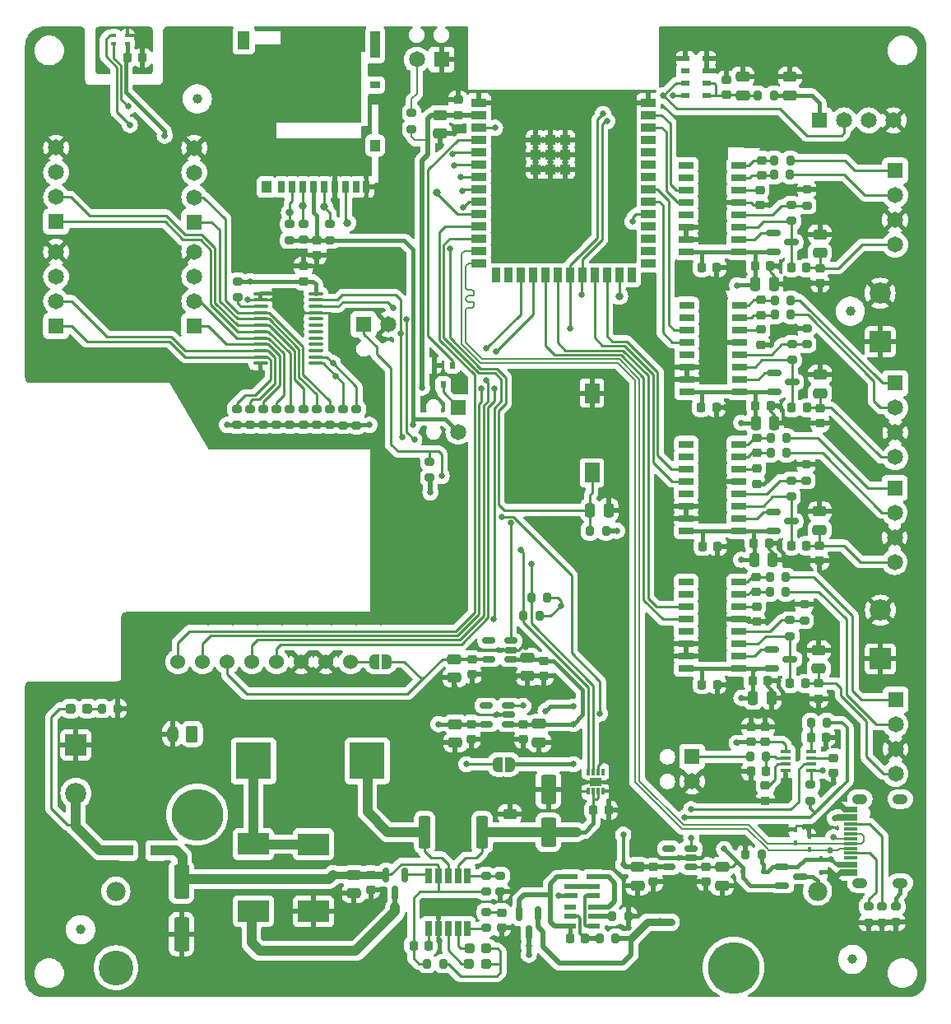
<source format=gtl>
G04 #@! TF.GenerationSoftware,KiCad,Pcbnew,8.0.3*
G04 #@! TF.CreationDate,2024-06-18T17:58:35+02:00*
G04 #@! TF.ProjectId,Open_beehive_scale_V0.5,4f70656e-5f62-4656-9568-6976655f7363,rev?*
G04 #@! TF.SameCoordinates,Original*
G04 #@! TF.FileFunction,Copper,L1,Top*
G04 #@! TF.FilePolarity,Positive*
%FSLAX46Y46*%
G04 Gerber Fmt 4.6, Leading zero omitted, Abs format (unit mm)*
G04 Created by KiCad (PCBNEW 8.0.3) date 2024-06-18 17:58:35*
%MOMM*%
%LPD*%
G01*
G04 APERTURE LIST*
G04 Aperture macros list*
%AMRoundRect*
0 Rectangle with rounded corners*
0 $1 Rounding radius*
0 $2 $3 $4 $5 $6 $7 $8 $9 X,Y pos of 4 corners*
0 Add a 4 corners polygon primitive as box body*
4,1,4,$2,$3,$4,$5,$6,$7,$8,$9,$2,$3,0*
0 Add four circle primitives for the rounded corners*
1,1,$1+$1,$2,$3*
1,1,$1+$1,$4,$5*
1,1,$1+$1,$6,$7*
1,1,$1+$1,$8,$9*
0 Add four rect primitives between the rounded corners*
20,1,$1+$1,$2,$3,$4,$5,0*
20,1,$1+$1,$4,$5,$6,$7,0*
20,1,$1+$1,$6,$7,$8,$9,0*
20,1,$1+$1,$8,$9,$2,$3,0*%
%AMFreePoly0*
4,1,19,0.500000,-0.750000,0.000000,-0.750000,0.000000,-0.744911,-0.071157,-0.744911,-0.207708,-0.704816,-0.327430,-0.627875,-0.420627,-0.520320,-0.479746,-0.390866,-0.500000,-0.250000,-0.500000,0.250000,-0.479746,0.390866,-0.420627,0.520320,-0.327430,0.627875,-0.207708,0.704816,-0.071157,0.744911,0.000000,0.744911,0.000000,0.750000,0.500000,0.750000,0.500000,-0.750000,0.500000,-0.750000,
$1*%
%AMFreePoly1*
4,1,19,0.000000,0.744911,0.071157,0.744911,0.207708,0.704816,0.327430,0.627875,0.420627,0.520320,0.479746,0.390866,0.500000,0.250000,0.500000,-0.250000,0.479746,-0.390866,0.420627,-0.520320,0.327430,-0.627875,0.207708,-0.704816,0.071157,-0.744911,0.000000,-0.744911,0.000000,-0.750000,-0.500000,-0.750000,-0.500000,0.750000,0.000000,0.750000,0.000000,0.744911,0.000000,0.744911,
$1*%
G04 Aperture macros list end*
G04 #@! TA.AperFunction,SMDPad,CuDef*
%ADD10RoundRect,0.200000X0.200000X0.275000X-0.200000X0.275000X-0.200000X-0.275000X0.200000X-0.275000X0*%
G04 #@! TD*
G04 #@! TA.AperFunction,SMDPad,CuDef*
%ADD11RoundRect,0.225000X-0.225000X-0.250000X0.225000X-0.250000X0.225000X0.250000X-0.225000X0.250000X0*%
G04 #@! TD*
G04 #@! TA.AperFunction,SMDPad,CuDef*
%ADD12FreePoly0,0.000000*%
G04 #@! TD*
G04 #@! TA.AperFunction,SMDPad,CuDef*
%ADD13FreePoly1,0.000000*%
G04 #@! TD*
G04 #@! TA.AperFunction,SMDPad,CuDef*
%ADD14RoundRect,0.250000X-0.550000X1.500000X-0.550000X-1.500000X0.550000X-1.500000X0.550000X1.500000X0*%
G04 #@! TD*
G04 #@! TA.AperFunction,SMDPad,CuDef*
%ADD15RoundRect,0.225000X-0.250000X0.225000X-0.250000X-0.225000X0.250000X-0.225000X0.250000X0.225000X0*%
G04 #@! TD*
G04 #@! TA.AperFunction,SMDPad,CuDef*
%ADD16RoundRect,0.250000X-0.475000X0.250000X-0.475000X-0.250000X0.475000X-0.250000X0.475000X0.250000X0*%
G04 #@! TD*
G04 #@! TA.AperFunction,SMDPad,CuDef*
%ADD17RoundRect,0.250000X0.475000X-0.250000X0.475000X0.250000X-0.475000X0.250000X-0.475000X-0.250000X0*%
G04 #@! TD*
G04 #@! TA.AperFunction,SMDPad,CuDef*
%ADD18RoundRect,0.250000X0.550000X-1.250000X0.550000X1.250000X-0.550000X1.250000X-0.550000X-1.250000X0*%
G04 #@! TD*
G04 #@! TA.AperFunction,SMDPad,CuDef*
%ADD19RoundRect,0.237500X-0.287500X-0.237500X0.287500X-0.237500X0.287500X0.237500X-0.287500X0.237500X0*%
G04 #@! TD*
G04 #@! TA.AperFunction,SMDPad,CuDef*
%ADD20R,1.240000X1.120000*%
G04 #@! TD*
G04 #@! TA.AperFunction,SMDPad,CuDef*
%ADD21R,3.200000X2.250000*%
G04 #@! TD*
G04 #@! TA.AperFunction,SMDPad,CuDef*
%ADD22R,0.650000X1.525000*%
G04 #@! TD*
G04 #@! TA.AperFunction,ComponentPad*
%ADD23R,2.175000X2.175000*%
G04 #@! TD*
G04 #@! TA.AperFunction,ComponentPad*
%ADD24C,2.175000*%
G04 #@! TD*
G04 #@! TA.AperFunction,ComponentPad*
%ADD25R,1.650000X1.650000*%
G04 #@! TD*
G04 #@! TA.AperFunction,ComponentPad*
%ADD26C,1.650000*%
G04 #@! TD*
G04 #@! TA.AperFunction,SMDPad,CuDef*
%ADD27R,3.650000X3.750000*%
G04 #@! TD*
G04 #@! TA.AperFunction,SMDPad,CuDef*
%ADD28RoundRect,0.200000X-0.200000X-0.275000X0.200000X-0.275000X0.200000X0.275000X-0.200000X0.275000X0*%
G04 #@! TD*
G04 #@! TA.AperFunction,SMDPad,CuDef*
%ADD29RoundRect,0.200000X0.275000X-0.200000X0.275000X0.200000X-0.275000X0.200000X-0.275000X-0.200000X0*%
G04 #@! TD*
G04 #@! TA.AperFunction,SMDPad,CuDef*
%ADD30RoundRect,0.200000X-0.275000X0.200000X-0.275000X-0.200000X0.275000X-0.200000X0.275000X0.200000X0*%
G04 #@! TD*
G04 #@! TA.AperFunction,SMDPad,CuDef*
%ADD31RoundRect,0.250000X-0.362500X-1.425000X0.362500X-1.425000X0.362500X1.425000X-0.362500X1.425000X0*%
G04 #@! TD*
G04 #@! TA.AperFunction,SMDPad,CuDef*
%ADD32R,0.300000X0.750000*%
G04 #@! TD*
G04 #@! TA.AperFunction,SMDPad,CuDef*
%ADD33R,1.300000X0.900000*%
G04 #@! TD*
G04 #@! TA.AperFunction,SMDPad,CuDef*
%ADD34R,0.500000X0.300000*%
G04 #@! TD*
G04 #@! TA.AperFunction,SMDPad,CuDef*
%ADD35RoundRect,0.150000X-0.587500X-0.150000X0.587500X-0.150000X0.587500X0.150000X-0.587500X0.150000X0*%
G04 #@! TD*
G04 #@! TA.AperFunction,SMDPad,CuDef*
%ADD36RoundRect,0.225000X0.225000X0.250000X-0.225000X0.250000X-0.225000X-0.250000X0.225000X-0.250000X0*%
G04 #@! TD*
G04 #@! TA.AperFunction,SMDPad,CuDef*
%ADD37RoundRect,0.225000X0.250000X-0.225000X0.250000X0.225000X-0.250000X0.225000X-0.250000X-0.225000X0*%
G04 #@! TD*
G04 #@! TA.AperFunction,SMDPad,CuDef*
%ADD38R,0.600000X0.450000*%
G04 #@! TD*
G04 #@! TA.AperFunction,SMDPad,CuDef*
%ADD39R,1.500000X2.000000*%
G04 #@! TD*
G04 #@! TA.AperFunction,SMDPad,CuDef*
%ADD40R,0.700000X1.200000*%
G04 #@! TD*
G04 #@! TA.AperFunction,SMDPad,CuDef*
%ADD41R,1.000000X0.800000*%
G04 #@! TD*
G04 #@! TA.AperFunction,SMDPad,CuDef*
%ADD42R,1.000000X1.200000*%
G04 #@! TD*
G04 #@! TA.AperFunction,SMDPad,CuDef*
%ADD43R,1.000000X2.800000*%
G04 #@! TD*
G04 #@! TA.AperFunction,SMDPad,CuDef*
%ADD44R,1.300000X1.900000*%
G04 #@! TD*
G04 #@! TA.AperFunction,SMDPad,CuDef*
%ADD45RoundRect,0.218750X0.218750X0.256250X-0.218750X0.256250X-0.218750X-0.256250X0.218750X-0.256250X0*%
G04 #@! TD*
G04 #@! TA.AperFunction,SMDPad,CuDef*
%ADD46RoundRect,0.250000X-0.250000X-0.475000X0.250000X-0.475000X0.250000X0.475000X-0.250000X0.475000X0*%
G04 #@! TD*
G04 #@! TA.AperFunction,SMDPad,CuDef*
%ADD47RoundRect,0.100000X-0.637500X-0.100000X0.637500X-0.100000X0.637500X0.100000X-0.637500X0.100000X0*%
G04 #@! TD*
G04 #@! TA.AperFunction,SMDPad,CuDef*
%ADD48RoundRect,0.150000X0.512500X0.150000X-0.512500X0.150000X-0.512500X-0.150000X0.512500X-0.150000X0*%
G04 #@! TD*
G04 #@! TA.AperFunction,SMDPad,CuDef*
%ADD49R,0.420000X0.550000*%
G04 #@! TD*
G04 #@! TA.AperFunction,ComponentPad*
%ADD50C,1.524000*%
G04 #@! TD*
G04 #@! TA.AperFunction,SMDPad,CuDef*
%ADD51RoundRect,0.150000X-0.150000X0.587500X-0.150000X-0.587500X0.150000X-0.587500X0.150000X0.587500X0*%
G04 #@! TD*
G04 #@! TA.AperFunction,SMDPad,CuDef*
%ADD52R,1.525000X0.700000*%
G04 #@! TD*
G04 #@! TA.AperFunction,SMDPad,CuDef*
%ADD53R,1.400000X0.600000*%
G04 #@! TD*
G04 #@! TA.AperFunction,SMDPad,CuDef*
%ADD54R,1.500000X0.900000*%
G04 #@! TD*
G04 #@! TA.AperFunction,SMDPad,CuDef*
%ADD55R,0.900000X1.500000*%
G04 #@! TD*
G04 #@! TA.AperFunction,SMDPad,CuDef*
%ADD56R,1.000000X1.000000*%
G04 #@! TD*
G04 #@! TA.AperFunction,SMDPad,CuDef*
%ADD57R,0.600000X0.700000*%
G04 #@! TD*
G04 #@! TA.AperFunction,SMDPad,CuDef*
%ADD58C,1.000000*%
G04 #@! TD*
G04 #@! TA.AperFunction,SMDPad,CuDef*
%ADD59R,1.200000X0.600000*%
G04 #@! TD*
G04 #@! TA.AperFunction,ComponentPad*
%ADD60RoundRect,0.250000X0.350000X0.625000X-0.350000X0.625000X-0.350000X-0.625000X0.350000X-0.625000X0*%
G04 #@! TD*
G04 #@! TA.AperFunction,ComponentPad*
%ADD61O,1.200000X1.750000*%
G04 #@! TD*
G04 #@! TA.AperFunction,SMDPad,CuDef*
%ADD62R,1.450000X0.300000*%
G04 #@! TD*
G04 #@! TA.AperFunction,ComponentPad*
%ADD63RoundRect,0.500000X0.300000X-0.000010X0.300000X0.000010X-0.300000X0.000010X-0.300000X-0.000010X0*%
G04 #@! TD*
G04 #@! TA.AperFunction,SMDPad,CuDef*
%ADD64R,1.050000X0.450000*%
G04 #@! TD*
G04 #@! TA.AperFunction,SMDPad,CuDef*
%ADD65R,0.950000X0.550000*%
G04 #@! TD*
G04 #@! TA.AperFunction,ComponentPad*
%ADD66C,1.980000*%
G04 #@! TD*
G04 #@! TA.AperFunction,ComponentPad*
%ADD67C,5.325000*%
G04 #@! TD*
G04 #@! TA.AperFunction,ComponentPad*
%ADD68C,3.585000*%
G04 #@! TD*
G04 #@! TA.AperFunction,ViaPad*
%ADD69C,0.650000*%
G04 #@! TD*
G04 #@! TA.AperFunction,ViaPad*
%ADD70C,0.800000*%
G04 #@! TD*
G04 #@! TA.AperFunction,Conductor*
%ADD71C,0.200000*%
G04 #@! TD*
G04 #@! TA.AperFunction,Conductor*
%ADD72C,0.250000*%
G04 #@! TD*
G04 #@! TA.AperFunction,Conductor*
%ADD73C,0.300000*%
G04 #@! TD*
G04 #@! TA.AperFunction,Conductor*
%ADD74C,0.400000*%
G04 #@! TD*
G04 #@! TA.AperFunction,Conductor*
%ADD75C,0.500000*%
G04 #@! TD*
G04 #@! TA.AperFunction,Conductor*
%ADD76C,1.000000*%
G04 #@! TD*
G04 #@! TA.AperFunction,Conductor*
%ADD77C,0.800000*%
G04 #@! TD*
G04 APERTURE END LIST*
D10*
X181665000Y-117540000D03*
X180015000Y-117540000D03*
D11*
X180015000Y-119030000D03*
X181565000Y-119030000D03*
D12*
X135060000Y-111270000D03*
D13*
X136360000Y-111270000D03*
D12*
X147760000Y-121830000D03*
D13*
X149060000Y-121830000D03*
D14*
X115245000Y-133900000D03*
X115245000Y-139300000D03*
D15*
X134710000Y-133175000D03*
X134710000Y-134725000D03*
D16*
X132980000Y-133180000D03*
X132980000Y-135080000D03*
D15*
X148180000Y-137065000D03*
X148180000Y-138615000D03*
D11*
X157625000Y-126540000D03*
X159175000Y-126540000D03*
X139115000Y-140460000D03*
X140665000Y-140460000D03*
D17*
X149030000Y-128825000D03*
X149030000Y-126925000D03*
D18*
X153000000Y-128800000D03*
X153000000Y-124400000D03*
D11*
X109687391Y-49147391D03*
X111237391Y-49147391D03*
D19*
X103826250Y-116100000D03*
X105576250Y-116100000D03*
D20*
X112650000Y-130690000D03*
X109650000Y-130690000D03*
D19*
X144865000Y-142332000D03*
X146615000Y-142332000D03*
X144885000Y-140782000D03*
X146635000Y-140782000D03*
D21*
X128800000Y-130050000D03*
X128800000Y-136950000D03*
X122645000Y-130025000D03*
X122645000Y-136925000D03*
D22*
X140690000Y-138702000D03*
X141690000Y-138702000D03*
X142690000Y-138702000D03*
X143690000Y-138702000D03*
X144690000Y-138702000D03*
X144690000Y-133278000D03*
X143690000Y-133278000D03*
X142690000Y-133278000D03*
X141690000Y-133278000D03*
X140690000Y-133278000D03*
D23*
X104380000Y-119810000D03*
D24*
X104380000Y-124810000D03*
D25*
X180900000Y-55590000D03*
D26*
X183440000Y-55590000D03*
X185980000Y-55590000D03*
X188520000Y-55590000D03*
D27*
X122660000Y-121480000D03*
X134360000Y-121480000D03*
D28*
X107036250Y-116090000D03*
X108686250Y-116090000D03*
D29*
X146610000Y-138665000D03*
X146610000Y-137015000D03*
D28*
X140515000Y-142330000D03*
X142165000Y-142330000D03*
D30*
X148080000Y-133275000D03*
X148080000Y-134925000D03*
D29*
X146580000Y-134925000D03*
X146580000Y-133275000D03*
D31*
X140257500Y-128820000D03*
X146182500Y-128820000D03*
D32*
X157100000Y-124600000D03*
X157600000Y-124600000D03*
X158100000Y-124600000D03*
X158600000Y-124600000D03*
X158600000Y-122600000D03*
X158100000Y-122600000D03*
X157600000Y-122600000D03*
X157100000Y-122600000D03*
D33*
X157850000Y-123600000D03*
D34*
X108287391Y-46872391D03*
X108287391Y-47672391D03*
X109687391Y-47672391D03*
X109687391Y-46872391D03*
D29*
X140770000Y-92335000D03*
X140770000Y-90685000D03*
D16*
X143340625Y-110990000D03*
X143340625Y-112890000D03*
D29*
X179590000Y-64355000D03*
X179590000Y-62705000D03*
D17*
X180950000Y-69200000D03*
X180950000Y-67300000D03*
D16*
X162180000Y-132380000D03*
X162180000Y-134280000D03*
D29*
X138920000Y-56465000D03*
X138920000Y-54815000D03*
X121040000Y-73805000D03*
X121040000Y-72155000D03*
D25*
X143730000Y-85080000D03*
D26*
X143730000Y-87620000D03*
D25*
X188680000Y-60750000D03*
D26*
X188680000Y-63290000D03*
X188680000Y-65830000D03*
X188680000Y-68370000D03*
D17*
X180820000Y-112000000D03*
X180820000Y-110100000D03*
D15*
X169240000Y-132345000D03*
X169240000Y-133895000D03*
D35*
X176002500Y-110040000D03*
X176002500Y-111940000D03*
X177877500Y-110990000D03*
D36*
X156785000Y-139750000D03*
X155235000Y-139750000D03*
D37*
X173850000Y-119535000D03*
X173850000Y-117985000D03*
D29*
X179330000Y-107025000D03*
X179330000Y-105375000D03*
X178030000Y-65935000D03*
X178030000Y-64285000D03*
D37*
X174420000Y-89805000D03*
X174420000Y-88255000D03*
D11*
X168875000Y-99400000D03*
X170425000Y-99400000D03*
D38*
X173010000Y-132830000D03*
X175110000Y-132830000D03*
D11*
X174315000Y-84970000D03*
X175865000Y-84970000D03*
D30*
X122290000Y-85275000D03*
X122290000Y-86925000D03*
D29*
X188760000Y-138065000D03*
X188760000Y-136415000D03*
D30*
X125020000Y-85275000D03*
X125020000Y-86925000D03*
D23*
X187140000Y-78370000D03*
D24*
X187140000Y-73370000D03*
D39*
X157490000Y-91840000D03*
X157490000Y-83640000D03*
D40*
X125550000Y-62460000D03*
X126650000Y-62460000D03*
X127750000Y-62460000D03*
X128850000Y-62460000D03*
X129950000Y-62460000D03*
X131050000Y-62460000D03*
X132150000Y-62460000D03*
X133250000Y-62460000D03*
X134200000Y-62460000D03*
D41*
X135150000Y-51960000D03*
D42*
X135150000Y-58160000D03*
D43*
X135150000Y-47810000D03*
D42*
X124000000Y-62460000D03*
D44*
X121650000Y-47360000D03*
D45*
X179567500Y-99340000D03*
X177992500Y-99340000D03*
D30*
X127770000Y-85275000D03*
X127770000Y-86925000D03*
D15*
X180970000Y-85175000D03*
X180970000Y-86725000D03*
D30*
X131890000Y-85295000D03*
X131890000Y-86945000D03*
D17*
X180970000Y-83640000D03*
X180970000Y-81740000D03*
D29*
X179510000Y-92625000D03*
X179510000Y-90975000D03*
D23*
X187180000Y-110980000D03*
D24*
X187180000Y-105980000D03*
D46*
X174330000Y-86690000D03*
X176230000Y-86690000D03*
X174070000Y-114990000D03*
X175970000Y-114990000D03*
D35*
X176202500Y-81570000D03*
X176202500Y-83470000D03*
X178077500Y-82520000D03*
D47*
X123367500Y-73415000D03*
X123367500Y-74065000D03*
X123367500Y-74715000D03*
X123367500Y-75365000D03*
X123367500Y-76015000D03*
X123367500Y-76665000D03*
X123367500Y-77315000D03*
X123367500Y-77965000D03*
X123367500Y-78615000D03*
X123367500Y-79265000D03*
X123367500Y-79915000D03*
X123367500Y-80565000D03*
X129092500Y-80565000D03*
X129092500Y-79915000D03*
X129092500Y-79265000D03*
X129092500Y-78615000D03*
X129092500Y-77965000D03*
X129092500Y-77315000D03*
X129092500Y-76665000D03*
X129092500Y-76015000D03*
X129092500Y-75365000D03*
X129092500Y-74715000D03*
X129092500Y-74065000D03*
X129092500Y-73415000D03*
D30*
X120930000Y-85275000D03*
X120930000Y-86925000D03*
D48*
X167667500Y-132380000D03*
X167667500Y-131430000D03*
X167667500Y-130480000D03*
X165392500Y-130480000D03*
X165392500Y-132380000D03*
D49*
X178430000Y-129940000D03*
X178430000Y-128540000D03*
D15*
X163820000Y-132375000D03*
X163820000Y-133925000D03*
D10*
X158925000Y-97810000D03*
X157275000Y-97810000D03*
D48*
X148900000Y-117680000D03*
X148900000Y-116730000D03*
X148900000Y-115780000D03*
X146625000Y-115780000D03*
X146625000Y-117680000D03*
D25*
X188730000Y-115170000D03*
D26*
X188730000Y-117710000D03*
X188730000Y-120250000D03*
X188730000Y-122790000D03*
D29*
X177870000Y-108645000D03*
X177870000Y-106995000D03*
D15*
X180950000Y-70785000D03*
X180950000Y-72335000D03*
D17*
X177865000Y-53000000D03*
X177865000Y-51100000D03*
D15*
X180920000Y-99335000D03*
X180920000Y-100885000D03*
D50*
X114860000Y-111280000D03*
X117400000Y-111280000D03*
X119940000Y-111280000D03*
X122480000Y-111280000D03*
X125020000Y-111280000D03*
X127560000Y-111280000D03*
X130100000Y-111280000D03*
X132640000Y-111280000D03*
D11*
X174155000Y-99070000D03*
X175705000Y-99070000D03*
D51*
X138180000Y-133182500D03*
X136280000Y-133182500D03*
X137230000Y-135057500D03*
D11*
X168805000Y-113620000D03*
X170355000Y-113620000D03*
D16*
X150860625Y-110850000D03*
X150860625Y-112750000D03*
D28*
X174565000Y-53000000D03*
X176215000Y-53000000D03*
D11*
X168725000Y-85110000D03*
X170275000Y-85110000D03*
D28*
X151225000Y-104700000D03*
X152875000Y-104700000D03*
D29*
X187360000Y-138095000D03*
X187360000Y-136445000D03*
D45*
X179577500Y-70760000D03*
X178002500Y-70760000D03*
X179457500Y-113510000D03*
X177882500Y-113510000D03*
D25*
X188710000Y-82620000D03*
D26*
X188710000Y-85160000D03*
X188710000Y-87700000D03*
X188710000Y-90240000D03*
D28*
X175865000Y-88260000D03*
X177515000Y-88260000D03*
D52*
X172652000Y-83475000D03*
X172652000Y-82205000D03*
X172652000Y-80935000D03*
X172652000Y-79665000D03*
X172652000Y-78395000D03*
X172652000Y-77125000D03*
X172652000Y-75855000D03*
X172652000Y-74585000D03*
X167228000Y-74585000D03*
X167228000Y-75855000D03*
X167228000Y-77125000D03*
X167228000Y-78395000D03*
X167228000Y-79665000D03*
X167228000Y-80935000D03*
X167228000Y-82205000D03*
X167228000Y-83475000D03*
D53*
X155325000Y-133420000D03*
X155325000Y-134370000D03*
X155325000Y-135320000D03*
X157625000Y-133420000D03*
X157625000Y-134370000D03*
X157625000Y-135320000D03*
D29*
X130555000Y-67905000D03*
X130555000Y-66255000D03*
D52*
X172612000Y-97785000D03*
X172612000Y-96515000D03*
X172612000Y-95245000D03*
X172612000Y-93975000D03*
X172612000Y-92705000D03*
X172612000Y-91435000D03*
X172612000Y-90165000D03*
X172612000Y-88895000D03*
X167188000Y-88895000D03*
X167188000Y-90165000D03*
X167188000Y-91435000D03*
X167188000Y-92705000D03*
X167188000Y-93975000D03*
X167188000Y-95245000D03*
X167188000Y-96515000D03*
X167188000Y-97785000D03*
D54*
X145820000Y-53760000D03*
X145820000Y-55030000D03*
X145820000Y-56300000D03*
X145820000Y-57570000D03*
X145820000Y-58840000D03*
X145820000Y-60110000D03*
X145820000Y-61380000D03*
X145820000Y-62650000D03*
X145820000Y-63920000D03*
X145820000Y-65190000D03*
X145820000Y-66460000D03*
X145820000Y-67730000D03*
X145820000Y-69000000D03*
X145820000Y-70270000D03*
D55*
X147585000Y-71520000D03*
X148855000Y-71520000D03*
X150125000Y-71520000D03*
X151395000Y-71520000D03*
X152665000Y-71520000D03*
X153935000Y-71520000D03*
X155205000Y-71520000D03*
X156475000Y-71520000D03*
X157745000Y-71520000D03*
X159015000Y-71520000D03*
X160285000Y-71520000D03*
X161555000Y-71520000D03*
D54*
X163320000Y-70270000D03*
X163320000Y-69000000D03*
X163320000Y-67730000D03*
X163320000Y-66460000D03*
X163320000Y-65190000D03*
X163320000Y-63920000D03*
X163320000Y-62650000D03*
X163320000Y-61380000D03*
X163320000Y-60110000D03*
X163320000Y-58840000D03*
X163320000Y-57570000D03*
X163320000Y-56300000D03*
X163320000Y-55030000D03*
X163320000Y-53760000D03*
D56*
X151710000Y-57610000D03*
X151710000Y-59110000D03*
X151710000Y-60610000D03*
X153210000Y-57610000D03*
X153210000Y-59110000D03*
X153210000Y-60610000D03*
X154710000Y-57610000D03*
X154710000Y-59110000D03*
X154710000Y-60610000D03*
D57*
X143130000Y-80780000D03*
X141230000Y-80780000D03*
X142180000Y-82780000D03*
D28*
X150435000Y-106530000D03*
X152085000Y-106530000D03*
D15*
X129195000Y-67905000D03*
X129195000Y-69455000D03*
D25*
X133990000Y-76560000D03*
D26*
X136530000Y-76560000D03*
D29*
X178090000Y-80245000D03*
X178090000Y-78595000D03*
D28*
X175795000Y-104100000D03*
X177445000Y-104100000D03*
D30*
X130530000Y-85275000D03*
X130530000Y-86925000D03*
D58*
X104860000Y-138820000D03*
D46*
X174300000Y-72450000D03*
X176200000Y-72450000D03*
D58*
X116870000Y-53370000D03*
D46*
X174170000Y-100780000D03*
X176070000Y-100780000D03*
D51*
X151930000Y-137220000D03*
X150030000Y-137220000D03*
X150980000Y-139095000D03*
D11*
X168795000Y-70720000D03*
X170345000Y-70720000D03*
D37*
X174870000Y-75595000D03*
X174870000Y-74045000D03*
D52*
X172592000Y-111985000D03*
X172592000Y-110715000D03*
X172592000Y-109445000D03*
X172592000Y-108175000D03*
X172592000Y-106905000D03*
X172592000Y-105635000D03*
X172592000Y-104365000D03*
X172592000Y-103095000D03*
X167168000Y-103095000D03*
X167168000Y-104365000D03*
X167168000Y-105635000D03*
X167168000Y-106905000D03*
X167168000Y-108175000D03*
X167168000Y-109445000D03*
X167168000Y-110715000D03*
X167168000Y-111985000D03*
D28*
X175865000Y-89810000D03*
X177515000Y-89810000D03*
D59*
X157720000Y-138420000D03*
X157720000Y-137470000D03*
X157720000Y-136520000D03*
X155220000Y-136520000D03*
X155220000Y-137470000D03*
X155220000Y-138420000D03*
D60*
X116330000Y-118720000D03*
D61*
X114330000Y-118720000D03*
D15*
X145062500Y-117685000D03*
X145062500Y-119235000D03*
D11*
X174035000Y-113230000D03*
X175585000Y-113230000D03*
D16*
X170870000Y-132380000D03*
X170870000Y-134280000D03*
D11*
X174285000Y-70590000D03*
X175835000Y-70590000D03*
D62*
X184127500Y-133110000D03*
X184127500Y-132310000D03*
X184127500Y-130960000D03*
X184127500Y-129960000D03*
X184127500Y-129460000D03*
X184127500Y-128460000D03*
X184127500Y-127110000D03*
X184127500Y-126310000D03*
X184127500Y-126610000D03*
X184127500Y-127410000D03*
X184127500Y-127960000D03*
X184127500Y-128960000D03*
X184127500Y-130460000D03*
X184127500Y-131460000D03*
X184127500Y-132010000D03*
X184127500Y-132810000D03*
D63*
X185047500Y-134030000D03*
X189227500Y-134030000D03*
X185047500Y-125390000D03*
X189227500Y-125390000D03*
D35*
X177032500Y-132400000D03*
X177032500Y-134300000D03*
X178907500Y-133350000D03*
D29*
X179590000Y-78615000D03*
X179590000Y-76965000D03*
X127765000Y-67885000D03*
X127765000Y-66235000D03*
D16*
X141860000Y-55020000D03*
X141860000Y-56920000D03*
D25*
X116560000Y-66030000D03*
D26*
X116560000Y-63490000D03*
X116560000Y-60950000D03*
X116560000Y-58410000D03*
D64*
X177410000Y-120515000D03*
X177410000Y-121165000D03*
X177410000Y-121815000D03*
X177410000Y-122465000D03*
X180010000Y-122465000D03*
X180010000Y-121815000D03*
X180010000Y-121165000D03*
X180010000Y-120515000D03*
D37*
X171315000Y-52975000D03*
X171315000Y-51425000D03*
D30*
X123640000Y-85275000D03*
X123640000Y-86925000D03*
D10*
X174925000Y-131100000D03*
X173275000Y-131100000D03*
D35*
X176122500Y-95890000D03*
X176122500Y-97790000D03*
X177997500Y-96840000D03*
D49*
X181050000Y-131550000D03*
X181050000Y-132950000D03*
D37*
X174760000Y-64285000D03*
X174760000Y-62735000D03*
D30*
X129150000Y-85275000D03*
X129150000Y-86925000D03*
D29*
X180000000Y-125585000D03*
X180000000Y-123935000D03*
D58*
X184080000Y-75220000D03*
D28*
X176315000Y-75590000D03*
X177965000Y-75590000D03*
D37*
X174870000Y-78665000D03*
X174870000Y-77115000D03*
D15*
X180820000Y-113515000D03*
X180820000Y-115065000D03*
D10*
X159925000Y-139730000D03*
X158275000Y-139730000D03*
D30*
X126400000Y-85275000D03*
X126400000Y-86925000D03*
D37*
X127800000Y-72125000D03*
X127800000Y-70575000D03*
D58*
X184310000Y-141880000D03*
D45*
X179627500Y-85150000D03*
X178052500Y-85150000D03*
D52*
X172610000Y-69090000D03*
X172610000Y-67820000D03*
X172610000Y-66550000D03*
X172610000Y-65280000D03*
X172610000Y-64010000D03*
X172610000Y-62740000D03*
X172610000Y-61470000D03*
X172610000Y-60200000D03*
X167186000Y-60200000D03*
X167186000Y-61470000D03*
X167186000Y-62740000D03*
X167186000Y-64010000D03*
X167186000Y-65280000D03*
X167186000Y-66550000D03*
X167186000Y-67820000D03*
X167186000Y-69090000D03*
D37*
X174940000Y-61235000D03*
X174940000Y-59685000D03*
D10*
X175405000Y-121020000D03*
X173755000Y-121020000D03*
D16*
X143422500Y-117680000D03*
X143422500Y-119580000D03*
D28*
X175805000Y-102570000D03*
X177455000Y-102570000D03*
D37*
X175320000Y-119535000D03*
X175320000Y-117985000D03*
X174410000Y-104095000D03*
X174410000Y-102545000D03*
D17*
X172990000Y-53000000D03*
X172990000Y-51100000D03*
D65*
X169260000Y-52995000D03*
X169260000Y-51745000D03*
X169260000Y-50495000D03*
X169260000Y-49245000D03*
X167110000Y-49245000D03*
X167110000Y-50495000D03*
X167110000Y-51745000D03*
X167110000Y-52995000D03*
D15*
X152530625Y-111195000D03*
X152530625Y-112745000D03*
D46*
X157290000Y-95670000D03*
X159190000Y-95670000D03*
D16*
X152040000Y-117660000D03*
X152040000Y-119560000D03*
D25*
X102340000Y-76730000D03*
D26*
X102340000Y-74190000D03*
X102340000Y-71650000D03*
X102340000Y-69110000D03*
D17*
X180920000Y-97720000D03*
X180920000Y-95820000D03*
D15*
X182360000Y-121145000D03*
X182360000Y-122695000D03*
D48*
X149158125Y-111020000D03*
X149158125Y-110070000D03*
X149158125Y-109120000D03*
X146883125Y-109120000D03*
X146883125Y-111020000D03*
D30*
X133250000Y-85315000D03*
X133250000Y-86965000D03*
D28*
X159585000Y-137470000D03*
X161235000Y-137470000D03*
D36*
X175375000Y-122520000D03*
X173825000Y-122520000D03*
D25*
X102340000Y-66020000D03*
D26*
X102340000Y-63480000D03*
X102340000Y-60940000D03*
X102340000Y-58400000D03*
D37*
X174420000Y-92975000D03*
X174420000Y-91425000D03*
D25*
X167800000Y-121050000D03*
D26*
X167800000Y-123590000D03*
D37*
X143700000Y-55045000D03*
X143700000Y-53495000D03*
D15*
X145150625Y-111025000D03*
X145150625Y-112575000D03*
D25*
X116560000Y-76710000D03*
D26*
X116560000Y-74170000D03*
X116560000Y-71630000D03*
X116560000Y-69090000D03*
D25*
X188640000Y-93390000D03*
D26*
X188640000Y-95930000D03*
X188640000Y-98470000D03*
X188640000Y-101010000D03*
D25*
X141990000Y-49340000D03*
D26*
X139450000Y-49340000D03*
D29*
X126375000Y-67905000D03*
X126375000Y-66255000D03*
X185950000Y-138095000D03*
X185950000Y-136445000D03*
D28*
X176245000Y-59680000D03*
X177895000Y-59680000D03*
D29*
X177990000Y-94275000D03*
X177990000Y-92625000D03*
D35*
X176122500Y-67180000D03*
X176122500Y-69080000D03*
X177997500Y-68130000D03*
D28*
X176235000Y-61200000D03*
X177885000Y-61200000D03*
X176315000Y-74070000D03*
X177965000Y-74070000D03*
D15*
X150450000Y-117685000D03*
X150450000Y-119235000D03*
X175330000Y-124005000D03*
X175330000Y-125555000D03*
D49*
X179840000Y-130620000D03*
X179840000Y-129220000D03*
D37*
X174420000Y-107145000D03*
X174420000Y-105595000D03*
D66*
X180700000Y-134870000D03*
X108500000Y-134870000D03*
D67*
X172060000Y-142740000D03*
D68*
X108500000Y-142740000D03*
D67*
X116860000Y-127000000D03*
D69*
X169790000Y-129500000D03*
X179810000Y-128420000D03*
X182580000Y-119040000D03*
X176640000Y-113230000D03*
X144570000Y-121820000D03*
X181200000Y-122480000D03*
X142010000Y-92160000D03*
X148250000Y-96350000D03*
X158290000Y-116615000D03*
X189710000Y-140300000D03*
X126040000Y-75340000D03*
X171050000Y-64000000D03*
X183210000Y-47110000D03*
X104270000Y-47310000D03*
X168650000Y-110710000D03*
X100430000Y-58900000D03*
X180970000Y-80600000D03*
X168720000Y-96520000D03*
X100920000Y-134730000D03*
X133180000Y-47200000D03*
X153950000Y-59100000D03*
X157490000Y-82000000D03*
X171440000Y-99390000D03*
X186710000Y-49610000D03*
X110680000Y-47200000D03*
X190580000Y-135940000D03*
X179890000Y-86740000D03*
X163780000Y-134990000D03*
X190680000Y-83410000D03*
X135770000Y-94510000D03*
X113480000Y-144540000D03*
X168690000Y-95230000D03*
X190680000Y-124040000D03*
X154720000Y-59850000D03*
X190680000Y-91030000D03*
X135770000Y-104670000D03*
X175400000Y-107160000D03*
X167510000Y-86890000D03*
X100920000Y-122350000D03*
X132910000Y-136310000D03*
X170870000Y-135420000D03*
X115060000Y-82500000D03*
X154040000Y-135330000D03*
X183480000Y-144540000D03*
X190680000Y-80870000D03*
X173810000Y-123770000D03*
X176680000Y-99060000D03*
X168680000Y-67850000D03*
X102750000Y-81810000D03*
X190680000Y-55470000D03*
X168070000Y-56460000D03*
X100220000Y-114720000D03*
X178480000Y-144540000D03*
X124980000Y-74065000D03*
X126640000Y-88670000D03*
X105220000Y-114720000D03*
X141240000Y-79880000D03*
X123480000Y-144540000D03*
X190680000Y-103730000D03*
X125980000Y-144540000D03*
X178600000Y-76980000D03*
X152470000Y-59110000D03*
X149530000Y-112870000D03*
X135770000Y-91970000D03*
X130690000Y-107210000D03*
X100430000Y-81740000D03*
X177110000Y-100790000D03*
X104730000Y-143390000D03*
X182730000Y-125820000D03*
X190680000Y-106270000D03*
X190680000Y-60550000D03*
X117990000Y-107210000D03*
X143360625Y-113920000D03*
X180980000Y-144540000D03*
X190680000Y-58010000D03*
X100430000Y-53820000D03*
X140980000Y-144540000D03*
X147720000Y-116720000D03*
X160120000Y-68920000D03*
X148480000Y-144540000D03*
X141740000Y-139990000D03*
X178210000Y-47110000D03*
X116660000Y-84580000D03*
X177120000Y-114970000D03*
X185980000Y-144540000D03*
X100920000Y-132230000D03*
X126570000Y-70580000D03*
X130980000Y-144540000D03*
X167070000Y-48110000D03*
X175710000Y-47110000D03*
X110370000Y-107210000D03*
X135770000Y-89430000D03*
X138480000Y-144540000D03*
X175760000Y-56080000D03*
X180010000Y-72360000D03*
X143480000Y-144540000D03*
X105980000Y-144540000D03*
X190680000Y-73250000D03*
X180810000Y-116230000D03*
X190580000Y-138440000D03*
X168650000Y-109440000D03*
X128140000Y-47210000D03*
X190680000Y-65630000D03*
X171360000Y-113610000D03*
X177890000Y-49860000D03*
X153200000Y-59870000D03*
X190680000Y-96110000D03*
X134260000Y-88670000D03*
X145058750Y-120400000D03*
X135760000Y-77990000D03*
X120970000Y-144520000D03*
X163240000Y-73440000D03*
X119020000Y-88670000D03*
X100920000Y-117350000D03*
X123070000Y-107210000D03*
X171290000Y-50140000D03*
X168700000Y-66550000D03*
X145160625Y-113570000D03*
X171130000Y-106920000D03*
X153320000Y-144540000D03*
X170710000Y-47110000D03*
X156660000Y-123610000D03*
X141850000Y-58250000D03*
X187550000Y-99640000D03*
X124100000Y-88670000D03*
X179530000Y-95830000D03*
X100430000Y-63980000D03*
X130958559Y-75780026D03*
X151700000Y-59870000D03*
X168800000Y-80950000D03*
X115980000Y-144540000D03*
X133480000Y-144540000D03*
X155820000Y-144540000D03*
X103520000Y-141510000D03*
X135770000Y-97050000D03*
X165700000Y-144510000D03*
X168210000Y-47110000D03*
X111240000Y-47890000D03*
X190680000Y-101190000D03*
X100920000Y-119850000D03*
X178480000Y-90960000D03*
X152540000Y-113840000D03*
X190680000Y-121510000D03*
X190680000Y-118970000D03*
X171531944Y-70708056D03*
X190680000Y-93570000D03*
X153960000Y-57600000D03*
X134680000Y-135900000D03*
X163320000Y-144540000D03*
X152480000Y-60600000D03*
X100920000Y-129695500D03*
X143290000Y-56910000D03*
X168790000Y-82200000D03*
X135770000Y-102130000D03*
X190680000Y-70710000D03*
X181980000Y-132960000D03*
X104270000Y-49810000D03*
X123380000Y-81440000D03*
X171090000Y-78370000D03*
X172990000Y-49770000D03*
X171080000Y-92670000D03*
X180950000Y-66060000D03*
X141680000Y-137280000D03*
X151420000Y-124400000D03*
X100920000Y-124850000D03*
X131720000Y-88670000D03*
X190680000Y-68170000D03*
X145980000Y-144540000D03*
X135770000Y-99590000D03*
X177400000Y-123360000D03*
X128480000Y-144540000D03*
X177370000Y-72470000D03*
X180710000Y-47110000D03*
X153970000Y-60620000D03*
X150980000Y-144540000D03*
X115680000Y-47200000D03*
X176810000Y-85000000D03*
X120530000Y-107210000D03*
X158690000Y-121320000D03*
X176530000Y-117960000D03*
X105290000Y-81810000D03*
X175880000Y-78670000D03*
X190680000Y-85950000D03*
X122080000Y-74050000D03*
X115450000Y-107210000D03*
X134205000Y-63780000D03*
X161230000Y-138620000D03*
X149130000Y-134920000D03*
X125610000Y-107210000D03*
X100920000Y-139730000D03*
X142070000Y-119570000D03*
X175760000Y-64270000D03*
X190680000Y-113890000D03*
X190680000Y-63090000D03*
X179320000Y-110080000D03*
X110980000Y-144540000D03*
X100920000Y-127350000D03*
X129180000Y-88670000D03*
X135770000Y-107210000D03*
X189280000Y-127000000D03*
X140680000Y-47200000D03*
X110890000Y-69220000D03*
X185710000Y-47110000D03*
X175670000Y-92470000D03*
X117990000Y-86890000D03*
X152450000Y-57600000D03*
X107830000Y-81810000D03*
X190680000Y-116430000D03*
X168050000Y-144490000D03*
X150691875Y-109730000D03*
X190580000Y-130440000D03*
X173210000Y-47110000D03*
X172700000Y-117990000D03*
X180550000Y-105360000D03*
X170420000Y-49230000D03*
X149020000Y-125680000D03*
X100430000Y-56360000D03*
X128800000Y-138780000D03*
X118180000Y-47200000D03*
X190148000Y-51576000D03*
X182370000Y-123730000D03*
X100430000Y-76680000D03*
X190680000Y-111350000D03*
X151700000Y-58360000D03*
X100430000Y-69060000D03*
X176730000Y-70600000D03*
X102720000Y-114720000D03*
X160350000Y-126580000D03*
X149190000Y-93750000D03*
X137320000Y-47160000D03*
X150840000Y-113950000D03*
X190680000Y-78330000D03*
X174310000Y-125520000D03*
X165530000Y-47110000D03*
X160820000Y-144540000D03*
X100430000Y-71600000D03*
X190580000Y-127940000D03*
X190680000Y-108810000D03*
X154720000Y-58380000D03*
X133230000Y-107210000D03*
X100430000Y-66520000D03*
X190680000Y-75790000D03*
X100920000Y-137230000D03*
X110370000Y-81810000D03*
X162150000Y-135370000D03*
X177430000Y-86700000D03*
X180760000Y-62710000D03*
X186710000Y-142110000D03*
X112910000Y-81810000D03*
X128150000Y-107210000D03*
X150448750Y-120390000D03*
X129205000Y-70620000D03*
X177600000Y-128530000D03*
X113650000Y-139310000D03*
X184640000Y-138050000D03*
X100430000Y-61440000D03*
X175980000Y-144540000D03*
X118480000Y-144540000D03*
X190680000Y-52930000D03*
X190580000Y-132940000D03*
X158320000Y-144540000D03*
X100430000Y-74140000D03*
X100430000Y-79240000D03*
X112910000Y-107210000D03*
X101390000Y-51230000D03*
X188116000Y-51068000D03*
X135980000Y-144540000D03*
X145380000Y-109660000D03*
X143180000Y-47200000D03*
X121560000Y-88670000D03*
X167940000Y-133890000D03*
X190680000Y-98650000D03*
X173260000Y-130160000D03*
X153210000Y-58370000D03*
X179780000Y-100890000D03*
X152040000Y-120620000D03*
X148200000Y-139600000D03*
X190680000Y-88490000D03*
X130680000Y-47200000D03*
X163640000Y-129080000D03*
X171190000Y-85100000D03*
X160700000Y-132130000D03*
X139990000Y-83080000D03*
X154270000Y-105490000D03*
X160700000Y-129060000D03*
X160059999Y-97809999D03*
X140860000Y-93870000D03*
X167040000Y-127300431D03*
X165829620Y-52989620D03*
X156400000Y-73550000D03*
X137055000Y-74895000D03*
X138405000Y-76080000D03*
X139194620Y-88455380D03*
X159046816Y-55665073D03*
X151225000Y-101210000D03*
X164845000Y-53020000D03*
X158620000Y-54930000D03*
X155205000Y-77025000D03*
X150165000Y-99745000D03*
X137950000Y-88130000D03*
X137770000Y-77530000D03*
X172380000Y-119620000D03*
X171090000Y-130540000D03*
X155570000Y-117680000D03*
X155570000Y-121810000D03*
X155950000Y-128800000D03*
X165630000Y-138060000D03*
X155050000Y-128800000D03*
X164430000Y-137990000D03*
X141680000Y-117690000D03*
X134580000Y-86920000D03*
X152730000Y-116350000D03*
X122280002Y-72135000D03*
X172870000Y-114990000D03*
X139070000Y-86930000D03*
X172850000Y-100780000D03*
X155610000Y-115890000D03*
X172420000Y-72550000D03*
X113530000Y-57170000D03*
X172850000Y-86690000D03*
X119930000Y-86920000D03*
X144190000Y-64540000D03*
D70*
X126375000Y-65080000D03*
D69*
X144120000Y-62830000D03*
X143330000Y-60200000D03*
D70*
X127750000Y-64385000D03*
X129950000Y-64495000D03*
D69*
X143140000Y-59070000D03*
X143940000Y-61430000D03*
D70*
X132315000Y-66114500D03*
D69*
X182310000Y-129335500D03*
X182000980Y-130658732D03*
X131149159Y-81870841D03*
X109923445Y-56066555D03*
X109738504Y-54172740D03*
X130815000Y-80545000D03*
X150400000Y-115810000D03*
X147400000Y-106920000D03*
X147500000Y-56360000D03*
X142870000Y-68820000D03*
X182470000Y-127370000D03*
X182070000Y-131570000D03*
D70*
X160300000Y-73650000D03*
D69*
X146090000Y-83130000D03*
X146566363Y-82366168D03*
X146635000Y-79045000D03*
X147490000Y-83161061D03*
X147640000Y-79340000D03*
D70*
X141549157Y-63054157D03*
D69*
X161650000Y-66000000D03*
X149106250Y-97010000D03*
X167710000Y-126450000D03*
X167700000Y-129400000D03*
X150980000Y-141410000D03*
X150980000Y-140490000D03*
D71*
X145132847Y-74840000D02*
X144750000Y-74840000D01*
X145372847Y-74480000D02*
X145372847Y-74600000D01*
X144510000Y-75200000D02*
X144510000Y-77000000D01*
X145372850Y-73280000D02*
X145372850Y-73400000D01*
X144510000Y-75080000D02*
X144510000Y-75200000D01*
X145132850Y-73640000D02*
X144750000Y-73640000D01*
X144750000Y-73040000D02*
X145132850Y-73040000D01*
X144750000Y-74240000D02*
X145132847Y-74240000D01*
X144510000Y-73880000D02*
X144510000Y-74000000D01*
X145372850Y-73400000D02*
G75*
G02*
X145132850Y-73639950I-239950J0D01*
G01*
X145132847Y-74240000D02*
G75*
G02*
X145372800Y-74480000I-47J-240000D01*
G01*
X144750000Y-74840000D02*
G75*
G03*
X144510000Y-75080000I0J-240000D01*
G01*
X145372847Y-74600000D02*
G75*
G02*
X145132847Y-74840047I-240047J0D01*
G01*
X144510000Y-74000000D02*
G75*
G03*
X144750000Y-74240000I240000J0D01*
G01*
X145132850Y-73040000D02*
G75*
G02*
X145372900Y-73280000I50J-240000D01*
G01*
X144510000Y-72800000D02*
G75*
G03*
X144750000Y-73040000I240000J0D01*
G01*
X144750000Y-73640000D02*
G75*
G03*
X144510000Y-73880000I0J-240000D01*
G01*
D72*
X179480000Y-128090000D02*
X179810000Y-128420000D01*
X178530000Y-128090000D02*
X179480000Y-128090000D01*
X178430000Y-128540000D02*
X178430000Y-128190000D01*
X178430000Y-128190000D02*
X178530000Y-128090000D01*
D73*
X180000000Y-126370000D02*
X180000000Y-125585000D01*
X180455000Y-126825000D02*
X180000000Y-126370000D01*
X183750000Y-118060000D02*
X183230000Y-117540000D01*
X183230000Y-117540000D02*
X181585000Y-117540000D01*
X179469569Y-127300431D02*
X179979569Y-127300431D01*
X179979569Y-127300431D02*
X183750000Y-123530000D01*
X183750000Y-123530000D02*
X183750000Y-118060000D01*
D72*
X182360000Y-123720000D02*
X182370000Y-123730000D01*
X182360000Y-122695000D02*
X182360000Y-123720000D01*
X179260000Y-121815000D02*
X180010000Y-121815000D01*
X178740000Y-122335000D02*
X179260000Y-121815000D01*
X178740000Y-125680000D02*
X178740000Y-122335000D01*
X177970000Y-126450000D02*
X178740000Y-125680000D01*
X167710000Y-126450000D02*
X177970000Y-126450000D01*
D73*
X167040000Y-127300431D02*
X179469569Y-127300431D01*
D72*
X180010000Y-117605000D02*
X180010000Y-120515000D01*
X179945000Y-117540000D02*
X180010000Y-117605000D01*
X145790000Y-110070000D02*
X145380000Y-109660000D01*
X149158125Y-110070000D02*
X145790000Y-110070000D01*
D74*
X168690000Y-131430000D02*
X167667500Y-131430000D01*
X169790000Y-130330000D02*
X168690000Y-131430000D01*
X169790000Y-129500000D02*
X169790000Y-130330000D01*
D72*
X183110000Y-114736396D02*
X183110000Y-114030000D01*
X185730000Y-117356396D02*
X183110000Y-114736396D01*
X185730000Y-121010000D02*
X185730000Y-117356396D01*
X187510000Y-122790000D02*
X185730000Y-121010000D01*
X183110000Y-114030000D02*
X182595000Y-113515000D01*
X188730000Y-122790000D02*
X187510000Y-122790000D01*
X182595000Y-113515000D02*
X180820000Y-113515000D01*
X183650000Y-114640000D02*
X183650000Y-114260000D01*
X186720000Y-117710000D02*
X183650000Y-114640000D01*
X188730000Y-117710000D02*
X186720000Y-117710000D01*
D74*
X177120000Y-114290000D02*
X176640000Y-113810000D01*
X176640000Y-113810000D02*
X176640000Y-113230000D01*
X177120000Y-114970000D02*
X177120000Y-114290000D01*
X176640000Y-113230000D02*
X175585000Y-113230000D01*
X176460000Y-113230000D02*
X176460000Y-113230000D01*
D71*
X139450000Y-52870000D02*
X138920000Y-53400000D01*
X138920000Y-53400000D02*
X138920000Y-54815000D01*
X139450000Y-49340000D02*
X139450000Y-52870000D01*
D72*
X139970938Y-113070938D02*
X140000938Y-113070938D01*
X138170000Y-111270000D02*
X139970938Y-113070938D01*
X136360000Y-111270000D02*
X138170000Y-111270000D01*
X142081875Y-110990000D02*
X140000938Y-113070938D01*
X140000938Y-113070938D02*
X138720938Y-114350937D01*
X135050000Y-111280000D02*
X135060000Y-111270000D01*
X132640000Y-111280000D02*
X135050000Y-111280000D01*
X138720938Y-114350937D02*
X138720937Y-114350937D01*
X143340625Y-110990000D02*
X142081875Y-110990000D01*
X121970000Y-114570000D02*
X119940000Y-112540000D01*
X138501874Y-114570000D02*
X121970000Y-114570000D01*
X119940000Y-112540000D02*
X119940000Y-111260000D01*
X138720937Y-114350937D02*
X138501874Y-114570000D01*
X144570000Y-121820000D02*
X147590000Y-121820000D01*
X181185000Y-122465000D02*
X181200000Y-122480000D01*
X180010000Y-122465000D02*
X181185000Y-122465000D01*
X133990000Y-77560000D02*
X133990000Y-76560000D01*
X135300000Y-78870000D02*
X133990000Y-77560000D01*
X135300000Y-79600000D02*
X135300000Y-78870000D01*
X136790000Y-81090000D02*
X135300000Y-79600000D01*
X137540000Y-89640000D02*
X136790000Y-88890000D01*
X136790000Y-88890000D02*
X136790000Y-81090000D01*
X141680000Y-89640000D02*
X137540000Y-89640000D01*
X142010000Y-92160000D02*
X142010000Y-89970000D01*
X142010000Y-89970000D02*
X141680000Y-89640000D01*
X140770000Y-89640000D02*
X140770000Y-90685000D01*
X149365489Y-96350000D02*
X148250000Y-96350000D01*
X155370000Y-102354511D02*
X149365489Y-96350000D01*
X155370000Y-110390000D02*
X155370000Y-102354511D01*
X158290000Y-113310000D02*
X155370000Y-110390000D01*
X158290000Y-116615000D02*
X158290000Y-113310000D01*
X149106250Y-109068125D02*
X149158125Y-109120000D01*
X149106250Y-97010000D02*
X149106250Y-109068125D01*
X180010000Y-123925000D02*
X180000000Y-123935000D01*
X180010000Y-122465000D02*
X180010000Y-123925000D01*
D73*
X150860625Y-112750000D02*
X152525625Y-112750000D01*
D72*
X175845000Y-70600000D02*
X175835000Y-70590000D01*
D74*
X177194000Y-100706000D02*
X177110000Y-100790000D01*
D72*
X122080000Y-74050000D02*
X123352500Y-74050000D01*
D74*
X154050000Y-135320000D02*
X154040000Y-135330000D01*
D73*
X184127500Y-132810000D02*
X183130000Y-132810000D01*
X175705000Y-99070000D02*
X175705000Y-99695000D01*
X184127500Y-126610000D02*
X183460000Y-126610000D01*
X183560000Y-126310000D02*
X182930000Y-125680000D01*
D72*
X111237391Y-47892609D02*
X111240000Y-47890000D01*
X175880000Y-78670000D02*
X174875000Y-78670000D01*
D73*
X175705000Y-99070000D02*
X176670000Y-99070000D01*
X183130000Y-133110000D02*
X182700000Y-133540000D01*
X175970000Y-114170000D02*
X175970000Y-114990000D01*
X175585000Y-113230000D02*
X175585000Y-113785000D01*
X182670000Y-125820000D02*
X182670000Y-125820000D01*
D72*
X175880000Y-78670000D02*
X176100000Y-78450000D01*
X157860000Y-123610000D02*
X156660000Y-123610000D01*
X141230000Y-79890000D02*
X141240000Y-79880000D01*
X129092500Y-75365000D02*
X126065000Y-75365000D01*
X172600000Y-64000000D02*
X172610000Y-64010000D01*
X110220000Y-46870000D02*
X110350000Y-46870000D01*
D74*
X155325000Y-135320000D02*
X154050000Y-135320000D01*
D73*
X175705000Y-99695000D02*
X176070000Y-100060000D01*
D72*
X173275000Y-130175000D02*
X173260000Y-130160000D01*
D73*
X183130000Y-132810000D02*
X182470000Y-133470000D01*
D72*
X156984932Y-124590000D02*
X157057466Y-124662534D01*
X110302391Y-46872391D02*
X109687391Y-46872391D01*
X123352500Y-74050000D02*
X123367500Y-74065000D01*
X148900000Y-116730000D02*
X147730000Y-116730000D01*
X149921875Y-110070000D02*
X150261875Y-109730000D01*
D73*
X184127500Y-126310000D02*
X183560000Y-126310000D01*
D72*
X175835000Y-70590000D02*
X175835000Y-71175000D01*
X173823000Y-64010000D02*
X174093000Y-64280000D01*
X176730000Y-70600000D02*
X175845000Y-70600000D01*
X177400000Y-122475000D02*
X177410000Y-122465000D01*
D73*
X175585000Y-113785000D02*
X175970000Y-114170000D01*
D72*
X171090000Y-78370000D02*
X172627000Y-78370000D01*
X130543533Y-75365000D02*
X130958559Y-75780026D01*
X111237391Y-49147391D02*
X111237391Y-47892609D01*
X172610000Y-64010000D02*
X173823000Y-64010000D01*
D74*
X164470000Y-131430000D02*
X164030000Y-130990000D01*
D73*
X175865000Y-84970000D02*
X175865000Y-85555000D01*
X177160000Y-86430000D02*
X177430000Y-86700000D01*
X182700000Y-133540000D02*
X182700000Y-133640000D01*
X152525625Y-112750000D02*
X152530625Y-112745000D01*
D72*
X126065000Y-75365000D02*
X126040000Y-75340000D01*
X123380000Y-81440000D02*
X123380000Y-80577500D01*
X171315000Y-50165000D02*
X171290000Y-50140000D01*
D74*
X177194000Y-100090000D02*
X177194000Y-100706000D01*
D72*
X123367500Y-74065000D02*
X124980000Y-74065000D01*
X171315000Y-51425000D02*
X171315000Y-50165000D01*
D74*
X174420000Y-92975000D02*
X175165000Y-92975000D01*
D72*
X177400000Y-123360000D02*
X177400000Y-122475000D01*
X141680000Y-138692000D02*
X141690000Y-138702000D01*
X172627000Y-78370000D02*
X172652000Y-78395000D01*
X141680000Y-137280000D02*
X141680000Y-138692000D01*
D73*
X176670000Y-99070000D02*
X176680000Y-99060000D01*
X182730000Y-125820000D02*
X182670000Y-125820000D01*
D72*
X158690000Y-121320000D02*
X158705978Y-121320000D01*
D74*
X176680000Y-99060000D02*
X176680000Y-99576000D01*
D72*
X179575000Y-76980000D02*
X179590000Y-76965000D01*
X158100000Y-122600000D02*
X158100000Y-121925978D01*
X123380000Y-80577500D02*
X123367500Y-80565000D01*
X181050000Y-132950000D02*
X181970000Y-132950000D01*
X175835000Y-71175000D02*
X176200000Y-71540000D01*
D73*
X176070000Y-100060000D02*
X176070000Y-100780000D01*
D72*
X129092500Y-75365000D02*
X130543533Y-75365000D01*
X174755000Y-64280000D02*
X174760000Y-64285000D01*
X141230000Y-80780000D02*
X141230000Y-79890000D01*
X158690000Y-121335978D02*
X158690000Y-121320000D01*
D73*
X176230000Y-85920000D02*
X176230000Y-86690000D01*
X184127500Y-133110000D02*
X183130000Y-133110000D01*
D72*
X176100000Y-78450000D02*
X176100000Y-78090000D01*
X173275000Y-131100000D02*
X173275000Y-130175000D01*
D73*
X177160000Y-85350000D02*
X177160000Y-86430000D01*
D72*
X158705978Y-121320000D02*
X158620000Y-121405978D01*
D73*
X158600000Y-124600000D02*
X159180000Y-124600000D01*
D72*
X178600000Y-76980000D02*
X179575000Y-76980000D01*
X156330000Y-124590000D02*
X156984932Y-124590000D01*
D73*
X175865000Y-85555000D02*
X176230000Y-85920000D01*
X183460000Y-126610000D02*
X182730000Y-125880000D01*
D72*
X150261875Y-109730000D02*
X150691875Y-109730000D01*
D73*
X182730000Y-125880000D02*
X182730000Y-125820000D01*
D74*
X175165000Y-92975000D02*
X175670000Y-92470000D01*
X176680000Y-99576000D02*
X177194000Y-100090000D01*
D72*
X171050000Y-64000000D02*
X172600000Y-64000000D01*
X158100000Y-121925978D02*
X158690000Y-121335978D01*
X176200000Y-71540000D02*
X176200000Y-72450000D01*
X181970000Y-132950000D02*
X181980000Y-132960000D01*
D74*
X167667500Y-131430000D02*
X164470000Y-131430000D01*
D72*
X149158125Y-110070000D02*
X149921875Y-110070000D01*
X172612000Y-92705000D02*
X171115000Y-92705000D01*
X174093000Y-64280000D02*
X174755000Y-64280000D01*
X147730000Y-116730000D02*
X147720000Y-116720000D01*
D73*
X176810000Y-85000000D02*
X177160000Y-85350000D01*
D72*
X171115000Y-92705000D02*
X171080000Y-92670000D01*
X174875000Y-78670000D02*
X174870000Y-78665000D01*
X110350000Y-46870000D02*
X110680000Y-47200000D01*
D75*
X139960000Y-83050000D02*
X139960000Y-59760000D01*
X140560000Y-57630000D02*
X140560000Y-55430000D01*
X140960000Y-55030000D02*
X145820000Y-55030000D01*
X139960000Y-59760000D02*
X140560000Y-59160000D01*
X161090000Y-132380000D02*
X160950000Y-132380000D01*
X165392500Y-132380000D02*
X162180000Y-132380000D01*
X158875000Y-97810000D02*
X160059998Y-97810000D01*
X160950000Y-132380000D02*
X160700000Y-132130000D01*
D71*
X139260000Y-57630000D02*
X140560000Y-57630000D01*
D72*
X153950000Y-104700000D02*
X152875000Y-104700000D01*
D75*
X162180000Y-132380000D02*
X161090000Y-132380000D01*
X140765000Y-55225000D02*
X140815000Y-55175000D01*
X140860000Y-92425000D02*
X140890000Y-92395000D01*
X160059998Y-97810000D02*
X160059999Y-97809999D01*
D72*
X154270000Y-105490000D02*
X153230000Y-106530000D01*
D71*
X138920000Y-57290000D02*
X139260000Y-57630000D01*
X138920000Y-56465000D02*
X138920000Y-57290000D01*
D72*
X154270000Y-105490000D02*
X154270000Y-105020000D01*
D75*
X139990000Y-83080000D02*
X139960000Y-83050000D01*
D72*
X153230000Y-106530000D02*
X152085000Y-106530000D01*
D75*
X140860000Y-93870000D02*
X140860000Y-92425000D01*
X140815000Y-55175000D02*
X140960000Y-55030000D01*
X140560000Y-59160000D02*
X140560000Y-57630000D01*
D73*
X160700000Y-129060000D02*
X160700000Y-132130000D01*
D72*
X154270000Y-105020000D02*
X153950000Y-104700000D01*
D75*
X140560000Y-55430000D02*
X140765000Y-55225000D01*
D72*
X157600000Y-122600000D02*
X157600000Y-120280000D01*
X156475000Y-69875000D02*
X156475000Y-71520000D01*
X151225000Y-102540000D02*
X151225000Y-104700000D01*
X157600000Y-113700000D02*
X157600000Y-120280000D01*
X158510000Y-67840000D02*
X156475000Y-69875000D01*
X156400000Y-73550000D02*
X156400000Y-71595000D01*
X158510000Y-56020000D02*
X158510000Y-67840000D01*
X138420000Y-87680760D02*
X138420000Y-76095000D01*
X159046816Y-55665073D02*
X158864927Y-55665073D01*
X151225000Y-107325000D02*
X157600000Y-113700000D01*
X167110000Y-52995000D02*
X167100000Y-52985000D01*
X137055000Y-74895000D02*
X136430000Y-74270000D01*
X131395000Y-74715000D02*
X129092500Y-74715000D01*
X139194620Y-88455380D02*
X138420000Y-87680760D01*
X131840000Y-74270000D02*
X131395000Y-74715000D01*
X151225000Y-104700000D02*
X151225000Y-107325000D01*
X156400000Y-71595000D02*
X156475000Y-71520000D01*
X138420000Y-76095000D02*
X138405000Y-76080000D01*
X138415489Y-75894511D02*
X138405000Y-75905000D01*
X167104620Y-52989620D02*
X167110000Y-52995000D01*
X151225000Y-101210000D02*
X151225000Y-102540000D01*
X136430000Y-74270000D02*
X131840000Y-74270000D01*
X158864927Y-55665073D02*
X158510000Y-56020000D01*
X165829620Y-52989620D02*
X167104620Y-52989620D01*
X138405000Y-75905000D02*
X138405000Y-76080000D01*
X183450000Y-56880000D02*
X183450000Y-55600000D01*
X166120000Y-51745000D02*
X167110000Y-51745000D01*
X156025000Y-69689310D02*
X156025000Y-69688604D01*
X150435000Y-106530000D02*
X150435000Y-107215000D01*
X155205000Y-70509310D02*
X156025000Y-69689310D01*
X156025000Y-69688604D02*
X158060000Y-67653604D01*
X137250000Y-73550000D02*
X131780000Y-73550000D01*
X150435000Y-100540000D02*
X150435000Y-100015000D01*
X137770000Y-87950000D02*
X137950000Y-88130000D01*
X166240000Y-54415000D02*
X176865000Y-54415000D01*
X157100000Y-122600000D02*
X157100000Y-120870000D01*
X176865000Y-54415000D02*
X179610000Y-57160000D01*
X150435000Y-107215000D02*
X157100000Y-113880000D01*
X137755000Y-77515000D02*
X137755000Y-74055000D01*
X150435000Y-106530000D02*
X150435000Y-100540000D01*
X155205000Y-71520000D02*
X155205000Y-70509310D01*
X131780000Y-73550000D02*
X131265000Y-74065000D01*
X131265000Y-74065000D02*
X129092500Y-74065000D01*
X137755000Y-74055000D02*
X137250000Y-73550000D01*
X137770000Y-77530000D02*
X137755000Y-77515000D01*
X157100000Y-113880000D02*
X157100000Y-120870000D01*
X179610000Y-57160000D02*
X183170000Y-57160000D01*
X137770000Y-77530000D02*
X137770000Y-87950000D01*
X155205000Y-77025000D02*
X155205000Y-71520000D01*
X164845000Y-53020000D02*
X166120000Y-51745000D01*
X158060000Y-55490000D02*
X158620000Y-54930000D01*
X158060000Y-67653604D02*
X158060000Y-55490000D01*
X164845000Y-53020000D02*
X166240000Y-54415000D01*
X150435000Y-100015000D02*
X150165000Y-99745000D01*
X183170000Y-57160000D02*
X183450000Y-56880000D01*
X140665000Y-140460000D02*
X140665000Y-138727000D01*
X170085000Y-51745000D02*
X170260000Y-51920000D01*
X172990000Y-53000000D02*
X174565000Y-53000000D01*
X169260000Y-51745000D02*
X170085000Y-51745000D01*
X171315000Y-52975000D02*
X172965000Y-52975000D01*
X170260000Y-51920000D02*
X170260000Y-52970000D01*
X169260000Y-52995000D02*
X171295000Y-52995000D01*
X177105000Y-119535000D02*
X175320000Y-119535000D01*
D74*
X172380000Y-119620000D02*
X172465000Y-119535000D01*
X172465000Y-119535000D02*
X173850000Y-119535000D01*
X177032500Y-134300000D02*
X173810000Y-134300000D01*
X156510000Y-116740000D02*
X155570000Y-117680000D01*
X156510000Y-114200000D02*
X156510000Y-116740000D01*
D72*
X173850000Y-119535000D02*
X175320000Y-119535000D01*
D74*
X173810000Y-134300000D02*
X173010000Y-133500000D01*
D72*
X177410000Y-119840000D02*
X177105000Y-119535000D01*
D74*
X152530625Y-111195000D02*
X153505000Y-111195000D01*
D72*
X177410000Y-120515000D02*
X177410000Y-119840000D01*
D74*
X152072500Y-117680000D02*
X155570000Y-117680000D01*
X173010000Y-132460000D02*
X171090000Y-130540000D01*
D72*
X167667500Y-132380000D02*
X167677500Y-132390000D01*
D74*
X155560000Y-121820000D02*
X149210000Y-121820000D01*
X173010000Y-133500000D02*
X173010000Y-132460000D01*
X152072500Y-117680000D02*
X148900000Y-117680000D01*
D72*
X149106250Y-111090000D02*
X149106242Y-111090000D01*
D74*
X155570000Y-121810000D02*
X155560000Y-121820000D01*
D72*
X171910000Y-132390000D02*
X172425000Y-131875000D01*
D74*
X152530625Y-111020000D02*
X149158125Y-111020000D01*
X153505000Y-111195000D02*
X156510000Y-114200000D01*
X172390000Y-119630000D02*
X172380000Y-119620000D01*
D72*
X167677500Y-132390000D02*
X171910000Y-132390000D01*
D75*
X159925000Y-139730000D02*
X161530000Y-139730000D01*
D74*
X157617500Y-126360000D02*
X157617500Y-127382500D01*
D75*
X151930000Y-138520000D02*
X152430000Y-139020000D01*
D76*
X152980000Y-128820000D02*
X153000000Y-128800000D01*
D75*
X165560000Y-137990000D02*
X165630000Y-138060000D01*
D72*
X145575000Y-131430000D02*
X144480000Y-131430000D01*
D75*
X151930000Y-137220000D02*
X151930000Y-138520000D01*
D72*
X158110000Y-125230000D02*
X157910000Y-125430000D01*
D75*
X161530000Y-141390000D02*
X161530000Y-139730000D01*
D76*
X146282500Y-128820000D02*
X152980000Y-128820000D01*
D72*
X157610000Y-126352500D02*
X157617500Y-126360000D01*
D77*
X161530000Y-139720000D02*
X163190000Y-138060000D01*
D74*
X156740000Y-128800000D02*
X155950000Y-128800000D01*
D75*
X152430000Y-140590000D02*
X154130000Y-142290000D01*
D72*
X157610000Y-124610000D02*
X157610000Y-125430000D01*
D74*
X180230000Y-133350000D02*
X180700000Y-133820000D01*
D72*
X143690000Y-132220000D02*
X143690000Y-133278000D01*
D77*
X163190000Y-138060000D02*
X165630000Y-138060000D01*
D72*
X157610000Y-125430000D02*
X157610000Y-126352500D01*
D76*
X153000000Y-128800000D02*
X155950000Y-128800000D01*
D72*
X146182500Y-128820000D02*
X146182500Y-130822500D01*
X144480000Y-131430000D02*
X143690000Y-132220000D01*
X146182500Y-130822500D02*
X145575000Y-131430000D01*
D74*
X157630000Y-127910000D02*
X156740000Y-128800000D01*
X157630000Y-127380000D02*
X157630000Y-127910000D01*
D75*
X161530000Y-139730000D02*
X161530000Y-139720000D01*
X164430000Y-137990000D02*
X165560000Y-137990000D01*
D72*
X158110000Y-124610000D02*
X158110000Y-125230000D01*
D75*
X154130000Y-142290000D02*
X160630000Y-142290000D01*
D74*
X180700000Y-133820000D02*
X180700000Y-134870000D01*
D75*
X152430000Y-139020000D02*
X152430000Y-140590000D01*
D74*
X178907500Y-133350000D02*
X180230000Y-133350000D01*
D75*
X160630000Y-142290000D02*
X161530000Y-141390000D01*
D72*
X157910000Y-125430000D02*
X157610000Y-125430000D01*
X182845000Y-70785000D02*
X185260000Y-68370000D01*
X179577500Y-70760000D02*
X181115000Y-70760000D01*
X185260000Y-68370000D02*
X188680000Y-68370000D01*
X180950000Y-70785000D02*
X182845000Y-70785000D01*
X180950000Y-69200000D02*
X180950000Y-70785000D01*
D76*
X130450000Y-133610000D02*
X115540000Y-133610000D01*
D72*
X139115000Y-140390000D02*
X139115000Y-135555000D01*
X136260000Y-133140000D02*
X136780000Y-133140000D01*
D75*
X115320000Y-133830000D02*
X115250000Y-133900000D01*
D72*
X139115000Y-140390000D02*
X139115000Y-141785000D01*
X139745000Y-134925000D02*
X141785000Y-134925000D01*
X141785000Y-134925000D02*
X146580000Y-134925000D01*
X141480000Y-132070000D02*
X141690000Y-132280000D01*
X141690000Y-132280000D02*
X141690000Y-133278000D01*
X139660000Y-142330000D02*
X140515000Y-142330000D01*
D76*
X114690000Y-130690000D02*
X115320000Y-131320000D01*
X115320000Y-131320000D02*
X115320000Y-133830000D01*
D72*
X139115000Y-135555000D02*
X139745000Y-134925000D01*
D76*
X130880000Y-133180000D02*
X130450000Y-133610000D01*
D72*
X136780000Y-133140000D02*
X137850000Y-132070000D01*
D77*
X130880000Y-133180000D02*
X136220000Y-133180000D01*
D76*
X112650000Y-130690000D02*
X114690000Y-130690000D01*
X115540000Y-133610000D02*
X115250000Y-133900000D01*
D72*
X139115000Y-141785000D02*
X139660000Y-142330000D01*
X137840000Y-132070000D02*
X141480000Y-132070000D01*
X141690000Y-133278000D02*
X141690000Y-134830000D01*
D76*
X122670000Y-122970000D02*
X122670000Y-130100000D01*
X128790000Y-130040000D02*
X122760000Y-130040000D01*
X128800000Y-130050000D02*
X128790000Y-130040000D01*
D72*
X187200000Y-90240000D02*
X188710000Y-90240000D01*
X179627500Y-85150000D02*
X182110000Y-85150000D01*
X180970000Y-83640000D02*
X180970000Y-85175000D01*
X182110000Y-85150000D02*
X187200000Y-90240000D01*
X176200000Y-61235000D02*
X176235000Y-61200000D01*
X174780000Y-61235000D02*
X176200000Y-61235000D01*
X172610000Y-61470000D02*
X173680000Y-61470000D01*
X173915000Y-61235000D02*
X174780000Y-61235000D01*
X173680000Y-61470000D02*
X173915000Y-61235000D01*
X174160000Y-59680000D02*
X176245000Y-59680000D01*
X173640000Y-60200000D02*
X174160000Y-59680000D01*
X172610000Y-60200000D02*
X173640000Y-60200000D01*
X174760000Y-62735000D02*
X174755000Y-62740000D01*
X174755000Y-62740000D02*
X172610000Y-62740000D01*
X148130000Y-137015000D02*
X148180000Y-137065000D01*
X146610000Y-137015000D02*
X148130000Y-137015000D01*
X174085000Y-75595000D02*
X174870000Y-75595000D01*
X174870000Y-75595000D02*
X176310000Y-75595000D01*
X176310000Y-75595000D02*
X176315000Y-75590000D01*
X173825000Y-75855000D02*
X174085000Y-75595000D01*
X172652000Y-75855000D02*
X173825000Y-75855000D01*
X173575000Y-74585000D02*
X174115000Y-74045000D01*
X172652000Y-74585000D02*
X173575000Y-74585000D01*
X176315000Y-74070000D02*
X174895000Y-74070000D01*
X174895000Y-74070000D02*
X174870000Y-74045000D01*
X174115000Y-74045000D02*
X174870000Y-74045000D01*
X172652000Y-77125000D02*
X174860000Y-77125000D01*
X174860000Y-77125000D02*
X174870000Y-77115000D01*
X180920000Y-97720000D02*
X180920000Y-99335000D01*
X183415000Y-99335000D02*
X185090000Y-101010000D01*
X179567500Y-99340000D02*
X181155000Y-99340000D01*
X180920000Y-99335000D02*
X183415000Y-99335000D01*
X185090000Y-101010000D02*
X188640000Y-101010000D01*
X179457500Y-113510000D02*
X181172500Y-113510000D01*
X180820000Y-112000000D02*
X180820000Y-113515000D01*
X175865000Y-89810000D02*
X174425000Y-89810000D01*
X173925000Y-89805000D02*
X174420000Y-89805000D01*
X174425000Y-89810000D02*
X174420000Y-89805000D01*
X172612000Y-90165000D02*
X173565000Y-90165000D01*
X173565000Y-90165000D02*
X173925000Y-89805000D01*
X175865000Y-88260000D02*
X174425000Y-88260000D01*
X174185000Y-88255000D02*
X174420000Y-88255000D01*
X174425000Y-88260000D02*
X174420000Y-88255000D01*
X172612000Y-88895000D02*
X173545000Y-88895000D01*
X173545000Y-88895000D02*
X174185000Y-88255000D01*
X173835000Y-104095000D02*
X174410000Y-104095000D01*
X172592000Y-104365000D02*
X173565000Y-104365000D01*
X175790000Y-104095000D02*
X175795000Y-104100000D01*
X173565000Y-104365000D02*
X173835000Y-104095000D01*
X174410000Y-104095000D02*
X175790000Y-104095000D01*
D74*
X174315000Y-84970000D02*
X174315000Y-86675000D01*
X168815000Y-83475000D02*
X176197500Y-83475000D01*
X168775000Y-111985000D02*
X174335000Y-111985000D01*
X174135000Y-99050000D02*
X174155000Y-99070000D01*
X109509021Y-49325761D02*
X109509022Y-52389022D01*
X126375000Y-67905000D02*
X126400000Y-67930000D01*
X143422500Y-117680000D02*
X146625000Y-117680000D01*
X180110000Y-53000000D02*
X180910000Y-53800000D01*
X174315000Y-86675000D02*
X174330000Y-86690000D01*
X109690000Y-47675000D02*
X109687391Y-47672391D01*
X168875000Y-99400000D02*
X168875000Y-97875000D01*
X172610000Y-69090000D02*
X176112500Y-69090000D01*
X168805000Y-112015000D02*
X168775000Y-111985000D01*
X127800000Y-72125000D02*
X127790000Y-72135000D01*
X168805000Y-113620000D02*
X168805000Y-112015000D01*
X174070000Y-114990000D02*
X172870000Y-114990000D01*
X141680000Y-117690000D02*
X141690000Y-117680000D01*
X176197500Y-83475000D02*
X176202500Y-83470000D01*
X175957500Y-111985000D02*
X176002500Y-111940000D01*
X128825000Y-62485000D02*
X128850000Y-62460000D01*
X139080000Y-68840000D02*
X139080000Y-86300000D01*
X109509022Y-52689022D02*
X109509022Y-52389022D01*
X174170000Y-100780000D02*
X172850000Y-100780000D01*
X121040000Y-72155000D02*
X121060000Y-72135000D01*
X109690000Y-49144782D02*
X109690000Y-47675000D01*
X174270000Y-112050000D02*
X174335000Y-111985000D01*
X134580000Y-86920000D02*
X119930000Y-86920000D01*
X168765000Y-84810000D02*
X168765000Y-83525000D01*
X152730000Y-116350000D02*
X153190000Y-115890000D01*
X174170000Y-100780000D02*
X174170000Y-99085000D01*
X129195000Y-67905000D02*
X129195000Y-65430000D01*
X128765000Y-72125000D02*
X129092500Y-72452500D01*
X139070000Y-86930000D02*
X139080000Y-86920000D01*
X168765000Y-83525000D02*
X168815000Y-83475000D01*
X174330000Y-86690000D02*
X172850000Y-86690000D01*
X172610000Y-69090000D02*
X168760000Y-69090000D01*
X142410000Y-86300000D02*
X139080000Y-86300000D01*
X126400000Y-67930000D02*
X138170000Y-67930000D01*
X109687391Y-49147391D02*
X109509021Y-49325761D01*
X177865000Y-53000000D02*
X180110000Y-53000000D01*
X174315000Y-84970000D02*
X174315000Y-83535000D01*
X174135000Y-97785000D02*
X174135000Y-99050000D01*
X127800000Y-72125000D02*
X128765000Y-72125000D01*
X168875000Y-97875000D02*
X168965000Y-97785000D01*
X138170000Y-67930000D02*
X139080000Y-68840000D01*
X113530000Y-56710000D02*
X109509022Y-52689022D01*
X176112500Y-69090000D02*
X176122500Y-69080000D01*
X180910000Y-53800000D02*
X180910000Y-55600000D01*
X168760000Y-69090000D02*
X167186000Y-69090000D01*
X129195000Y-65430000D02*
X128825000Y-65060000D01*
X139080000Y-86920000D02*
X139080000Y-86300000D01*
X113530000Y-57170000D02*
X113530000Y-56710000D01*
X174300000Y-72450000D02*
X174300000Y-69140000D01*
X128825000Y-65060000D02*
X128825000Y-62485000D01*
X174170000Y-99085000D02*
X174155000Y-99070000D01*
X168775000Y-69105000D02*
X168760000Y-69090000D01*
X176117500Y-97785000D02*
X174135000Y-97785000D01*
X129092500Y-72452500D02*
X129092500Y-73415000D01*
X176122500Y-97790000D02*
X176117500Y-97785000D01*
X172430000Y-72540000D02*
X172420000Y-72550000D01*
X127790000Y-72135000D02*
X122280002Y-72135000D01*
X168965000Y-97785000D02*
X167188000Y-97785000D01*
X174135000Y-97785000D02*
X168965000Y-97785000D01*
X168775000Y-70750000D02*
X168775000Y-69105000D01*
X153190000Y-115890000D02*
X155610000Y-115890000D01*
X176215000Y-53000000D02*
X177865000Y-53000000D01*
X174335000Y-111985000D02*
X175957500Y-111985000D01*
X174070000Y-114990000D02*
X174070000Y-112050000D01*
X167168000Y-111985000D02*
X168775000Y-111985000D01*
X174410000Y-72540000D02*
X172430000Y-72540000D01*
X121060000Y-72135000D02*
X122280002Y-72135000D01*
X141690000Y-117680000D02*
X143422500Y-117680000D01*
X167228000Y-83475000D02*
X168815000Y-83475000D01*
X143730000Y-87620000D02*
X142410000Y-86300000D01*
D72*
X165110489Y-56740489D02*
X164670000Y-56300000D01*
X167186000Y-64010000D02*
X166310000Y-64010000D01*
X164670000Y-56300000D02*
X163320000Y-56300000D01*
X165110489Y-62810489D02*
X165110489Y-56740489D01*
X166310000Y-64010000D02*
X165110489Y-62810489D01*
X163320000Y-55030000D02*
X164670000Y-55030000D01*
X165560489Y-62180489D02*
X166120000Y-62740000D01*
X165560489Y-55920489D02*
X165560489Y-62180489D01*
X164670000Y-55030000D02*
X165560489Y-55920489D01*
X166120000Y-62740000D02*
X167186000Y-62740000D01*
X163800000Y-81770094D02*
X160799407Y-78769501D01*
X163800000Y-90800000D02*
X163800000Y-81770094D01*
X158569501Y-78769501D02*
X157745000Y-77945000D01*
X167188000Y-92705000D02*
X165705000Y-92705000D01*
X157745000Y-77945000D02*
X157745000Y-71520000D01*
X160799407Y-78769501D02*
X158569501Y-78769501D01*
X165705000Y-92705000D02*
X163800000Y-90800000D01*
X164250000Y-81500000D02*
X161070000Y-78320000D01*
X159020000Y-77770000D02*
X159020000Y-71525000D01*
X159570000Y-78320000D02*
X159020000Y-77770000D01*
X165645000Y-91435000D02*
X164250000Y-90040000D01*
X161070000Y-78320000D02*
X159570000Y-78320000D01*
X164250000Y-90040000D02*
X164250000Y-81500000D01*
X167188000Y-91435000D02*
X165645000Y-91435000D01*
X159020000Y-71525000D02*
X159015000Y-71520000D01*
X164770000Y-64290000D02*
X164400000Y-63920000D01*
X167228000Y-78395000D02*
X165725000Y-78395000D01*
X164400000Y-63920000D02*
X163320000Y-63920000D01*
X165725000Y-78395000D02*
X164770000Y-77440000D01*
X164770000Y-77440000D02*
X164770000Y-64290000D01*
X165380000Y-76570000D02*
X165380000Y-63830000D01*
X165935000Y-77125000D02*
X165380000Y-76570000D01*
X164200000Y-62650000D02*
X163320000Y-62650000D01*
X167228000Y-77125000D02*
X165935000Y-77125000D01*
X165380000Y-63830000D02*
X164200000Y-62650000D01*
X144810000Y-63920000D02*
X145820000Y-63920000D01*
X144190000Y-64540000D02*
X144810000Y-63920000D01*
X174410000Y-102545000D02*
X175780000Y-102545000D01*
X173965000Y-102545000D02*
X173415000Y-103095000D01*
X173415000Y-103095000D02*
X172592000Y-103095000D01*
X174410000Y-102545000D02*
X173965000Y-102545000D01*
X175780000Y-102545000D02*
X175805000Y-102570000D01*
X152665000Y-78755000D02*
X152665000Y-71520000D01*
X164785000Y-106905000D02*
X162800000Y-104920000D01*
X160447321Y-79689501D02*
X153599501Y-79689501D01*
X162800000Y-104920000D02*
X162800000Y-82042180D01*
X167168000Y-106905000D02*
X164785000Y-106905000D01*
X162800000Y-82042180D02*
X160447321Y-79689501D01*
X153599501Y-79689501D02*
X152665000Y-78755000D01*
X167168000Y-105635000D02*
X164155000Y-105635000D01*
X160633510Y-79240000D02*
X154740000Y-79240000D01*
X163249501Y-81855991D02*
X160633510Y-79240000D01*
X154740000Y-79240000D02*
X153935000Y-78435000D01*
X164155000Y-105635000D02*
X163249501Y-104729501D01*
X153935000Y-78435000D02*
X153935000Y-71520000D01*
X163249501Y-104729501D02*
X163249501Y-81855991D01*
X172612000Y-91435000D02*
X174410000Y-91435000D01*
X174410000Y-91435000D02*
X174420000Y-91425000D01*
X144120000Y-62830000D02*
X144300000Y-62650000D01*
X126375000Y-64140000D02*
X126650000Y-63865000D01*
X126375000Y-66255000D02*
X126375000Y-65080000D01*
X126650000Y-63865000D02*
X126650000Y-62460000D01*
X126375000Y-65080000D02*
X126375000Y-64140000D01*
X144300000Y-62650000D02*
X145820000Y-62650000D01*
X143330000Y-60200000D02*
X143420000Y-60110000D01*
X127750000Y-66220000D02*
X127750000Y-64385000D01*
X127765000Y-66235000D02*
X127750000Y-66220000D01*
X127750000Y-64385000D02*
X127750000Y-62460000D01*
X143420000Y-60110000D02*
X145820000Y-60110000D01*
X130555000Y-65100000D02*
X129950000Y-64495000D01*
X129950000Y-64495000D02*
X129950000Y-62460000D01*
X143140000Y-59070000D02*
X143370000Y-58840000D01*
X130555000Y-66255000D02*
X130555000Y-65100000D01*
X143370000Y-58840000D02*
X145820000Y-58840000D01*
X145820000Y-61380000D02*
X143990000Y-61380000D01*
X132150000Y-65949500D02*
X132315000Y-66114500D01*
X132150000Y-62460000D02*
X132150000Y-65949500D01*
X143990000Y-61380000D02*
X143940000Y-61430000D01*
X174380000Y-105635000D02*
X174420000Y-105595000D01*
X172592000Y-105635000D02*
X174380000Y-105635000D01*
D75*
X156785000Y-139750000D02*
X158255000Y-139750000D01*
D73*
X156260000Y-137660000D02*
X156260000Y-139225000D01*
X155220000Y-137470000D02*
X156070000Y-137470000D01*
D72*
X158255000Y-139750000D02*
X158275000Y-139730000D01*
D73*
X156260000Y-139225000D02*
X156785000Y-139750000D01*
X156070000Y-137470000D02*
X156260000Y-137660000D01*
D76*
X104380000Y-124810000D02*
X104380000Y-128240000D01*
D72*
X102701250Y-116100000D02*
X103888750Y-116100000D01*
X104070000Y-128010000D02*
X103490000Y-128010000D01*
D76*
X106830000Y-130690000D02*
X109650000Y-130690000D01*
X104380000Y-128240000D02*
X106830000Y-130690000D01*
D72*
X103490000Y-128010000D02*
X101840000Y-126360000D01*
X101840000Y-116960000D02*
X102700000Y-116100000D01*
X101840000Y-126360000D02*
X101840000Y-116960000D01*
X107036250Y-116090000D02*
X105523750Y-116090000D01*
X144927500Y-142332000D02*
X144082000Y-142332000D01*
X142690000Y-140940000D02*
X142690000Y-138702000D01*
X144082000Y-142332000D02*
X142690000Y-140940000D01*
X142675000Y-142330000D02*
X143955000Y-143610000D01*
X146552500Y-142332000D02*
X148052000Y-142332000D01*
X142165000Y-142330000D02*
X142675000Y-142330000D01*
X148060000Y-143220000D02*
X148060000Y-141092000D01*
X148060000Y-141092000D02*
X147750000Y-140782000D01*
X147750000Y-140782000D02*
X146572500Y-140782000D01*
X147670000Y-143610000D02*
X148060000Y-143220000D01*
X148052000Y-142332000D02*
X148060000Y-142340000D01*
X143955000Y-143610000D02*
X147670000Y-143610000D01*
X143690000Y-140480000D02*
X143690000Y-138702000D01*
X143992000Y-140782000D02*
X143690000Y-140480000D01*
X144947500Y-140782000D02*
X143992000Y-140782000D01*
D76*
X133170000Y-141030000D02*
X123280000Y-141030000D01*
X122430000Y-140180000D02*
X122430000Y-136880000D01*
X137230000Y-136520000D02*
X137230000Y-136970000D01*
X137230000Y-136970000D02*
X133170000Y-141030000D01*
D75*
X137230000Y-136520000D02*
X137230000Y-135057500D01*
D76*
X123280000Y-141030000D02*
X122430000Y-140180000D01*
D71*
X162375000Y-115590020D02*
X162375000Y-82218220D01*
X175538334Y-129960000D02*
X173628334Y-128050000D01*
X185440000Y-129750000D02*
X185230000Y-129960000D01*
X173628334Y-128050000D02*
X166905686Y-128050000D01*
X185230000Y-129960000D02*
X184127500Y-129960000D01*
X184127500Y-128960000D02*
X185180000Y-128960000D01*
X145820000Y-70270000D02*
X144830000Y-70270000D01*
X144510000Y-72800000D02*
X144510000Y-71497556D01*
X144510000Y-78435020D02*
X144510000Y-77000000D01*
X146195479Y-80120499D02*
X144510000Y-78435020D01*
X155107384Y-80120499D02*
X160277279Y-80120499D01*
X162375000Y-123519314D02*
X162375000Y-115590020D01*
X154560278Y-80120499D02*
X146195479Y-80120499D01*
X184127500Y-129960000D02*
X176744980Y-129960000D01*
X144510000Y-70590000D02*
X144510000Y-71497556D01*
X144830000Y-70270000D02*
X144510000Y-70590000D01*
X185180000Y-128960000D02*
X185440000Y-129220000D01*
X166905686Y-128050000D02*
X162375000Y-123519314D01*
X154560278Y-80120499D02*
X155107384Y-80120499D01*
X162375000Y-82218220D02*
X160277279Y-80120499D01*
X176744980Y-129960000D02*
X175538334Y-129960000D01*
X185440000Y-129220000D02*
X185440000Y-129750000D01*
X144070000Y-69311800D02*
X144381800Y-69000000D01*
X144381800Y-69000000D02*
X145820000Y-69000000D01*
X150560556Y-80520000D02*
X154560278Y-80520000D01*
X184127500Y-130460000D02*
X182980000Y-130460000D01*
X166740000Y-128450000D02*
X161925000Y-123635000D01*
X175625000Y-130612352D02*
X173462648Y-128450000D01*
X144070000Y-69330442D02*
X144070000Y-69437556D01*
X161925000Y-82333200D02*
X160111800Y-80520000D01*
X176878732Y-130658732D02*
X175625000Y-130658732D01*
X144070000Y-72800000D02*
X144070000Y-71497556D01*
X161925000Y-120574983D02*
X161925000Y-115705000D01*
X182781268Y-130658732D02*
X176878732Y-130658732D01*
X144070000Y-69437556D02*
X144070000Y-71497556D01*
X161925000Y-115705000D02*
X161925000Y-82333200D01*
X183987500Y-129464500D02*
X182434500Y-129464500D01*
X149916787Y-80520000D02*
X150560556Y-80520000D01*
X155107384Y-80520000D02*
X160111800Y-80520000D01*
X182980000Y-130460000D02*
X182781268Y-130658732D01*
X154560278Y-80520000D02*
X155107384Y-80520000D01*
X161925000Y-123635000D02*
X161925000Y-120574983D01*
X146030000Y-80520000D02*
X149916787Y-80520000D01*
X146030000Y-80520000D02*
X144070000Y-78560000D01*
X144070000Y-69311800D02*
X144070000Y-69330442D01*
X173462648Y-128450000D02*
X166740000Y-128450000D01*
X144070000Y-78560000D02*
X144070000Y-77000000D01*
X144070000Y-72800000D02*
X144070000Y-77000000D01*
X175625000Y-130658732D02*
X175625000Y-130612352D01*
D72*
X144690000Y-138702000D02*
X146573000Y-138702000D01*
X146573000Y-138702000D02*
X146610000Y-138665000D01*
X148080000Y-133275000D02*
X144693000Y-133275000D01*
X144693000Y-133275000D02*
X144690000Y-133278000D01*
X142040000Y-131420000D02*
X142690000Y-132070000D01*
X140900000Y-131420000D02*
X142040000Y-131420000D01*
X142690000Y-132070000D02*
X142690000Y-133278000D01*
X140257500Y-130777500D02*
X140900000Y-131420000D01*
D76*
X134370000Y-122970000D02*
X134370000Y-126710000D01*
X136480000Y-128820000D02*
X140257500Y-128820000D01*
X134370000Y-126710000D02*
X136480000Y-128820000D01*
D72*
X140257500Y-128820000D02*
X140257500Y-130777500D01*
X140532000Y-133120000D02*
X138180000Y-133120000D01*
X140690000Y-133278000D02*
X140532000Y-133120000D01*
X138180000Y-133120000D02*
X138160000Y-133140000D01*
X176122500Y-67180000D02*
X174880000Y-67180000D01*
X174880000Y-67180000D02*
X174240000Y-67820000D01*
X174240000Y-67820000D02*
X172610000Y-67820000D01*
X177997500Y-68130000D02*
X177997500Y-66112500D01*
X177865000Y-65980000D02*
X175130000Y-65980000D01*
X177997500Y-68130000D02*
X177997500Y-70720000D01*
X177997500Y-66112500D02*
X177865000Y-65980000D01*
X175130000Y-65980000D02*
X174560000Y-66550000D01*
X174560000Y-66550000D02*
X172610000Y-66550000D01*
X172610000Y-65280000D02*
X176085000Y-65280000D01*
X177010000Y-64355000D02*
X179400000Y-64355000D01*
X176085000Y-65280000D02*
X177010000Y-64355000D01*
X174625000Y-82205000D02*
X175260000Y-81570000D01*
X172652000Y-82205000D02*
X174625000Y-82205000D01*
X175260000Y-81570000D02*
X176202500Y-81570000D01*
X174275000Y-80935000D02*
X174965000Y-80245000D01*
X178172500Y-85150000D02*
X178077500Y-85055000D01*
X178077500Y-80257500D02*
X178090000Y-80245000D01*
X172652000Y-80935000D02*
X174275000Y-80935000D01*
X178077500Y-82520000D02*
X178077500Y-80257500D01*
X174965000Y-80245000D02*
X178090000Y-80245000D01*
X178152500Y-85170000D02*
X178172500Y-85150000D01*
X178077500Y-85055000D02*
X178077500Y-82520000D01*
X177025000Y-78595000D02*
X178090000Y-78595000D01*
X175955000Y-79665000D02*
X177025000Y-78595000D01*
X178110000Y-78615000D02*
X178090000Y-78595000D01*
X179590000Y-78615000D02*
X178110000Y-78615000D01*
X172652000Y-79665000D02*
X175955000Y-79665000D01*
X175120000Y-95890000D02*
X176122500Y-95890000D01*
X172612000Y-96515000D02*
X174495000Y-96515000D01*
X174495000Y-96515000D02*
X175120000Y-95890000D01*
X177990000Y-96832500D02*
X177997500Y-96840000D01*
X176065000Y-94275000D02*
X175095000Y-95245000D01*
X177992500Y-99340000D02*
X177997500Y-99335000D01*
X175095000Y-95245000D02*
X172612000Y-95245000D01*
X177997500Y-99335000D02*
X177997500Y-96840000D01*
X177990000Y-94275000D02*
X176065000Y-94275000D01*
X177990000Y-94275000D02*
X177990000Y-96832500D01*
X175455000Y-93975000D02*
X172612000Y-93975000D01*
X179510000Y-92625000D02*
X177990000Y-92625000D01*
X177990000Y-92625000D02*
X176805000Y-92625000D01*
X176805000Y-92625000D02*
X175455000Y-93975000D01*
X174880000Y-110040000D02*
X174205000Y-110715000D01*
X174205000Y-110715000D02*
X172592000Y-110715000D01*
X176002500Y-110040000D02*
X174880000Y-110040000D01*
X172592000Y-109445000D02*
X174565000Y-109445000D01*
X177877500Y-110990000D02*
X177877500Y-113505000D01*
X175365000Y-108645000D02*
X177870000Y-108645000D01*
X177870000Y-108645000D02*
X177870000Y-110982500D01*
X174565000Y-109445000D02*
X175365000Y-108645000D01*
X177877500Y-113505000D02*
X177882500Y-113510000D01*
X177870000Y-110982500D02*
X177877500Y-110990000D01*
X177900000Y-107025000D02*
X177870000Y-106995000D01*
X177005000Y-106995000D02*
X177870000Y-106995000D01*
X172592000Y-108175000D02*
X175825000Y-108175000D01*
X179330000Y-107025000D02*
X177900000Y-107025000D01*
X175825000Y-108175000D02*
X177005000Y-106995000D01*
D73*
X156759511Y-138359511D02*
X156820000Y-138420000D01*
X157625000Y-135320000D02*
X156870000Y-135320000D01*
X156759511Y-135430489D02*
X156759511Y-138359511D01*
X156820000Y-138420000D02*
X157720000Y-138420000D01*
X156870000Y-135320000D02*
X156759511Y-135430489D01*
D72*
X119190000Y-74194310D02*
X121010690Y-76015000D01*
X118350000Y-66030000D02*
X119190000Y-66870000D01*
X116950000Y-65830000D02*
X117245000Y-65535000D01*
X129140000Y-85235000D02*
X129140000Y-83800000D01*
X129140000Y-83800000D02*
X127309022Y-81969022D01*
X127309022Y-79077614D02*
X124246408Y-76015000D01*
X124246408Y-76015000D02*
X123367500Y-76015000D01*
X119190000Y-66870000D02*
X119190000Y-74194310D01*
X116560000Y-66030000D02*
X118350000Y-66030000D01*
X121010690Y-76015000D02*
X123367500Y-76015000D01*
X127309022Y-81969022D02*
X127309022Y-79077614D01*
X119740000Y-65730000D02*
X119740000Y-74108620D01*
X127758533Y-78891407D02*
X124232126Y-75365000D01*
X120996380Y-75365000D02*
X123367500Y-75365000D01*
X116560000Y-63490000D02*
X117500000Y-63490000D01*
X130530000Y-84480000D02*
X127758533Y-81708533D01*
X124232126Y-75365000D02*
X123367500Y-75365000D01*
X130530000Y-85205000D02*
X130530000Y-84480000D01*
X117500000Y-63490000D02*
X119740000Y-65730000D01*
X127758533Y-81708533D02*
X127758533Y-78891407D01*
X119740000Y-74108620D02*
X120996380Y-75365000D01*
X122795714Y-83864286D02*
X124429520Y-82230480D01*
X124429520Y-80239520D02*
X124105000Y-79915000D01*
X124429520Y-82230480D02*
X124429520Y-80239520D01*
X124105000Y-79915000D02*
X123367500Y-79915000D01*
X103910000Y-76730000D02*
X102340000Y-76730000D01*
X115629310Y-79915000D02*
X114034310Y-78320000D01*
X123367500Y-79915000D02*
X115629310Y-79915000D01*
X120930000Y-85385000D02*
X120930000Y-84700000D01*
X120930000Y-84700000D02*
X121765714Y-83864286D01*
X121765714Y-83864286D02*
X122795714Y-83864286D01*
X114034310Y-78320000D02*
X105500000Y-78320000D01*
X105500000Y-78320000D02*
X103910000Y-76730000D01*
X107590988Y-77860988D02*
X103920000Y-74190000D01*
X124879029Y-79939029D02*
X124205000Y-79265000D01*
X124205000Y-79265000D02*
X123367500Y-79265000D01*
X114210988Y-77860988D02*
X107590988Y-77860988D01*
X103920000Y-74190000D02*
X102340000Y-74190000D01*
X123367500Y-79265000D02*
X115615000Y-79265000D01*
X115615000Y-79265000D02*
X114210988Y-77860988D01*
X122526194Y-84313806D02*
X123200490Y-84313806D01*
X124879029Y-82635267D02*
X124879029Y-79939029D01*
X122290000Y-84550000D02*
X122526194Y-84313806D01*
X123200490Y-84313806D02*
X124879029Y-82635267D01*
X122290000Y-85375000D02*
X122290000Y-84550000D01*
X123367500Y-77315000D02*
X121035000Y-77315000D01*
X121035000Y-77315000D02*
X118240000Y-74520000D01*
X118240000Y-74520000D02*
X118240000Y-68920000D01*
X126410000Y-79562862D02*
X124162138Y-77315000D01*
X115380000Y-67860000D02*
X113540000Y-66020000D01*
X113540000Y-66020000D02*
X102340000Y-66020000D01*
X126410000Y-85325000D02*
X126410000Y-79562862D01*
X124162138Y-77315000D02*
X123367500Y-77315000D01*
X118240000Y-68920000D02*
X117180000Y-67860000D01*
X117180000Y-67860000D02*
X115380000Y-67860000D01*
X124260704Y-76665000D02*
X123367500Y-76665000D01*
X118689501Y-74329501D02*
X121025000Y-76665000D01*
X103860000Y-63480000D02*
X105760000Y-65380000D01*
X127770000Y-83160000D02*
X126859511Y-82249511D01*
X115620000Y-67330000D02*
X117320000Y-67330000D01*
X117320000Y-67330000D02*
X118689501Y-68699501D01*
X105760000Y-65380000D02*
X113670000Y-65380000D01*
X113670000Y-65380000D02*
X115620000Y-67330000D01*
X102340000Y-63480000D02*
X103860000Y-63480000D01*
X127770000Y-85275000D02*
X127770000Y-83160000D01*
X126859511Y-82249511D02*
X126859511Y-79263807D01*
X121025000Y-76665000D02*
X123367500Y-76665000D01*
X126859511Y-79263807D02*
X124260704Y-76665000D01*
X118689501Y-68699501D02*
X118689501Y-74329501D01*
X125328540Y-79752836D02*
X124190704Y-78615000D01*
X123650000Y-84500000D02*
X125328540Y-82821460D01*
X117970706Y-76710000D02*
X116560000Y-76710000D01*
X119875706Y-78615000D02*
X117970706Y-76710000D01*
X124190704Y-78615000D02*
X123367500Y-78615000D01*
X123367500Y-78615000D02*
X119875706Y-78615000D01*
X125328540Y-82821460D02*
X125328540Y-79752836D01*
X123650000Y-85365000D02*
X123650000Y-84500000D01*
X125778050Y-83831950D02*
X125778050Y-79566642D01*
X125778050Y-79566642D02*
X124176408Y-77965000D01*
X123367500Y-77965000D02*
X120925000Y-77965000D01*
X125030000Y-85345000D02*
X125030000Y-84580000D01*
X124176408Y-77965000D02*
X123367500Y-77965000D01*
X125030000Y-84580000D02*
X125778050Y-83831950D01*
X117130000Y-74170000D02*
X116560000Y-74170000D01*
X120925000Y-77965000D02*
X117130000Y-74170000D01*
D75*
X157720000Y-137470000D02*
X159585000Y-137470000D01*
D72*
X108580000Y-50110000D02*
X108580000Y-54723110D01*
X109923445Y-56066555D02*
X109924545Y-56067656D01*
X108580000Y-54723110D02*
X109923445Y-56066555D01*
X131149159Y-81870841D02*
X131890000Y-82611682D01*
X107827609Y-46872391D02*
X107462391Y-47237609D01*
X129092500Y-80565000D02*
X129843318Y-80565000D01*
X107462391Y-48992391D02*
X108580000Y-50110000D01*
X131890000Y-82611682D02*
X131890000Y-85295000D01*
X129843318Y-80565000D02*
X131149159Y-81870841D01*
X107462391Y-47237609D02*
X107462391Y-48992391D01*
X108187391Y-46872391D02*
X107827609Y-46872391D01*
X133250000Y-85315000D02*
X133250000Y-82980000D01*
X108287391Y-49181687D02*
X109034511Y-49928807D01*
X133250000Y-82980000D02*
X130815000Y-80545000D01*
X108287391Y-47672391D02*
X108287391Y-49181687D01*
X109034511Y-49928807D02*
X109034511Y-53468747D01*
X130815000Y-80545000D02*
X130185000Y-79915000D01*
X130185000Y-79915000D02*
X129092500Y-79915000D01*
X109034511Y-53468747D02*
X109738504Y-54172740D01*
D75*
X159210000Y-133420000D02*
X157625000Y-133420000D01*
X159200000Y-136520000D02*
X159820000Y-135900000D01*
X157720000Y-136520000D02*
X159200000Y-136520000D01*
X159820000Y-135900000D02*
X159820000Y-134030000D01*
X159820000Y-134030000D02*
X159210000Y-133420000D01*
D72*
X184570000Y-60750000D02*
X188680000Y-60750000D01*
X177895000Y-59680000D02*
X183500000Y-59680000D01*
X183500000Y-59680000D02*
X184570000Y-60750000D01*
X185560000Y-63290000D02*
X188680000Y-63290000D01*
X183470000Y-61200000D02*
X185560000Y-63290000D01*
X177885000Y-61200000D02*
X183470000Y-61200000D01*
X177965000Y-74070000D02*
X178830000Y-74070000D01*
X187380000Y-82620000D02*
X188710000Y-82620000D01*
X178830000Y-74070000D02*
X187380000Y-82620000D01*
X186500000Y-82375704D02*
X186500000Y-84470000D01*
X186500000Y-84470000D02*
X187190000Y-85160000D01*
X177965000Y-75590000D02*
X179714296Y-75590000D01*
X179714296Y-75590000D02*
X186500000Y-82375704D01*
X187190000Y-85160000D02*
X188710000Y-85160000D01*
X142220000Y-68350000D02*
X142840000Y-67730000D01*
X148160001Y-84479999D02*
X148160001Y-82220001D01*
X142220000Y-77947436D02*
X142220000Y-68350000D01*
X148160001Y-82220001D02*
X147500000Y-81560000D01*
X148900000Y-115780000D02*
X150370000Y-115780000D01*
X150370000Y-115780000D02*
X150400000Y-115810000D01*
X145832564Y-81560000D02*
X142220000Y-77947436D01*
X147400000Y-106920000D02*
X147410000Y-106910000D01*
X147500000Y-81560000D02*
X145832564Y-81560000D01*
X147410000Y-106910000D02*
X147410000Y-85230000D01*
X142840000Y-67730000D02*
X145820000Y-67730000D01*
X147410000Y-85230000D02*
X148160001Y-84479999D01*
X142860000Y-77951040D02*
X142860000Y-68830000D01*
X145820000Y-56300000D02*
X147440000Y-56300000D01*
X148480000Y-95700000D02*
X147860000Y-95080000D01*
X148610001Y-84666395D02*
X148610001Y-82033605D01*
X147860000Y-85416396D02*
X148610001Y-84666395D01*
X148610001Y-82033605D02*
X147686396Y-81110000D01*
X157290000Y-95670000D02*
X157260000Y-95700000D01*
X157290000Y-94110000D02*
X157500000Y-93900000D01*
X146018960Y-81110000D02*
X142860000Y-77951040D01*
X157290000Y-95670000D02*
X157290000Y-94110000D01*
X147686396Y-81110000D02*
X146018960Y-81110000D01*
X157490000Y-93890000D02*
X157490000Y-91840000D01*
X142860000Y-68830000D02*
X142870000Y-68820000D01*
X157500000Y-93900000D02*
X157490000Y-93890000D01*
X157290000Y-95670000D02*
X157290000Y-97745000D01*
X147440000Y-56300000D02*
X147500000Y-56360000D01*
X147860000Y-95080000D02*
X147860000Y-85416396D01*
X157260000Y-95700000D02*
X148480000Y-95700000D01*
X157290000Y-97745000D02*
X157225000Y-97810000D01*
X182440000Y-127410000D02*
X182470000Y-127380000D01*
D73*
X184127500Y-127410000D02*
X182510000Y-127410000D01*
D74*
X175590000Y-132830000D02*
X176030000Y-132390000D01*
X174935000Y-131100000D02*
X174935000Y-131945000D01*
X175140000Y-132800000D02*
X175110000Y-132830000D01*
D73*
X184127500Y-132310000D02*
X182810000Y-132310000D01*
D72*
X182470000Y-127380000D02*
X182470000Y-127370000D01*
D74*
X175140000Y-132150000D02*
X175140000Y-132800000D01*
X178600000Y-132400000D02*
X179430000Y-131570000D01*
X174935000Y-131945000D02*
X175140000Y-132150000D01*
X177032500Y-132400000D02*
X178600000Y-132400000D01*
D73*
X182730000Y-127110000D02*
X182470000Y-127370000D01*
X182510000Y-127410000D02*
X182470000Y-127370000D01*
D74*
X176030000Y-132390000D02*
X177022500Y-132390000D01*
D73*
X184127500Y-132010000D02*
X182510000Y-132010000D01*
X184127500Y-127110000D02*
X182730000Y-127110000D01*
D74*
X179430000Y-131570000D02*
X182070000Y-131570000D01*
X175110000Y-132830000D02*
X175590000Y-132830000D01*
D72*
X177022500Y-132390000D02*
X177032500Y-132400000D01*
D73*
X182510000Y-132010000D02*
X182070000Y-131570000D01*
X182810000Y-132310000D02*
X182070000Y-131570000D01*
X146883125Y-111020000D02*
X143455625Y-111020000D01*
D72*
X188640000Y-93390000D02*
X185890000Y-93390000D01*
X185890000Y-93390000D02*
X180760000Y-88260000D01*
X180760000Y-88260000D02*
X177515000Y-88260000D01*
X181220000Y-89810000D02*
X187340000Y-95930000D01*
X177515000Y-89810000D02*
X181220000Y-89810000D01*
X187340000Y-95930000D02*
X188640000Y-95930000D01*
X177455000Y-102570000D02*
X180310000Y-102570000D01*
X185170000Y-115170000D02*
X188730000Y-115170000D01*
X184280000Y-114280000D02*
X185170000Y-115170000D01*
X184280000Y-106540000D02*
X184280000Y-114280000D01*
X180310000Y-102570000D02*
X184280000Y-106540000D01*
X180840000Y-104100000D02*
X183650000Y-106910000D01*
X177445000Y-104100000D02*
X180840000Y-104100000D01*
X183650000Y-106910000D02*
X183650000Y-114270000D01*
X185950000Y-136445000D02*
X185980000Y-136415000D01*
X186710000Y-131580000D02*
X186090000Y-130960000D01*
X185980000Y-135690000D02*
X186710000Y-134960000D01*
X186090000Y-130960000D02*
X184127500Y-130960000D01*
X186710000Y-134960000D02*
X186710000Y-131580000D01*
X185980000Y-136415000D02*
X185980000Y-135690000D01*
X186070000Y-127960000D02*
X187360000Y-129250000D01*
X187360000Y-129250000D02*
X187360000Y-136445000D01*
X184127500Y-127960000D02*
X186070000Y-127960000D01*
D74*
X189227500Y-134030000D02*
X189227500Y-135102500D01*
X189227500Y-135102500D02*
X188760000Y-135570000D01*
X188760000Y-135570000D02*
X188760000Y-136415000D01*
D72*
X114860000Y-109320000D02*
X114860000Y-111280000D01*
X116060000Y-108120000D02*
X114860000Y-109320000D01*
X145410000Y-81773832D02*
X145410000Y-106190000D01*
X141770000Y-78133832D02*
X145410000Y-81773832D01*
X143480000Y-108120000D02*
X116060000Y-108120000D01*
X141770000Y-67100000D02*
X141770000Y-78133832D01*
X145410000Y-106190000D02*
X143480000Y-108120000D01*
X142410000Y-66460000D02*
X141770000Y-67100000D01*
X145820000Y-66460000D02*
X142410000Y-66460000D01*
X146090000Y-84537208D02*
X146090000Y-83130000D01*
X117400000Y-109430000D02*
X118260000Y-108570000D01*
X145860000Y-84767208D02*
X146090000Y-84537208D01*
X117400000Y-111280000D02*
X117400000Y-109430000D01*
X160300000Y-73650000D02*
X160300000Y-71535000D01*
X160300000Y-71535000D02*
X160285000Y-71520000D01*
X118260000Y-108570000D02*
X143666396Y-108570000D01*
X143666396Y-108570000D02*
X145860000Y-106376396D01*
X145860000Y-106376396D02*
X145860000Y-84767208D01*
X146310000Y-106562792D02*
X143852792Y-109020000D01*
X146790000Y-84473604D02*
X146310000Y-84953604D01*
X146310000Y-84953604D02*
X146310000Y-106562792D01*
X123050000Y-109020000D02*
X122480000Y-109590000D01*
X146790000Y-82589805D02*
X146790000Y-84473604D01*
X146566363Y-82366168D02*
X146790000Y-82589805D01*
X146635000Y-79045000D02*
X150125000Y-75555000D01*
X122480000Y-109590000D02*
X122480000Y-111280000D01*
X143852792Y-109020000D02*
X123050000Y-109020000D01*
X150125000Y-75555000D02*
X150125000Y-71520000D01*
X151395000Y-75585000D02*
X147640000Y-79340000D01*
X146760000Y-85140000D02*
X147490000Y-84410000D01*
X146760000Y-106749188D02*
X146760000Y-85140000D01*
X147490000Y-84410000D02*
X147490000Y-83161061D01*
X144039188Y-109470000D02*
X146760000Y-106749188D01*
X125020000Y-109890000D02*
X125440000Y-109470000D01*
X125440000Y-109470000D02*
X144039188Y-109470000D01*
X151395000Y-71520000D02*
X151395000Y-75585000D01*
X125020000Y-111280000D02*
X125020000Y-109890000D01*
X140630000Y-60660761D02*
X140630000Y-77770000D01*
X143130000Y-80270000D02*
X143130000Y-80780000D01*
X145820000Y-57570000D02*
X143720761Y-57570000D01*
X140630000Y-77770000D02*
X143130000Y-80270000D01*
X143720761Y-57570000D02*
X140630000Y-60660761D01*
X143660000Y-65190000D02*
X145820000Y-65190000D01*
X141549157Y-63079157D02*
X143660000Y-65190000D01*
X141549157Y-63054157D02*
X141549157Y-63079157D01*
D75*
X155325000Y-134370000D02*
X157625000Y-134370000D01*
D72*
X121040000Y-73805000D02*
X121040000Y-74420000D01*
X121040000Y-74420000D02*
X121335000Y-74715000D01*
X121335000Y-74715000D02*
X123367500Y-74715000D01*
D75*
X153630000Y-138420000D02*
X155220000Y-138420000D01*
X153210000Y-134110000D02*
X153210000Y-135220000D01*
D72*
X155235000Y-138435000D02*
X155220000Y-138420000D01*
D74*
X155235000Y-139750000D02*
X155235000Y-138435000D01*
D75*
X150030000Y-135720000D02*
X150530000Y-135220000D01*
X153210000Y-138000000D02*
X153630000Y-138420000D01*
X150030000Y-137220000D02*
X150030000Y-135720000D01*
X150530000Y-135220000D02*
X153210000Y-135220000D01*
X153900000Y-133420000D02*
X153210000Y-134110000D01*
X153210000Y-135220000D02*
X153210000Y-138000000D01*
X155325000Y-133420000D02*
X153900000Y-133420000D01*
D72*
X161650000Y-65580000D02*
X162040000Y-65190000D01*
X161650000Y-66000000D02*
X161650000Y-65580000D01*
X162040000Y-65190000D02*
X163320000Y-65190000D01*
X177410000Y-121165000D02*
X176475000Y-121165000D01*
X175375000Y-121050000D02*
X175405000Y-121020000D01*
X175375000Y-122520000D02*
X175375000Y-121050000D01*
X176475000Y-121165000D02*
X176330000Y-121020000D01*
X176330000Y-121020000D02*
X175405000Y-121020000D01*
X142180000Y-82780000D02*
X142180000Y-83530000D01*
X142180000Y-83530000D02*
X143730000Y-85080000D01*
X175695000Y-124005000D02*
X176320000Y-123380000D01*
X176595000Y-121815000D02*
X177410000Y-121815000D01*
X176320000Y-123380000D02*
X176320000Y-122090000D01*
X176320000Y-122090000D02*
X176595000Y-121815000D01*
X175330000Y-124005000D02*
X175695000Y-124005000D01*
X180010000Y-121165000D02*
X182030000Y-121165000D01*
X182030000Y-121165000D02*
X182040000Y-121155000D01*
X180010000Y-123985000D02*
X180005000Y-123990000D01*
X167700000Y-129400000D02*
X167700000Y-130447500D01*
X167700000Y-130447500D02*
X167667500Y-130480000D01*
X173745000Y-121030000D02*
X173755000Y-121020000D01*
X167800000Y-121050000D02*
X167820000Y-121030000D01*
X167820000Y-121030000D02*
X173745000Y-121030000D01*
D75*
X150980000Y-140490000D02*
X150980000Y-139095000D01*
X150980000Y-141410000D02*
X150980000Y-140490000D01*
G04 #@! TA.AperFunction,Conductor*
G36*
X104838444Y-45916717D02*
G01*
X104935944Y-45930373D01*
X104967260Y-45938985D01*
X105051036Y-45974174D01*
X105079102Y-45990501D01*
X105151104Y-46045938D01*
X105174061Y-46068895D01*
X105229497Y-46140895D01*
X105245826Y-46168964D01*
X105281013Y-46252738D01*
X105289626Y-46284055D01*
X105299663Y-46355718D01*
X105302985Y-46379438D01*
X105303282Y-46381554D01*
X105304500Y-46399031D01*
X105304500Y-51381715D01*
X105304500Y-51390000D01*
X105304500Y-51449210D01*
X105330851Y-51564660D01*
X105382231Y-51671352D01*
X105456064Y-51763936D01*
X105548648Y-51837769D01*
X105655340Y-51889149D01*
X105770790Y-51915500D01*
X105770793Y-51915500D01*
X107820500Y-51915500D01*
X107888621Y-51935502D01*
X107935114Y-51989158D01*
X107946500Y-52041500D01*
X107946500Y-54660716D01*
X107946500Y-54785504D01*
X107970845Y-54907895D01*
X108018600Y-55023185D01*
X108087929Y-55126943D01*
X108087931Y-55126945D01*
X109060592Y-56099606D01*
X109094618Y-56161918D01*
X109096806Y-56175525D01*
X109103668Y-56240804D01*
X109103668Y-56240806D01*
X109103669Y-56240808D01*
X109109677Y-56259297D01*
X109157811Y-56407437D01*
X109157814Y-56407442D01*
X109245413Y-56559170D01*
X109245414Y-56559172D01*
X109296060Y-56615419D01*
X109362653Y-56689378D01*
X109504399Y-56792363D01*
X109664461Y-56863627D01*
X109835841Y-56900055D01*
X110011049Y-56900055D01*
X110182429Y-56863627D01*
X110342491Y-56792363D01*
X110484237Y-56689378D01*
X110601475Y-56559173D01*
X110689079Y-56407437D01*
X110743222Y-56240804D01*
X110761536Y-56066555D01*
X110743222Y-55892306D01*
X110689079Y-55725673D01*
X110601475Y-55573937D01*
X110484237Y-55443732D01*
X110342491Y-55340747D01*
X110182429Y-55269483D01*
X110101552Y-55252292D01*
X110015552Y-55234012D01*
X109953079Y-55200283D01*
X109952654Y-55199860D01*
X109934885Y-55182091D01*
X109900859Y-55119779D01*
X109905924Y-55048964D01*
X109948471Y-54992128D01*
X109991457Y-54972621D01*
X109991208Y-54971853D01*
X109997483Y-54969814D01*
X109997487Y-54969812D01*
X109997488Y-54969812D01*
X110157550Y-54898548D01*
X110299296Y-54795563D01*
X110359365Y-54728849D01*
X110419809Y-54691611D01*
X110490793Y-54692962D01*
X110542095Y-54724066D01*
X112681021Y-56862991D01*
X112715046Y-56925303D01*
X112711759Y-56991022D01*
X112710224Y-56995745D01*
X112710222Y-56995753D01*
X112691909Y-57170000D01*
X112710222Y-57344248D01*
X112714041Y-57356000D01*
X112764366Y-57510882D01*
X112764369Y-57510887D01*
X112851968Y-57662615D01*
X112851969Y-57662617D01*
X112853358Y-57664159D01*
X112969208Y-57792823D01*
X113110954Y-57895808D01*
X113271016Y-57967072D01*
X113442396Y-58003500D01*
X113617604Y-58003500D01*
X113788984Y-57967072D01*
X113949046Y-57895808D01*
X114090792Y-57792823D01*
X114208030Y-57662618D01*
X114295634Y-57510882D01*
X114349777Y-57344249D01*
X114368091Y-57170000D01*
X114349777Y-56995751D01*
X114295634Y-56829118D01*
X114255380Y-56759395D01*
X114238500Y-56696396D01*
X114238500Y-56640220D01*
X114238499Y-56640216D01*
X114234375Y-56619483D01*
X114211273Y-56503338D01*
X114178341Y-56423833D01*
X114157865Y-56374400D01*
X114080328Y-56258358D01*
X112172217Y-54350247D01*
X111191971Y-53370000D01*
X115364357Y-53370000D01*
X115384670Y-53615143D01*
X115384893Y-53617828D01*
X115445935Y-53858877D01*
X115445938Y-53858884D01*
X115545826Y-54086606D01*
X115681835Y-54294785D01*
X115850249Y-54477732D01*
X115850254Y-54477736D01*
X115850256Y-54477738D01*
X116036855Y-54622974D01*
X116046490Y-54630473D01*
X116046491Y-54630474D01*
X116265190Y-54748828D01*
X116265192Y-54748829D01*
X116370957Y-54785138D01*
X116500386Y-54829571D01*
X116745665Y-54870500D01*
X116745669Y-54870500D01*
X116994331Y-54870500D01*
X116994335Y-54870500D01*
X117239614Y-54829571D01*
X117474810Y-54748828D01*
X117693509Y-54630474D01*
X117889744Y-54477738D01*
X117896128Y-54470804D01*
X118058164Y-54294785D01*
X118081807Y-54258597D01*
X118194173Y-54086607D01*
X118294063Y-53858881D01*
X118355108Y-53617821D01*
X118375643Y-53370000D01*
X118355108Y-53122179D01*
X118350726Y-53104873D01*
X118294064Y-52881122D01*
X118294061Y-52881115D01*
X118292881Y-52878426D01*
X118194173Y-52653393D01*
X118162229Y-52604499D01*
X118058164Y-52445214D01*
X117889750Y-52262267D01*
X117885466Y-52258933D01*
X117693509Y-52109526D01*
X117693508Y-52109525D01*
X117474809Y-51991171D01*
X117474807Y-51991170D01*
X117239618Y-51910430D01*
X117239609Y-51910428D01*
X117190836Y-51902289D01*
X116994335Y-51869500D01*
X116745665Y-51869500D01*
X116581953Y-51896818D01*
X116500390Y-51910428D01*
X116500381Y-51910430D01*
X116265192Y-51991170D01*
X116265190Y-51991171D01*
X116046491Y-52109525D01*
X116046490Y-52109526D01*
X115850249Y-52262267D01*
X115681835Y-52445214D01*
X115545826Y-52653393D01*
X115445938Y-52881115D01*
X115445935Y-52881122D01*
X115384893Y-53122171D01*
X115384892Y-53122177D01*
X115384892Y-53122179D01*
X115364357Y-53370000D01*
X111191971Y-53370000D01*
X110254427Y-52432456D01*
X110220401Y-52370144D01*
X110217522Y-52343361D01*
X110217522Y-52294181D01*
X110217521Y-52294175D01*
X110217521Y-52041500D01*
X110237523Y-51973379D01*
X110291179Y-51926886D01*
X110343521Y-51915500D01*
X112889207Y-51915500D01*
X112889210Y-51915500D01*
X113004660Y-51889149D01*
X113111352Y-51837769D01*
X113203936Y-51763936D01*
X113277769Y-51671352D01*
X113329149Y-51564660D01*
X113355500Y-51449210D01*
X113355500Y-51390000D01*
X113355500Y-51381715D01*
X113355500Y-46398257D01*
X113356578Y-46381812D01*
X113359043Y-46363090D01*
X113369503Y-46283633D01*
X113378012Y-46251872D01*
X113412726Y-46168067D01*
X113429166Y-46139593D01*
X113484386Y-46067629D01*
X113507629Y-46044386D01*
X113579593Y-45989166D01*
X113608067Y-45972726D01*
X113691872Y-45938012D01*
X113723633Y-45929503D01*
X113799776Y-45919478D01*
X113821813Y-45916578D01*
X113838258Y-45915500D01*
X113838285Y-45915500D01*
X120483267Y-45915500D01*
X120551388Y-45935502D01*
X120597881Y-45989158D01*
X120607985Y-46059432D01*
X120584135Y-46117009D01*
X120549112Y-46163792D01*
X120549110Y-46163797D01*
X120498011Y-46300795D01*
X120498009Y-46300803D01*
X120491500Y-46361350D01*
X120491500Y-48358649D01*
X120498009Y-48419196D01*
X120498011Y-48419204D01*
X120549110Y-48556202D01*
X120549112Y-48556207D01*
X120636738Y-48673261D01*
X120753792Y-48760887D01*
X120753794Y-48760888D01*
X120753796Y-48760889D01*
X120812875Y-48782924D01*
X120890795Y-48811988D01*
X120890803Y-48811990D01*
X120951350Y-48818499D01*
X120951355Y-48818499D01*
X120951362Y-48818500D01*
X120951368Y-48818500D01*
X122348632Y-48818500D01*
X122348638Y-48818500D01*
X122348645Y-48818499D01*
X122348649Y-48818499D01*
X122409196Y-48811990D01*
X122409199Y-48811989D01*
X122409201Y-48811989D01*
X122546204Y-48760889D01*
X122595437Y-48724034D01*
X122663261Y-48673261D01*
X122750887Y-48556207D01*
X122750887Y-48556206D01*
X122750889Y-48556204D01*
X122801989Y-48419201D01*
X122803419Y-48405906D01*
X122808499Y-48358649D01*
X122808500Y-48358632D01*
X122808500Y-47886000D01*
X122828502Y-47817879D01*
X122882158Y-47771386D01*
X122934500Y-47760000D01*
X125400000Y-47760000D01*
X125400000Y-46410000D01*
X122926910Y-46410000D01*
X122858789Y-46389998D01*
X122812296Y-46336342D01*
X122804597Y-46308286D01*
X122803803Y-46308474D01*
X122801988Y-46300795D01*
X122766019Y-46204362D01*
X122750889Y-46163796D01*
X122750888Y-46163794D01*
X122750887Y-46163792D01*
X122715865Y-46117009D01*
X122691054Y-46050489D01*
X122706145Y-45981115D01*
X122756347Y-45930913D01*
X122816733Y-45915500D01*
X134133267Y-45915500D01*
X134201388Y-45935502D01*
X134247881Y-45989158D01*
X134257985Y-46059432D01*
X134234135Y-46117009D01*
X134199112Y-46163792D01*
X134199110Y-46163797D01*
X134148011Y-46300795D01*
X134148009Y-46300803D01*
X134141500Y-46361350D01*
X134141500Y-48434000D01*
X134121498Y-48502121D01*
X134067842Y-48548614D01*
X134015500Y-48560000D01*
X133750000Y-48560000D01*
X133750000Y-55734000D01*
X133729998Y-55802121D01*
X133676342Y-55848614D01*
X133624000Y-55860000D01*
X125050000Y-55860000D01*
X125050000Y-57460000D01*
X133750000Y-57460000D01*
X133750000Y-56286000D01*
X133770002Y-56217879D01*
X133823658Y-56171386D01*
X133876000Y-56160000D01*
X134450000Y-56160000D01*
X134450000Y-52992499D01*
X134470002Y-52924378D01*
X134523658Y-52877885D01*
X134589469Y-52867221D01*
X134601362Y-52868500D01*
X134601368Y-52868500D01*
X135698632Y-52868500D01*
X135698638Y-52868500D01*
X135698645Y-52868499D01*
X135698649Y-52868499D01*
X135759196Y-52861990D01*
X135759199Y-52861989D01*
X135759201Y-52861989D01*
X135896204Y-52810889D01*
X135908079Y-52802000D01*
X136013261Y-52723261D01*
X136100887Y-52606207D01*
X136100887Y-52606206D01*
X136100889Y-52606204D01*
X136151989Y-52469201D01*
X136154537Y-52445506D01*
X136158499Y-52408649D01*
X136158500Y-52408632D01*
X136158500Y-51511367D01*
X136158499Y-51511350D01*
X136151990Y-51450803D01*
X136151988Y-51450795D01*
X136100889Y-51313797D01*
X136100887Y-51313792D01*
X136013261Y-51196738D01*
X135896207Y-51109112D01*
X135896202Y-51109110D01*
X135759204Y-51058011D01*
X135759196Y-51058009D01*
X135698649Y-51051500D01*
X135698638Y-51051500D01*
X134601362Y-51051500D01*
X134601358Y-51051500D01*
X134601342Y-51051501D01*
X134589465Y-51052778D01*
X134519597Y-51040171D01*
X134467636Y-50991791D01*
X134450000Y-50927500D01*
X134450000Y-49842499D01*
X134470002Y-49774378D01*
X134523658Y-49727885D01*
X134589469Y-49717221D01*
X134601362Y-49718500D01*
X134601368Y-49718500D01*
X135698632Y-49718500D01*
X135698638Y-49718500D01*
X135698645Y-49718499D01*
X135698649Y-49718499D01*
X135759196Y-49711990D01*
X135759199Y-49711989D01*
X135759201Y-49711989D01*
X135896204Y-49660889D01*
X135926818Y-49637972D01*
X136013261Y-49573261D01*
X136100887Y-49456207D01*
X136100887Y-49456206D01*
X136100889Y-49456204D01*
X136151989Y-49319201D01*
X136154114Y-49299442D01*
X136158499Y-49258649D01*
X136158500Y-49258632D01*
X136158500Y-46361367D01*
X136158499Y-46361350D01*
X136151990Y-46300803D01*
X136151988Y-46300795D01*
X136116019Y-46204362D01*
X136100889Y-46163796D01*
X136100888Y-46163794D01*
X136100887Y-46163792D01*
X136065865Y-46117009D01*
X136041054Y-46050489D01*
X136056145Y-45981115D01*
X136106347Y-45930913D01*
X136166733Y-45915500D01*
X138509438Y-45915500D01*
X138917519Y-45915500D01*
X138985640Y-45935502D01*
X139032133Y-45989158D01*
X139042237Y-46059432D01*
X139012743Y-46124012D01*
X138987521Y-46146265D01*
X138939715Y-46178207D01*
X138939708Y-46178213D01*
X138828213Y-46289708D01*
X138828208Y-46289715D01*
X138740606Y-46420820D01*
X138680265Y-46566497D01*
X138680263Y-46566502D01*
X138649500Y-46721155D01*
X138649500Y-46878844D01*
X138680263Y-47033497D01*
X138680265Y-47033502D01*
X138732301Y-47159130D01*
X138740606Y-47179179D01*
X138828211Y-47310289D01*
X138939711Y-47421789D01*
X139070821Y-47509394D01*
X139216503Y-47569737D01*
X139371158Y-47600500D01*
X139371159Y-47600500D01*
X139528841Y-47600500D01*
X139528842Y-47600500D01*
X139683497Y-47569737D01*
X139829179Y-47509394D01*
X139960289Y-47421789D01*
X140071789Y-47310289D01*
X140159394Y-47179179D01*
X140219737Y-47033497D01*
X140250500Y-46878842D01*
X140250500Y-46721158D01*
X140219737Y-46566503D01*
X140159394Y-46420821D01*
X140071789Y-46289711D01*
X139960289Y-46178211D01*
X139960287Y-46178209D01*
X139960284Y-46178207D01*
X139912479Y-46146265D01*
X139866951Y-46091788D01*
X139858103Y-46021345D01*
X139888745Y-45957301D01*
X139949147Y-45919989D01*
X139982481Y-45915500D01*
X141457519Y-45915500D01*
X141525640Y-45935502D01*
X141572133Y-45989158D01*
X141582237Y-46059432D01*
X141552743Y-46124012D01*
X141527521Y-46146265D01*
X141479715Y-46178207D01*
X141479708Y-46178213D01*
X141368213Y-46289708D01*
X141368208Y-46289715D01*
X141280606Y-46420820D01*
X141220265Y-46566497D01*
X141220263Y-46566502D01*
X141189500Y-46721155D01*
X141189500Y-46878844D01*
X141220263Y-47033497D01*
X141220265Y-47033502D01*
X141272301Y-47159130D01*
X141280606Y-47179179D01*
X141368211Y-47310289D01*
X141479711Y-47421789D01*
X141610821Y-47509394D01*
X141756503Y-47569737D01*
X141911158Y-47600500D01*
X141911159Y-47600500D01*
X142068841Y-47600500D01*
X142068842Y-47600500D01*
X142223497Y-47569737D01*
X142369179Y-47509394D01*
X142500289Y-47421789D01*
X142611789Y-47310289D01*
X142699394Y-47179179D01*
X142759737Y-47033497D01*
X142790500Y-46878842D01*
X142790500Y-46721158D01*
X142759737Y-46566503D01*
X142699394Y-46420821D01*
X142611789Y-46289711D01*
X142500289Y-46178211D01*
X142500287Y-46178209D01*
X142500284Y-46178207D01*
X142452479Y-46146265D01*
X142406951Y-46091788D01*
X142398103Y-46021345D01*
X142428745Y-45957301D01*
X142489147Y-45919989D01*
X142522481Y-45915500D01*
X144618500Y-45915500D01*
X144686621Y-45935502D01*
X144733114Y-45989158D01*
X144744500Y-46041500D01*
X144744500Y-52400563D01*
X144759436Y-52415499D01*
X144759438Y-52415500D01*
X164013327Y-52415500D01*
X164081448Y-52435502D01*
X164127941Y-52489158D01*
X164138045Y-52559432D01*
X164122447Y-52604499D01*
X164079366Y-52679117D01*
X164079366Y-52679118D01*
X164067727Y-52714937D01*
X164027656Y-52773541D01*
X163962259Y-52801179D01*
X163947895Y-52802000D01*
X163574000Y-52802000D01*
X163574000Y-53888000D01*
X163553998Y-53956121D01*
X163500342Y-54002614D01*
X163448000Y-54014000D01*
X162062000Y-54014000D01*
X162062000Y-54258597D01*
X162068505Y-54319096D01*
X162068506Y-54319098D01*
X162080126Y-54350254D01*
X162085190Y-54421069D01*
X162080127Y-54438314D01*
X162068010Y-54470801D01*
X162068009Y-54470804D01*
X162061500Y-54531350D01*
X162061500Y-55528649D01*
X162068009Y-55589195D01*
X162068010Y-55589198D01*
X162079860Y-55620970D01*
X162084923Y-55691786D01*
X162079860Y-55709030D01*
X162068010Y-55740801D01*
X162068009Y-55740804D01*
X162061500Y-55801350D01*
X162061500Y-56798649D01*
X162068009Y-56859195D01*
X162068010Y-56859198D01*
X162068010Y-56859200D01*
X162068011Y-56859201D01*
X162069662Y-56863627D01*
X162079860Y-56890970D01*
X162084923Y-56961786D01*
X162079860Y-56979030D01*
X162068010Y-57010801D01*
X162068009Y-57010804D01*
X162061500Y-57071350D01*
X162061500Y-58068649D01*
X162068009Y-58129195D01*
X162068010Y-58129198D01*
X162079860Y-58160970D01*
X162084923Y-58231786D01*
X162079860Y-58249030D01*
X162068010Y-58280801D01*
X162068009Y-58280804D01*
X162061500Y-58341350D01*
X162061500Y-59338649D01*
X162068009Y-59399195D01*
X162068010Y-59399198D01*
X162068010Y-59399200D01*
X162068011Y-59399201D01*
X162079858Y-59430964D01*
X162079860Y-59430970D01*
X162084923Y-59501786D01*
X162079860Y-59519030D01*
X162068010Y-59550801D01*
X162068009Y-59550804D01*
X162061500Y-59611350D01*
X162061500Y-60608649D01*
X162068009Y-60669195D01*
X162068010Y-60669198D01*
X162079860Y-60700970D01*
X162084923Y-60771786D01*
X162079860Y-60789030D01*
X162068010Y-60820801D01*
X162068009Y-60820804D01*
X162061500Y-60881350D01*
X162061500Y-61878649D01*
X162068009Y-61939195D01*
X162068010Y-61939198D01*
X162068010Y-61939200D01*
X162068011Y-61939201D01*
X162079858Y-61970964D01*
X162079860Y-61970970D01*
X162084923Y-62041786D01*
X162079860Y-62059030D01*
X162068010Y-62090801D01*
X162068009Y-62090804D01*
X162061500Y-62151350D01*
X162061500Y-63148649D01*
X162068009Y-63209195D01*
X162068010Y-63209198D01*
X162079860Y-63240970D01*
X162084923Y-63311786D01*
X162079860Y-63329030D01*
X162068010Y-63360801D01*
X162068009Y-63360804D01*
X162061500Y-63421350D01*
X162061500Y-64418641D01*
X162061938Y-64422712D01*
X162049329Y-64492580D01*
X162000949Y-64544540D01*
X161961241Y-64559755D01*
X161927318Y-64566502D01*
X161855215Y-64580845D01*
X161855213Y-64580845D01*
X161855212Y-64580846D01*
X161793993Y-64606204D01*
X161739940Y-64628594D01*
X161739923Y-64628601D01*
X161636171Y-64697926D01*
X161636164Y-64697931D01*
X161157931Y-65176164D01*
X161157926Y-65176171D01*
X161088600Y-65279924D01*
X161040844Y-65395217D01*
X161040843Y-65395219D01*
X161038495Y-65407026D01*
X161008556Y-65466748D01*
X161004917Y-65470790D01*
X160971970Y-65507382D01*
X160971968Y-65507383D01*
X160971967Y-65507386D01*
X160884369Y-65659112D01*
X160884366Y-65659118D01*
X160878020Y-65678649D01*
X160830222Y-65825751D01*
X160811909Y-66000000D01*
X160830222Y-66174248D01*
X160857809Y-66259150D01*
X160884366Y-66340882D01*
X160906951Y-66380000D01*
X160971968Y-66492615D01*
X160971969Y-66492617D01*
X161053934Y-66583647D01*
X161089208Y-66622823D01*
X161230954Y-66725808D01*
X161391016Y-66797072D01*
X161562396Y-66833500D01*
X161737604Y-66833500D01*
X161908984Y-66797072D01*
X161908984Y-66797071D01*
X161909303Y-66797004D01*
X161980094Y-66802406D01*
X162036726Y-66845223D01*
X162061220Y-66911860D01*
X162061500Y-66920251D01*
X162061500Y-66958649D01*
X162068009Y-67019195D01*
X162068010Y-67019198D01*
X162068010Y-67019200D01*
X162068011Y-67019201D01*
X162078006Y-67046000D01*
X162079860Y-67050970D01*
X162084923Y-67121786D01*
X162079860Y-67139030D01*
X162068010Y-67170801D01*
X162068009Y-67170804D01*
X162061500Y-67231350D01*
X162061500Y-68228649D01*
X162068009Y-68289195D01*
X162068010Y-68289198D01*
X162068010Y-68289200D01*
X162068011Y-68289201D01*
X162074964Y-68307842D01*
X162079860Y-68320970D01*
X162084923Y-68391786D01*
X162079860Y-68409030D01*
X162068010Y-68440801D01*
X162068009Y-68440804D01*
X162061500Y-68501350D01*
X162061500Y-69498649D01*
X162068009Y-69559195D01*
X162068010Y-69559198D01*
X162079860Y-69590970D01*
X162084923Y-69661786D01*
X162079860Y-69679030D01*
X162068010Y-69710801D01*
X162068009Y-69710804D01*
X162061500Y-69771350D01*
X162061500Y-70135500D01*
X162041498Y-70203621D01*
X161987842Y-70250114D01*
X161935500Y-70261500D01*
X161056350Y-70261500D01*
X160995804Y-70268009D01*
X160995801Y-70268010D01*
X160964030Y-70279860D01*
X160893214Y-70284923D01*
X160875970Y-70279860D01*
X160875597Y-70279721D01*
X160844201Y-70268011D01*
X160844200Y-70268010D01*
X160844198Y-70268010D01*
X160844195Y-70268009D01*
X160783649Y-70261500D01*
X160783638Y-70261500D01*
X159786362Y-70261500D01*
X159786350Y-70261500D01*
X159725804Y-70268009D01*
X159725801Y-70268010D01*
X159694030Y-70279860D01*
X159623214Y-70284923D01*
X159605970Y-70279860D01*
X159605597Y-70279721D01*
X159574201Y-70268011D01*
X159574200Y-70268010D01*
X159574198Y-70268010D01*
X159574195Y-70268009D01*
X159513649Y-70261500D01*
X159513638Y-70261500D01*
X158516362Y-70261500D01*
X158516350Y-70261500D01*
X158455804Y-70268009D01*
X158455801Y-70268010D01*
X158424030Y-70279860D01*
X158353214Y-70284923D01*
X158335970Y-70279860D01*
X158335597Y-70279721D01*
X158304201Y-70268011D01*
X158304200Y-70268010D01*
X158304198Y-70268010D01*
X158304195Y-70268009D01*
X158243649Y-70261500D01*
X158243638Y-70261500D01*
X157288594Y-70261500D01*
X157220473Y-70241498D01*
X157173980Y-70187842D01*
X157163876Y-70117568D01*
X157193370Y-70052988D01*
X157199484Y-70046419D01*
X159002072Y-68243833D01*
X159071401Y-68140075D01*
X159105630Y-68057437D01*
X159107055Y-68053998D01*
X159119153Y-68024790D01*
X159119153Y-68024789D01*
X159119155Y-68024785D01*
X159143500Y-67902394D01*
X159143500Y-56598675D01*
X159163502Y-56530554D01*
X159217158Y-56484061D01*
X159243301Y-56475429D01*
X159305800Y-56462145D01*
X159465862Y-56390881D01*
X159607608Y-56287896D01*
X159724846Y-56157691D01*
X159812450Y-56005955D01*
X159866593Y-55839322D01*
X159884907Y-55665073D01*
X159866593Y-55490824D01*
X159812450Y-55324191D01*
X159724846Y-55172455D01*
X159607608Y-55042250D01*
X159503886Y-54966891D01*
X159460533Y-54910670D01*
X159452639Y-54878130D01*
X159439777Y-54755751D01*
X159385634Y-54589118D01*
X159298030Y-54437382D01*
X159180792Y-54307177D01*
X159039046Y-54204192D01*
X158878984Y-54132928D01*
X158707604Y-54096500D01*
X158532396Y-54096500D01*
X158361015Y-54132928D01*
X158200950Y-54204194D01*
X158059210Y-54307175D01*
X158059208Y-54307176D01*
X158059208Y-54307177D01*
X158045103Y-54322842D01*
X157941969Y-54437382D01*
X157941968Y-54437384D01*
X157854369Y-54589112D01*
X157854366Y-54589119D01*
X157800224Y-54755745D01*
X157800223Y-54755749D01*
X157800223Y-54755751D01*
X157796038Y-54795563D01*
X157793362Y-54821024D01*
X157766347Y-54886680D01*
X157757148Y-54896946D01*
X157656167Y-54997929D01*
X157567927Y-55086169D01*
X157567926Y-55086171D01*
X157503835Y-55182091D01*
X157498600Y-55189925D01*
X157450845Y-55305215D01*
X157443777Y-55340747D01*
X157426500Y-55427603D01*
X157426500Y-67339009D01*
X157406498Y-67407130D01*
X157389595Y-67428104D01*
X156496845Y-68320855D01*
X155621167Y-69196533D01*
X155587272Y-69230428D01*
X155532157Y-69285542D01*
X155525325Y-69293079D01*
X154801167Y-70017239D01*
X154712927Y-70105479D01*
X154712926Y-70105481D01*
X154689428Y-70140648D01*
X154653078Y-70195051D01*
X154640161Y-70214382D01*
X154638731Y-70213426D01*
X154594729Y-70258203D01*
X154525489Y-70273899D01*
X154502081Y-70268914D01*
X154501867Y-70269823D01*
X154494195Y-70268009D01*
X154433649Y-70261500D01*
X154433638Y-70261500D01*
X153436362Y-70261500D01*
X153436350Y-70261500D01*
X153375804Y-70268009D01*
X153375801Y-70268010D01*
X153344030Y-70279860D01*
X153273214Y-70284923D01*
X153255970Y-70279860D01*
X153255597Y-70279721D01*
X153224201Y-70268011D01*
X153224200Y-70268010D01*
X153224198Y-70268010D01*
X153224195Y-70268009D01*
X153163649Y-70261500D01*
X153163638Y-70261500D01*
X152166362Y-70261500D01*
X152166350Y-70261500D01*
X152105804Y-70268009D01*
X152105801Y-70268010D01*
X152074030Y-70279860D01*
X152003214Y-70284923D01*
X151985970Y-70279860D01*
X151985597Y-70279721D01*
X151954201Y-70268011D01*
X151954200Y-70268010D01*
X151954198Y-70268010D01*
X151954195Y-70268009D01*
X151893649Y-70261500D01*
X151893638Y-70261500D01*
X150896362Y-70261500D01*
X150896350Y-70261500D01*
X150835804Y-70268009D01*
X150835801Y-70268010D01*
X150804030Y-70279860D01*
X150733214Y-70284923D01*
X150715970Y-70279860D01*
X150715597Y-70279721D01*
X150684201Y-70268011D01*
X150684200Y-70268010D01*
X150684198Y-70268010D01*
X150684195Y-70268009D01*
X150623649Y-70261500D01*
X150623638Y-70261500D01*
X149626362Y-70261500D01*
X149626350Y-70261500D01*
X149565804Y-70268009D01*
X149565801Y-70268010D01*
X149534030Y-70279860D01*
X149463214Y-70284923D01*
X149445970Y-70279860D01*
X149445597Y-70279721D01*
X149414201Y-70268011D01*
X149414200Y-70268010D01*
X149414198Y-70268010D01*
X149414195Y-70268009D01*
X149353649Y-70261500D01*
X149353638Y-70261500D01*
X148356362Y-70261500D01*
X148356350Y-70261500D01*
X148295804Y-70268009D01*
X148295801Y-70268010D01*
X148264030Y-70279860D01*
X148193214Y-70284923D01*
X148175970Y-70279860D01*
X148175597Y-70279721D01*
X148144201Y-70268011D01*
X148144200Y-70268010D01*
X148144198Y-70268010D01*
X148144195Y-70268009D01*
X148083649Y-70261500D01*
X148083638Y-70261500D01*
X147204500Y-70261500D01*
X147136379Y-70241498D01*
X147089886Y-70187842D01*
X147078500Y-70135500D01*
X147078500Y-69771367D01*
X147078499Y-69771350D01*
X147071990Y-69710803D01*
X147071989Y-69710801D01*
X147071989Y-69710799D01*
X147060140Y-69679033D01*
X147055074Y-69608221D01*
X147060137Y-69590974D01*
X147071989Y-69559201D01*
X147072967Y-69550110D01*
X147078499Y-69498649D01*
X147078500Y-69498632D01*
X147078500Y-68501367D01*
X147078499Y-68501350D01*
X147071990Y-68440803D01*
X147071989Y-68440801D01*
X147071989Y-68440799D01*
X147060140Y-68409033D01*
X147055074Y-68338221D01*
X147060137Y-68320974D01*
X147071989Y-68289201D01*
X147073011Y-68279700D01*
X147078499Y-68228649D01*
X147078500Y-68228632D01*
X147078500Y-67231367D01*
X147078499Y-67231350D01*
X147071990Y-67170803D01*
X147071989Y-67170801D01*
X147071989Y-67170799D01*
X147060140Y-67139033D01*
X147055074Y-67068221D01*
X147060137Y-67050974D01*
X147071989Y-67019201D01*
X147072246Y-67016816D01*
X147078499Y-66958649D01*
X147078500Y-66958632D01*
X147078500Y-65961367D01*
X147078499Y-65961350D01*
X147071990Y-65900803D01*
X147071989Y-65900801D01*
X147071989Y-65900799D01*
X147060140Y-65869033D01*
X147055074Y-65798221D01*
X147060137Y-65780974D01*
X147071989Y-65749201D01*
X147072663Y-65742938D01*
X147078499Y-65688649D01*
X147078500Y-65688632D01*
X147078500Y-64691367D01*
X147078499Y-64691350D01*
X147071990Y-64630803D01*
X147071989Y-64630801D01*
X147071989Y-64630799D01*
X147060140Y-64599033D01*
X147055074Y-64528221D01*
X147060137Y-64510974D01*
X147071989Y-64479201D01*
X147073862Y-64461784D01*
X147078499Y-64418649D01*
X147078499Y-64418645D01*
X147078500Y-64418638D01*
X147078500Y-63421362D01*
X147078143Y-63418037D01*
X147071990Y-63360803D01*
X147071989Y-63360801D01*
X147071989Y-63360799D01*
X147060140Y-63329033D01*
X147055074Y-63258221D01*
X147060137Y-63240974D01*
X147071989Y-63209201D01*
X147076290Y-63169201D01*
X147078499Y-63148649D01*
X147078500Y-63148632D01*
X147078500Y-62151367D01*
X147078499Y-62151350D01*
X147071990Y-62090803D01*
X147071989Y-62090801D01*
X147071989Y-62090799D01*
X147060140Y-62059033D01*
X147055074Y-61988221D01*
X147060137Y-61970974D01*
X147071989Y-61939201D01*
X147072091Y-61938261D01*
X147078499Y-61878649D01*
X147078500Y-61878632D01*
X147078500Y-61158597D01*
X150702000Y-61158597D01*
X150708505Y-61219093D01*
X150759555Y-61355964D01*
X150759555Y-61355965D01*
X150847095Y-61472904D01*
X150964034Y-61560444D01*
X151100906Y-61611494D01*
X151161402Y-61617999D01*
X151161415Y-61618000D01*
X151456000Y-61618000D01*
X151964000Y-61618000D01*
X152258585Y-61618000D01*
X152258597Y-61617999D01*
X152319092Y-61611494D01*
X152415967Y-61575362D01*
X152486783Y-61570297D01*
X152504033Y-61575362D01*
X152600907Y-61611494D01*
X152661402Y-61617999D01*
X152661415Y-61618000D01*
X152956000Y-61618000D01*
X153464000Y-61618000D01*
X153758585Y-61618000D01*
X153758597Y-61617999D01*
X153819092Y-61611494D01*
X153915967Y-61575362D01*
X153986783Y-61570297D01*
X154004033Y-61575362D01*
X154100907Y-61611494D01*
X154161402Y-61617999D01*
X154161415Y-61618000D01*
X154456000Y-61618000D01*
X154964000Y-61618000D01*
X155258585Y-61618000D01*
X155258597Y-61617999D01*
X155319093Y-61611494D01*
X155455964Y-61560444D01*
X155455965Y-61560444D01*
X155572904Y-61472904D01*
X155660444Y-61355965D01*
X155660444Y-61355964D01*
X155711494Y-61219093D01*
X155717999Y-61158597D01*
X155718000Y-61158585D01*
X155718000Y-60864000D01*
X154964000Y-60864000D01*
X154964000Y-61618000D01*
X154456000Y-61618000D01*
X154456000Y-60864000D01*
X153464000Y-60864000D01*
X153464000Y-61618000D01*
X152956000Y-61618000D01*
X152956000Y-60864000D01*
X151964000Y-60864000D01*
X151964000Y-61618000D01*
X151456000Y-61618000D01*
X151456000Y-60864000D01*
X150702000Y-60864000D01*
X150702000Y-61158597D01*
X147078500Y-61158597D01*
X147078500Y-60881367D01*
X147078499Y-60881350D01*
X147071990Y-60820803D01*
X147071989Y-60820801D01*
X147071989Y-60820799D01*
X147060140Y-60789033D01*
X147055074Y-60718221D01*
X147060137Y-60700974D01*
X147071989Y-60669201D01*
X147078500Y-60608638D01*
X147078500Y-59658597D01*
X150702000Y-59658597D01*
X150708505Y-59719094D01*
X150744637Y-59815968D01*
X150749701Y-59886784D01*
X150744637Y-59904032D01*
X150708505Y-60000905D01*
X150702000Y-60061402D01*
X150702000Y-60356000D01*
X151456000Y-60356000D01*
X151964000Y-60356000D01*
X152956000Y-60356000D01*
X153464000Y-60356000D01*
X154456000Y-60356000D01*
X154964000Y-60356000D01*
X155718000Y-60356000D01*
X155718000Y-60061414D01*
X155717999Y-60061402D01*
X155711494Y-60000907D01*
X155675362Y-59904033D01*
X155670297Y-59833217D01*
X155675362Y-59815967D01*
X155711494Y-59719092D01*
X155717999Y-59658597D01*
X155718000Y-59658585D01*
X155718000Y-59364000D01*
X154964000Y-59364000D01*
X154964000Y-60356000D01*
X154456000Y-60356000D01*
X154456000Y-59364000D01*
X153464000Y-59364000D01*
X153464000Y-60356000D01*
X152956000Y-60356000D01*
X152956000Y-59364000D01*
X151964000Y-59364000D01*
X151964000Y-60356000D01*
X151456000Y-60356000D01*
X151456000Y-59364000D01*
X150702000Y-59364000D01*
X150702000Y-59658597D01*
X147078500Y-59658597D01*
X147078500Y-59611362D01*
X147077687Y-59603796D01*
X147071990Y-59550803D01*
X147071989Y-59550801D01*
X147071989Y-59550799D01*
X147060140Y-59519033D01*
X147055074Y-59448221D01*
X147060137Y-59430974D01*
X147071989Y-59399201D01*
X147072495Y-59394500D01*
X147078499Y-59338649D01*
X147078500Y-59338632D01*
X147078500Y-58341367D01*
X147078499Y-58341350D01*
X147071990Y-58280803D01*
X147071989Y-58280801D01*
X147071989Y-58280799D01*
X147060140Y-58249033D01*
X147055074Y-58178221D01*
X147060137Y-58160974D01*
X147061024Y-58158597D01*
X150702000Y-58158597D01*
X150708505Y-58219094D01*
X150744637Y-58315968D01*
X150749701Y-58386784D01*
X150744637Y-58404032D01*
X150708505Y-58500905D01*
X150702000Y-58561402D01*
X150702000Y-58856000D01*
X151456000Y-58856000D01*
X151964000Y-58856000D01*
X152956000Y-58856000D01*
X153464000Y-58856000D01*
X154456000Y-58856000D01*
X154964000Y-58856000D01*
X155718000Y-58856000D01*
X155718000Y-58561414D01*
X155717999Y-58561402D01*
X155711494Y-58500907D01*
X155675362Y-58404033D01*
X155670297Y-58333217D01*
X155675362Y-58315967D01*
X155711494Y-58219092D01*
X155717999Y-58158597D01*
X155718000Y-58158585D01*
X155718000Y-57864000D01*
X154964000Y-57864000D01*
X154964000Y-58856000D01*
X154456000Y-58856000D01*
X154456000Y-57864000D01*
X153464000Y-57864000D01*
X153464000Y-58856000D01*
X152956000Y-58856000D01*
X152956000Y-57864000D01*
X151964000Y-57864000D01*
X151964000Y-58856000D01*
X151456000Y-58856000D01*
X151456000Y-57864000D01*
X150702000Y-57864000D01*
X150702000Y-58158597D01*
X147061024Y-58158597D01*
X147071989Y-58129201D01*
X147078500Y-58068638D01*
X147078500Y-57277691D01*
X147098502Y-57209570D01*
X147152158Y-57163077D01*
X147222432Y-57152973D01*
X147234537Y-57155789D01*
X147234557Y-57155699D01*
X147241015Y-57157071D01*
X147241016Y-57157072D01*
X147412396Y-57193500D01*
X147587604Y-57193500D01*
X147758984Y-57157072D01*
X147919046Y-57085808D01*
X147952638Y-57061402D01*
X150702000Y-57061402D01*
X150702000Y-57356000D01*
X151456000Y-57356000D01*
X151964000Y-57356000D01*
X152956000Y-57356000D01*
X153464000Y-57356000D01*
X154456000Y-57356000D01*
X154964000Y-57356000D01*
X155718000Y-57356000D01*
X155718000Y-57061414D01*
X155717999Y-57061402D01*
X155711494Y-57000906D01*
X155660444Y-56864035D01*
X155660444Y-56864034D01*
X155572904Y-56747095D01*
X155455965Y-56659555D01*
X155319093Y-56608505D01*
X155258597Y-56602000D01*
X154964000Y-56602000D01*
X154964000Y-57356000D01*
X154456000Y-57356000D01*
X154456000Y-56602000D01*
X154161402Y-56602000D01*
X154100905Y-56608505D01*
X154004032Y-56644637D01*
X153933216Y-56649701D01*
X153915968Y-56644637D01*
X153819094Y-56608505D01*
X153758597Y-56602000D01*
X153464000Y-56602000D01*
X153464000Y-57356000D01*
X152956000Y-57356000D01*
X152956000Y-56602000D01*
X152661402Y-56602000D01*
X152600905Y-56608505D01*
X152504032Y-56644637D01*
X152433216Y-56649701D01*
X152415968Y-56644637D01*
X152319094Y-56608505D01*
X152258597Y-56602000D01*
X151964000Y-56602000D01*
X151964000Y-57356000D01*
X151456000Y-57356000D01*
X151456000Y-56602000D01*
X151161402Y-56602000D01*
X151100906Y-56608505D01*
X150964035Y-56659555D01*
X150964034Y-56659555D01*
X150847095Y-56747095D01*
X150759555Y-56864034D01*
X150759555Y-56864035D01*
X150708505Y-57000906D01*
X150702000Y-57061402D01*
X147952638Y-57061402D01*
X148060792Y-56982823D01*
X148178030Y-56852618D01*
X148265634Y-56700882D01*
X148319777Y-56534249D01*
X148338091Y-56360000D01*
X148319777Y-56185751D01*
X148265634Y-56019118D01*
X148178030Y-55867382D01*
X148060792Y-55737177D01*
X147919046Y-55634192D01*
X147758984Y-55562928D01*
X147587604Y-55526500D01*
X147412396Y-55526500D01*
X147243468Y-55562407D01*
X147234557Y-55564301D01*
X147234154Y-55562407D01*
X147172463Y-55564167D01*
X147111667Y-55527502D01*
X147080344Y-55463788D01*
X147078500Y-55442308D01*
X147078500Y-54531367D01*
X147078499Y-54531350D01*
X147071990Y-54470803D01*
X147071989Y-54470801D01*
X147071989Y-54470799D01*
X147059873Y-54438317D01*
X147054807Y-54367505D01*
X147059874Y-54350247D01*
X147071493Y-54319096D01*
X147071494Y-54319093D01*
X147077999Y-54258597D01*
X147078000Y-54258585D01*
X147078000Y-54014000D01*
X145692000Y-54014000D01*
X145623879Y-53993998D01*
X145577386Y-53940342D01*
X145566000Y-53888000D01*
X145566000Y-53506000D01*
X146074000Y-53506000D01*
X147078000Y-53506000D01*
X147078000Y-53261414D01*
X147077999Y-53261402D01*
X162062000Y-53261402D01*
X162062000Y-53506000D01*
X163066000Y-53506000D01*
X163066000Y-52802000D01*
X162521402Y-52802000D01*
X162460906Y-52808505D01*
X162324035Y-52859555D01*
X162324034Y-52859555D01*
X162207095Y-52947095D01*
X162119555Y-53064034D01*
X162119555Y-53064035D01*
X162068505Y-53200906D01*
X162062000Y-53261402D01*
X147077999Y-53261402D01*
X147071494Y-53200906D01*
X147020444Y-53064035D01*
X147020444Y-53064034D01*
X146932904Y-52947095D01*
X146815965Y-52859555D01*
X146679093Y-52808505D01*
X146618597Y-52802000D01*
X146074000Y-52802000D01*
X146074000Y-53506000D01*
X145566000Y-53506000D01*
X145566000Y-52802000D01*
X145021402Y-52802000D01*
X144960906Y-52808505D01*
X144824035Y-52859555D01*
X144824034Y-52859556D01*
X144752445Y-52913147D01*
X144685925Y-52937958D01*
X144616550Y-52922866D01*
X144569695Y-52878426D01*
X144528890Y-52812271D01*
X144528885Y-52812265D01*
X144407734Y-52691114D01*
X144407728Y-52691109D01*
X144261884Y-52601152D01*
X144099241Y-52547257D01*
X144099229Y-52547255D01*
X143998852Y-52537000D01*
X143954000Y-52537000D01*
X143954000Y-53623000D01*
X143933998Y-53691121D01*
X143880342Y-53737614D01*
X143828000Y-53749000D01*
X142717000Y-53749000D01*
X142717000Y-53768852D01*
X142727255Y-53869229D01*
X142727258Y-53869242D01*
X142734583Y-53891349D01*
X142737022Y-53962303D01*
X142700713Y-54023313D01*
X142637183Y-54055007D01*
X142575347Y-54050584D01*
X142489426Y-54022113D01*
X142489420Y-54022112D01*
X142385553Y-54011500D01*
X141334455Y-54011500D01*
X141230574Y-54022112D01*
X141062261Y-54077885D01*
X140911347Y-54170970D01*
X140911345Y-54170971D01*
X140819350Y-54262966D01*
X140757037Y-54296991D01*
X140754841Y-54297448D01*
X140738757Y-54300647D01*
X140738755Y-54300648D01*
X140600715Y-54357826D01*
X140476486Y-54440833D01*
X140476480Y-54440838D01*
X140359584Y-54557735D01*
X140331485Y-54585834D01*
X140281485Y-54635834D01*
X140198702Y-54718617D01*
X140118594Y-54798725D01*
X140056282Y-54832750D01*
X139985466Y-54827685D01*
X139928631Y-54785138D01*
X139903820Y-54718617D01*
X139903499Y-54709629D01*
X139903499Y-54557738D01*
X139901103Y-54531362D01*
X139897013Y-54486351D01*
X139848958Y-54332134D01*
X139845829Y-54322093D01*
X139845827Y-54322088D01*
X139845827Y-54322087D01*
X139756816Y-54174845D01*
X139756815Y-54174844D01*
X139756811Y-54174839D01*
X139635160Y-54053188D01*
X139635152Y-54053182D01*
X139589314Y-54025471D01*
X139541366Y-53973112D01*
X139528500Y-53917644D01*
X139528500Y-53704239D01*
X139548502Y-53636118D01*
X139565400Y-53615148D01*
X139936921Y-53243628D01*
X139949901Y-53221147D01*
X142717000Y-53221147D01*
X142717000Y-53241000D01*
X143446000Y-53241000D01*
X143446000Y-52537000D01*
X143401147Y-52537000D01*
X143300770Y-52547255D01*
X143300758Y-52547257D01*
X143138115Y-52601152D01*
X142992271Y-52691109D01*
X142992265Y-52691114D01*
X142871114Y-52812265D01*
X142871109Y-52812271D01*
X142781152Y-52958115D01*
X142727257Y-53120758D01*
X142727255Y-53120770D01*
X142717000Y-53221147D01*
X139949901Y-53221147D01*
X140017032Y-53104873D01*
X140020899Y-53090437D01*
X140040609Y-53016885D01*
X140056355Y-52958115D01*
X140058500Y-52950111D01*
X140058500Y-50607103D01*
X140078502Y-50538982D01*
X140115619Y-50503596D01*
X140114790Y-50502412D01*
X140190770Y-50449210D01*
X140310432Y-50365422D01*
X140453768Y-50222085D01*
X140516076Y-50188063D01*
X140586892Y-50193127D01*
X140643728Y-50235674D01*
X140660916Y-50267151D01*
X140714555Y-50410964D01*
X140714555Y-50410965D01*
X140802095Y-50527904D01*
X140919034Y-50615444D01*
X141055906Y-50666494D01*
X141116402Y-50672999D01*
X141116415Y-50673000D01*
X141736000Y-50673000D01*
X141736000Y-49828438D01*
X141777708Y-49852518D01*
X141917591Y-49890000D01*
X142062409Y-49890000D01*
X142202292Y-49852518D01*
X142244000Y-49828438D01*
X142244000Y-50673000D01*
X142863585Y-50673000D01*
X142863597Y-50672999D01*
X142924093Y-50666494D01*
X143060964Y-50615444D01*
X143060965Y-50615444D01*
X143177904Y-50527904D01*
X143265444Y-50410965D01*
X143265444Y-50410964D01*
X143316494Y-50274093D01*
X143322999Y-50213597D01*
X143323000Y-50213585D01*
X143323000Y-49594000D01*
X142478438Y-49594000D01*
X142502518Y-49552292D01*
X142540000Y-49412409D01*
X142540000Y-49267591D01*
X142502518Y-49127708D01*
X142478438Y-49086000D01*
X143323000Y-49086000D01*
X143323000Y-48466414D01*
X143322999Y-48466402D01*
X143316494Y-48405906D01*
X143265444Y-48269035D01*
X143265444Y-48269034D01*
X143177904Y-48152095D01*
X143060965Y-48064555D01*
X142924093Y-48013505D01*
X142863597Y-48007000D01*
X142244000Y-48007000D01*
X142244000Y-48851561D01*
X142202292Y-48827482D01*
X142062409Y-48790000D01*
X141917591Y-48790000D01*
X141777708Y-48827482D01*
X141736000Y-48851561D01*
X141736000Y-48007000D01*
X141116402Y-48007000D01*
X141055906Y-48013505D01*
X140919035Y-48064555D01*
X140919034Y-48064555D01*
X140802095Y-48152095D01*
X140714556Y-48269033D01*
X140660916Y-48412849D01*
X140618369Y-48469684D01*
X140551849Y-48494495D01*
X140482475Y-48479403D01*
X140453765Y-48457911D01*
X140310434Y-48314580D01*
X140310428Y-48314575D01*
X140119297Y-48180744D01*
X139907828Y-48082134D01*
X139907824Y-48082132D01*
X139803224Y-48054104D01*
X139682444Y-48021742D01*
X139450000Y-48001406D01*
X139217556Y-48021742D01*
X139157166Y-48037923D01*
X138992175Y-48082132D01*
X138992171Y-48082134D01*
X138780702Y-48180744D01*
X138589571Y-48314575D01*
X138589565Y-48314580D01*
X138424580Y-48479565D01*
X138424575Y-48479571D01*
X138290744Y-48670702D01*
X138192134Y-48882171D01*
X138192132Y-48882175D01*
X138162973Y-48991000D01*
X138131742Y-49107556D01*
X138111406Y-49340000D01*
X138131742Y-49572444D01*
X138164104Y-49693224D01*
X138184438Y-49769111D01*
X138192133Y-49797826D01*
X138245083Y-49911377D01*
X138290744Y-50009297D01*
X138404214Y-50171350D01*
X138424578Y-50200432D01*
X138589568Y-50365422D01*
X138624669Y-50390000D01*
X138785210Y-50502412D01*
X138784153Y-50503920D01*
X138827483Y-50549347D01*
X138841500Y-50607103D01*
X138841500Y-52565760D01*
X138821498Y-52633881D01*
X138804595Y-52654855D01*
X138433083Y-53026366D01*
X138433075Y-53026376D01*
X138352969Y-53165123D01*
X138352966Y-53165129D01*
X138347701Y-53184783D01*
X138347701Y-53184785D01*
X138311500Y-53319890D01*
X138311500Y-53917644D01*
X138291498Y-53985765D01*
X138250686Y-54025471D01*
X138204847Y-54053182D01*
X138204839Y-54053188D01*
X138083188Y-54174839D01*
X138083184Y-54174844D01*
X137994172Y-54322088D01*
X137994170Y-54322093D01*
X137942986Y-54486353D01*
X137936500Y-54557737D01*
X137936500Y-55072261D01*
X137942986Y-55143646D01*
X137942986Y-55143647D01*
X137994170Y-55307906D01*
X137994172Y-55307911D01*
X137994173Y-55307913D01*
X138036366Y-55377708D01*
X138083184Y-55455155D01*
X138083188Y-55455160D01*
X138178933Y-55550905D01*
X138212959Y-55613217D01*
X138207894Y-55684032D01*
X138178933Y-55729095D01*
X138083188Y-55824839D01*
X138083184Y-55824844D01*
X137994172Y-55972088D01*
X137994170Y-55972093D01*
X137942986Y-56136353D01*
X137939803Y-56171386D01*
X137936568Y-56206993D01*
X137936500Y-56207737D01*
X137936500Y-56722261D01*
X137942986Y-56793646D01*
X137942986Y-56793647D01*
X137994170Y-56957906D01*
X137994172Y-56957911D01*
X137994173Y-56957913D01*
X138066725Y-57077928D01*
X138083184Y-57105155D01*
X138083188Y-57105160D01*
X138204838Y-57226810D01*
X138204842Y-57226813D01*
X138204845Y-57226816D01*
X138204848Y-57226818D01*
X138204851Y-57226820D01*
X138250683Y-57254526D01*
X138298632Y-57306884D01*
X138311500Y-57362355D01*
X138311500Y-57370111D01*
X138318203Y-57395128D01*
X138349221Y-57510887D01*
X138352968Y-57524872D01*
X138352970Y-57524877D01*
X138433075Y-57663623D01*
X138433083Y-57663633D01*
X138886366Y-58116916D01*
X138886371Y-58116920D01*
X138886373Y-58116922D01*
X138886374Y-58116923D01*
X138886376Y-58116924D01*
X138994164Y-58179155D01*
X138994166Y-58179156D01*
X139025124Y-58197030D01*
X139025128Y-58197032D01*
X139179889Y-58238500D01*
X139179890Y-58238500D01*
X139340111Y-58238500D01*
X139675500Y-58238500D01*
X139743621Y-58258502D01*
X139790114Y-58312158D01*
X139801500Y-58364500D01*
X139801500Y-58793629D01*
X139781498Y-58861750D01*
X139764595Y-58882724D01*
X139370838Y-59276480D01*
X139370837Y-59276482D01*
X139370834Y-59276485D01*
X139323042Y-59348011D01*
X139287826Y-59400715D01*
X139238714Y-59519284D01*
X139230650Y-59538749D01*
X139230649Y-59538754D01*
X139201500Y-59685290D01*
X139201500Y-67655338D01*
X139181498Y-67723459D01*
X139127842Y-67769952D01*
X139057568Y-67780056D01*
X138992988Y-67750562D01*
X138986405Y-67744433D01*
X138621648Y-67379676D01*
X138621642Y-67379671D01*
X138505601Y-67302135D01*
X138400498Y-67258600D01*
X138400497Y-67258600D01*
X138376662Y-67248727D01*
X138286762Y-67230845D01*
X138251325Y-67223796D01*
X138239783Y-67221500D01*
X138239782Y-67221500D01*
X138239781Y-67221500D01*
X132655053Y-67221500D01*
X132586932Y-67201498D01*
X132540439Y-67147842D01*
X132530335Y-67077568D01*
X132559829Y-67012988D01*
X132603804Y-66980393D01*
X132618517Y-66973842D01*
X132771752Y-66905618D01*
X132926253Y-66793366D01*
X132938738Y-66779500D01*
X133054034Y-66651451D01*
X133054035Y-66651449D01*
X133054040Y-66651444D01*
X133149527Y-66486056D01*
X133208542Y-66304428D01*
X133228504Y-66114500D01*
X133208542Y-65924572D01*
X133149527Y-65742944D01*
X133054040Y-65577556D01*
X133054038Y-65577554D01*
X133054034Y-65577548D01*
X132926255Y-65435635D01*
X132926256Y-65435635D01*
X132835439Y-65369653D01*
X132792085Y-65313430D01*
X132783500Y-65267717D01*
X132783500Y-63694500D01*
X132803502Y-63626379D01*
X132857158Y-63579886D01*
X132909500Y-63568500D01*
X133648632Y-63568500D01*
X133648638Y-63568500D01*
X133709201Y-63561989D01*
X133709204Y-63561987D01*
X133713880Y-63561485D01*
X133740821Y-63561485D01*
X133801404Y-63567999D01*
X133801415Y-63568000D01*
X133946000Y-63568000D01*
X134454000Y-63568000D01*
X134598585Y-63568000D01*
X134598597Y-63567999D01*
X134659093Y-63561494D01*
X134795964Y-63510444D01*
X134795965Y-63510444D01*
X134912904Y-63422904D01*
X135000444Y-63305965D01*
X135000444Y-63305964D01*
X135051494Y-63169093D01*
X135057999Y-63108597D01*
X135058000Y-63108585D01*
X135058000Y-62714000D01*
X134454000Y-62714000D01*
X134454000Y-63568000D01*
X133946000Y-63568000D01*
X133946000Y-63488255D01*
X133966002Y-63420134D01*
X133971116Y-63412767D01*
X134050889Y-63306204D01*
X134101989Y-63169201D01*
X134104201Y-63148632D01*
X134108499Y-63108649D01*
X134108500Y-63108632D01*
X134108500Y-61811367D01*
X134108499Y-61811350D01*
X134101990Y-61750803D01*
X134101988Y-61750795D01*
X134054560Y-61623638D01*
X134050889Y-61613796D01*
X134050888Y-61613794D01*
X134050887Y-61613792D01*
X133971132Y-61507252D01*
X133946321Y-61440732D01*
X133946000Y-61431743D01*
X133946000Y-61352000D01*
X133801415Y-61352000D01*
X133801394Y-61352001D01*
X133740818Y-61358513D01*
X133713884Y-61358513D01*
X133648652Y-61351501D01*
X133648643Y-61351500D01*
X133648638Y-61351500D01*
X132851362Y-61351500D01*
X132851350Y-61351500D01*
X132790804Y-61358009D01*
X132790797Y-61358011D01*
X132744031Y-61375454D01*
X132673215Y-61380518D01*
X132655969Y-61375454D01*
X132609202Y-61358011D01*
X132609195Y-61358009D01*
X132548649Y-61351500D01*
X132548638Y-61351500D01*
X131751362Y-61351500D01*
X131751350Y-61351500D01*
X131690804Y-61358009D01*
X131690797Y-61358011D01*
X131643315Y-61375721D01*
X131572499Y-61380785D01*
X131555252Y-61375721D01*
X131509094Y-61358505D01*
X131448597Y-61352000D01*
X131304000Y-61352000D01*
X131304000Y-61712008D01*
X131298445Y-61742804D01*
X131299823Y-61743130D01*
X131298010Y-61750799D01*
X131291500Y-61811350D01*
X131291500Y-63108644D01*
X131298011Y-63169203D01*
X131299825Y-63176878D01*
X131298444Y-63177204D01*
X131304000Y-63207992D01*
X131304000Y-63568000D01*
X131390500Y-63568000D01*
X131458621Y-63588002D01*
X131505114Y-63641658D01*
X131516500Y-63694000D01*
X131516500Y-65435338D01*
X131496498Y-65503459D01*
X131442842Y-65549952D01*
X131372568Y-65560056D01*
X131307988Y-65530562D01*
X131301405Y-65524433D01*
X131270158Y-65493186D01*
X131249314Y-65480585D01*
X131201366Y-65428225D01*
X131188500Y-65372757D01*
X131188500Y-65037607D01*
X131188499Y-65037603D01*
X131184395Y-65016971D01*
X131164155Y-64915215D01*
X131116400Y-64799925D01*
X131047071Y-64696167D01*
X130958833Y-64607929D01*
X130897122Y-64546218D01*
X130863096Y-64483906D01*
X130860907Y-64470293D01*
X130854885Y-64413000D01*
X130843542Y-64305072D01*
X130784527Y-64123444D01*
X130700110Y-63977229D01*
X130689042Y-63958059D01*
X130689041Y-63958058D01*
X130689040Y-63958056D01*
X130615863Y-63876784D01*
X130585146Y-63812776D01*
X130583500Y-63792474D01*
X130583500Y-63694000D01*
X130603502Y-63625879D01*
X130657158Y-63579386D01*
X130709500Y-63568000D01*
X130796000Y-63568000D01*
X130796000Y-63207992D01*
X130801555Y-63177204D01*
X130800175Y-63176878D01*
X130801988Y-63169203D01*
X130801987Y-63169203D01*
X130801989Y-63169201D01*
X130808500Y-63108638D01*
X130808500Y-61811362D01*
X130808400Y-61810434D01*
X130801989Y-61750799D01*
X130800177Y-61743130D01*
X130801554Y-61742804D01*
X130796000Y-61712008D01*
X130796000Y-61352000D01*
X130651402Y-61352000D01*
X130590904Y-61358505D01*
X130544746Y-61375721D01*
X130473930Y-61380785D01*
X130456683Y-61375721D01*
X130409199Y-61358010D01*
X130409195Y-61358009D01*
X130348649Y-61351500D01*
X130348638Y-61351500D01*
X129551362Y-61351500D01*
X129551350Y-61351500D01*
X129490804Y-61358009D01*
X129490797Y-61358011D01*
X129444031Y-61375454D01*
X129373215Y-61380518D01*
X129355969Y-61375454D01*
X129309202Y-61358011D01*
X129309195Y-61358009D01*
X129248649Y-61351500D01*
X129248638Y-61351500D01*
X128451362Y-61351500D01*
X128451350Y-61351500D01*
X128390804Y-61358009D01*
X128390797Y-61358011D01*
X128344031Y-61375454D01*
X128273215Y-61380518D01*
X128255969Y-61375454D01*
X128209202Y-61358011D01*
X128209195Y-61358009D01*
X128148649Y-61351500D01*
X128148638Y-61351500D01*
X127351362Y-61351500D01*
X127351350Y-61351500D01*
X127290804Y-61358009D01*
X127290797Y-61358011D01*
X127244031Y-61375454D01*
X127173215Y-61380518D01*
X127155969Y-61375454D01*
X127109202Y-61358011D01*
X127109195Y-61358009D01*
X127048649Y-61351500D01*
X127048638Y-61351500D01*
X126251362Y-61351500D01*
X126251350Y-61351500D01*
X126190804Y-61358009D01*
X126190797Y-61358011D01*
X126144031Y-61375454D01*
X126073215Y-61380518D01*
X126055969Y-61375454D01*
X126009202Y-61358011D01*
X126009195Y-61358009D01*
X125948649Y-61351500D01*
X125948638Y-61351500D01*
X125151362Y-61351500D01*
X125151350Y-61351500D01*
X125090803Y-61358009D01*
X125090795Y-61358011D01*
X124953796Y-61409110D01*
X124953793Y-61409112D01*
X124925506Y-61430287D01*
X124858985Y-61455096D01*
X124789612Y-61440003D01*
X124774494Y-61430287D01*
X124746206Y-61409112D01*
X124746203Y-61409110D01*
X124609204Y-61358011D01*
X124609196Y-61358009D01*
X124548649Y-61351500D01*
X124548638Y-61351500D01*
X123451362Y-61351500D01*
X123451350Y-61351500D01*
X123390803Y-61358009D01*
X123390795Y-61358011D01*
X123253797Y-61409110D01*
X123253792Y-61409112D01*
X123136738Y-61496738D01*
X123049112Y-61613792D01*
X123049110Y-61613797D01*
X122998011Y-61750795D01*
X122998009Y-61750803D01*
X122991500Y-61811350D01*
X122991500Y-63108649D01*
X122998009Y-63169196D01*
X122998011Y-63169204D01*
X123049110Y-63306202D01*
X123049112Y-63306207D01*
X123136738Y-63423261D01*
X123253792Y-63510887D01*
X123253794Y-63510888D01*
X123253796Y-63510889D01*
X123284776Y-63522444D01*
X123390795Y-63561988D01*
X123390803Y-63561990D01*
X123451350Y-63568499D01*
X123451355Y-63568499D01*
X123451362Y-63568500D01*
X123451368Y-63568500D01*
X124548632Y-63568500D01*
X124548638Y-63568500D01*
X124548645Y-63568499D01*
X124548649Y-63568499D01*
X124609196Y-63561990D01*
X124609199Y-63561989D01*
X124609201Y-63561989D01*
X124610553Y-63561485D01*
X124638921Y-63550904D01*
X124746204Y-63510889D01*
X124774489Y-63489714D01*
X124841008Y-63464902D01*
X124910383Y-63479992D01*
X124925511Y-63489715D01*
X124953791Y-63510886D01*
X124953793Y-63510887D01*
X124953796Y-63510889D01*
X124984776Y-63522444D01*
X125090795Y-63561988D01*
X125090803Y-63561990D01*
X125151350Y-63568499D01*
X125151355Y-63568499D01*
X125151362Y-63568500D01*
X125151368Y-63568500D01*
X125759231Y-63568500D01*
X125827352Y-63588502D01*
X125873845Y-63642158D01*
X125883949Y-63712432D01*
X125863996Y-63764502D01*
X125813601Y-63839923D01*
X125766106Y-63954586D01*
X125765845Y-63955215D01*
X125765033Y-63959297D01*
X125741500Y-64077603D01*
X125741500Y-64377474D01*
X125721498Y-64445595D01*
X125709137Y-64461784D01*
X125635957Y-64543059D01*
X125540476Y-64708438D01*
X125540473Y-64708445D01*
X125481457Y-64890072D01*
X125461496Y-65080000D01*
X125481457Y-65269927D01*
X125540474Y-65451560D01*
X125551222Y-65470175D01*
X125567960Y-65539170D01*
X125544740Y-65606262D01*
X125541291Y-65610878D01*
X125538185Y-65614842D01*
X125449171Y-65762090D01*
X125449170Y-65762093D01*
X125397986Y-65926353D01*
X125391500Y-65997737D01*
X125391500Y-66512261D01*
X125397986Y-66583646D01*
X125397986Y-66583647D01*
X125449170Y-66747906D01*
X125449172Y-66747911D01*
X125538184Y-66895155D01*
X125538188Y-66895160D01*
X125633933Y-66990905D01*
X125667959Y-67053217D01*
X125662894Y-67124032D01*
X125633933Y-67169095D01*
X125538188Y-67264839D01*
X125538184Y-67264844D01*
X125449172Y-67412088D01*
X125449170Y-67412093D01*
X125397986Y-67576353D01*
X125391500Y-67647737D01*
X125391500Y-68162261D01*
X125397986Y-68233646D01*
X125397986Y-68233647D01*
X125449170Y-68397906D01*
X125449172Y-68397911D01*
X125449173Y-68397913D01*
X125496588Y-68476347D01*
X125538184Y-68545155D01*
X125538188Y-68545160D01*
X125659839Y-68666811D01*
X125659842Y-68666813D01*
X125659845Y-68666816D01*
X125807087Y-68755827D01*
X125971351Y-68807013D01*
X126042735Y-68813500D01*
X126707264Y-68813499D01*
X126778649Y-68807013D01*
X126942913Y-68755827D01*
X127021359Y-68708404D01*
X127090001Y-68690280D01*
X127151723Y-68708403D01*
X127197087Y-68735827D01*
X127361351Y-68787013D01*
X127432735Y-68793500D01*
X128097264Y-68793499D01*
X128132798Y-68790270D01*
X128202447Y-68804026D01*
X128253605Y-68853254D01*
X128270026Y-68922325D01*
X128263803Y-68955386D01*
X128222256Y-69080767D01*
X128222255Y-69080770D01*
X128212000Y-69181147D01*
X128212000Y-69201000D01*
X130178000Y-69201000D01*
X130178000Y-69181147D01*
X130167744Y-69080770D01*
X130167742Y-69080758D01*
X130134066Y-68979132D01*
X130131625Y-68908178D01*
X130167933Y-68847167D01*
X130231462Y-68815472D01*
X130253659Y-68813499D01*
X130887264Y-68813499D01*
X130958649Y-68807013D01*
X131122913Y-68755827D01*
X131270155Y-68666816D01*
X131270158Y-68666813D01*
X131272078Y-68665310D01*
X131273741Y-68664647D01*
X131276677Y-68662873D01*
X131276972Y-68663361D01*
X131338038Y-68639048D01*
X131349778Y-68638500D01*
X137824339Y-68638500D01*
X137892460Y-68658502D01*
X137913434Y-68675405D01*
X138334595Y-69096566D01*
X138368621Y-69158878D01*
X138371500Y-69185661D01*
X138371500Y-73471406D01*
X138351498Y-73539527D01*
X138297842Y-73586020D01*
X138227568Y-73596124D01*
X138162988Y-73566630D01*
X138156405Y-73560501D01*
X137653835Y-73057931D01*
X137653833Y-73057929D01*
X137550075Y-72988600D01*
X137434785Y-72940845D01*
X137361086Y-72926185D01*
X137312396Y-72916500D01*
X137312394Y-72916500D01*
X131842394Y-72916500D01*
X131717606Y-72916500D01*
X131717603Y-72916500D01*
X131653341Y-72929283D01*
X131595215Y-72940845D01*
X131595213Y-72940845D01*
X131595212Y-72940846D01*
X131479923Y-72988601D01*
X131376171Y-73057926D01*
X131376164Y-73057931D01*
X131039501Y-73394595D01*
X130977189Y-73428621D01*
X130950406Y-73431500D01*
X130464499Y-73431500D01*
X130396378Y-73411498D01*
X130349885Y-73357842D01*
X130338499Y-73305500D01*
X130338499Y-73275116D01*
X130338498Y-73275107D01*
X130330302Y-73212851D01*
X130322838Y-73156150D01*
X130261524Y-73008124D01*
X130261489Y-73008079D01*
X130214719Y-72947128D01*
X130163987Y-72881013D01*
X130072589Y-72810880D01*
X130036878Y-72783477D01*
X130027516Y-72779599D01*
X129888850Y-72722162D01*
X129888848Y-72722161D01*
X129881220Y-72719002D01*
X129882336Y-72716306D01*
X129833742Y-72686668D01*
X129802739Y-72622798D01*
X129801000Y-72601939D01*
X129801000Y-72382720D01*
X129800999Y-72382716D01*
X129773773Y-72245838D01*
X129749414Y-72187031D01*
X129720365Y-72116899D01*
X129642828Y-72000858D01*
X129216643Y-71574672D01*
X129202292Y-71565083D01*
X129100601Y-71497135D01*
X128995807Y-71453728D01*
X128995806Y-71453728D01*
X128971662Y-71443727D01*
X128885055Y-71426500D01*
X128885053Y-71426499D01*
X128834784Y-71416500D01*
X128834782Y-71416500D01*
X128834781Y-71416500D01*
X128756717Y-71416500D01*
X128688596Y-71396498D01*
X128642103Y-71342842D01*
X128631999Y-71272568D01*
X128649476Y-71224353D01*
X128718847Y-71111884D01*
X128772742Y-70949241D01*
X128772744Y-70949229D01*
X128782999Y-70848852D01*
X128783000Y-70848852D01*
X128783000Y-70829000D01*
X126817000Y-70829000D01*
X126817000Y-70848852D01*
X126827255Y-70949229D01*
X126827257Y-70949241D01*
X126881152Y-71111884D01*
X126956692Y-71234353D01*
X126975429Y-71302832D01*
X126954170Y-71370571D01*
X126899663Y-71416063D01*
X126849451Y-71426500D01*
X122762788Y-71426500D01*
X122705414Y-71411127D01*
X122705080Y-71411878D01*
X122700340Y-71409767D01*
X122699789Y-71409620D01*
X122699049Y-71409192D01*
X122538986Y-71337928D01*
X122367606Y-71301500D01*
X122192398Y-71301500D01*
X122021015Y-71337928D01*
X121875393Y-71402763D01*
X121805026Y-71412197D01*
X121758961Y-71395485D01*
X121741321Y-71384821D01*
X121607913Y-71304173D01*
X121607911Y-71304172D01*
X121607909Y-71304171D01*
X121607906Y-71304170D01*
X121443646Y-71252986D01*
X121391723Y-71248268D01*
X121372265Y-71246500D01*
X121372262Y-71246500D01*
X120707738Y-71246500D01*
X120636353Y-71252986D01*
X120636352Y-71252986D01*
X120536984Y-71283950D01*
X120465997Y-71285119D01*
X120405647Y-71247724D01*
X120375095Y-71183638D01*
X120373500Y-71163655D01*
X120373500Y-70301147D01*
X126817000Y-70301147D01*
X126817000Y-70321000D01*
X127546000Y-70321000D01*
X128054000Y-70321000D01*
X128700000Y-70321000D01*
X128768121Y-70341002D01*
X128793295Y-70370055D01*
X128793514Y-70369858D01*
X128826000Y-70405832D01*
X128896147Y-70413000D01*
X128941000Y-70413000D01*
X129449000Y-70413000D01*
X129493853Y-70413000D01*
X129493852Y-70412999D01*
X129594229Y-70402744D01*
X129594241Y-70402742D01*
X129756884Y-70348847D01*
X129902728Y-70258890D01*
X129902734Y-70258885D01*
X130023885Y-70137734D01*
X130023890Y-70137728D01*
X130113847Y-69991884D01*
X130167742Y-69829241D01*
X130167744Y-69829229D01*
X130177999Y-69728852D01*
X130178000Y-69728852D01*
X130178000Y-69709000D01*
X129449000Y-69709000D01*
X129449000Y-70413000D01*
X128941000Y-70413000D01*
X128941000Y-69709000D01*
X128295000Y-69709000D01*
X128226879Y-69688998D01*
X128201704Y-69659945D01*
X128201487Y-69660142D01*
X128169000Y-69624167D01*
X128098843Y-69617000D01*
X128054000Y-69617000D01*
X128054000Y-70321000D01*
X127546000Y-70321000D01*
X127546000Y-69617000D01*
X127501147Y-69617000D01*
X127400770Y-69627255D01*
X127400758Y-69627257D01*
X127238115Y-69681152D01*
X127092271Y-69771109D01*
X127092265Y-69771114D01*
X126971114Y-69892265D01*
X126971109Y-69892271D01*
X126881152Y-70038115D01*
X126827257Y-70200758D01*
X126827255Y-70200770D01*
X126817000Y-70301147D01*
X120373500Y-70301147D01*
X120373500Y-65667607D01*
X120373499Y-65667603D01*
X120349155Y-65545215D01*
X120301400Y-65429925D01*
X120232071Y-65326167D01*
X120143833Y-65237929D01*
X117903833Y-62997929D01*
X117800075Y-62928600D01*
X117800071Y-62928598D01*
X117796484Y-62926681D01*
X117794955Y-62925179D01*
X117794928Y-62925161D01*
X117794931Y-62925155D01*
X117745837Y-62876927D01*
X117741688Y-62868810D01*
X117724605Y-62832175D01*
X117719256Y-62820703D01*
X117585422Y-62629568D01*
X117420432Y-62464578D01*
X117406154Y-62454580D01*
X117229293Y-62330741D01*
X117226485Y-62329120D01*
X117225494Y-62328081D01*
X117224790Y-62327588D01*
X117224889Y-62327446D01*
X117177491Y-62277738D01*
X117164053Y-62208025D01*
X117190439Y-62142114D01*
X117226485Y-62110880D01*
X117229293Y-62109258D01*
X117229293Y-62109257D01*
X117229297Y-62109256D01*
X117420432Y-61975422D01*
X117585422Y-61810432D01*
X117719256Y-61619297D01*
X117817867Y-61407826D01*
X117878258Y-61182444D01*
X117898594Y-60950000D01*
X117878258Y-60717556D01*
X117817867Y-60492174D01*
X117719256Y-60280703D01*
X117585422Y-60089568D01*
X117420432Y-59924578D01*
X117420428Y-59924575D01*
X117229294Y-59790741D01*
X117225981Y-59788829D01*
X117224813Y-59787604D01*
X117224790Y-59787588D01*
X117224793Y-59787583D01*
X117176988Y-59737446D01*
X117163552Y-59667733D01*
X117189938Y-59601822D01*
X117225982Y-59570590D01*
X117229053Y-59568816D01*
X117305839Y-59515051D01*
X117305839Y-59515048D01*
X116725773Y-58934982D01*
X116772292Y-58922518D01*
X116897708Y-58850110D01*
X117000110Y-58747708D01*
X117072518Y-58622292D01*
X117084982Y-58575773D01*
X117665048Y-59155839D01*
X117665051Y-59155839D01*
X117718821Y-59079046D01*
X117718822Y-59079044D01*
X117817393Y-58867657D01*
X117817395Y-58867652D01*
X117877762Y-58642355D01*
X117898091Y-58410000D01*
X117877762Y-58177644D01*
X117817395Y-57952347D01*
X117817393Y-57952342D01*
X117718819Y-57740948D01*
X117718818Y-57740947D01*
X117665051Y-57664159D01*
X117665049Y-57664159D01*
X117084982Y-58244226D01*
X117072518Y-58197708D01*
X117000110Y-58072292D01*
X116897708Y-57969890D01*
X116772292Y-57897482D01*
X116725772Y-57885016D01*
X117099438Y-57511350D01*
X134141500Y-57511350D01*
X134141500Y-58808649D01*
X134148009Y-58869196D01*
X134148011Y-58869204D01*
X134199110Y-59006202D01*
X134199112Y-59006207D01*
X134286738Y-59123261D01*
X134403792Y-59210887D01*
X134403794Y-59210888D01*
X134403796Y-59210889D01*
X134462875Y-59232924D01*
X134540795Y-59261988D01*
X134540803Y-59261990D01*
X134601350Y-59268499D01*
X134601355Y-59268499D01*
X134601362Y-59268500D01*
X134674000Y-59268500D01*
X134742121Y-59288502D01*
X134788614Y-59342158D01*
X134800000Y-59394500D01*
X134800000Y-61233381D01*
X134779998Y-61301502D01*
X134726342Y-61347995D01*
X134660531Y-61358659D01*
X134598600Y-61352000D01*
X134454000Y-61352000D01*
X134454000Y-62206000D01*
X135058000Y-62206000D01*
X135058000Y-62136000D01*
X135078002Y-62067879D01*
X135131658Y-62021386D01*
X135184000Y-62010000D01*
X135550000Y-62010000D01*
X135550000Y-59394500D01*
X135570002Y-59326379D01*
X135623658Y-59279886D01*
X135676000Y-59268500D01*
X135698632Y-59268500D01*
X135698638Y-59268500D01*
X135698645Y-59268499D01*
X135698649Y-59268499D01*
X135759196Y-59261990D01*
X135759199Y-59261989D01*
X135759201Y-59261989D01*
X135896204Y-59210889D01*
X136013261Y-59123261D01*
X136048373Y-59076357D01*
X136100887Y-59006207D01*
X136100887Y-59006206D01*
X136100889Y-59006204D01*
X136151989Y-58869201D01*
X136153409Y-58856000D01*
X136158499Y-58808649D01*
X136158500Y-58808632D01*
X136158500Y-57511367D01*
X136158499Y-57511350D01*
X136151990Y-57450803D01*
X136151988Y-57450795D01*
X136121894Y-57370111D01*
X136100889Y-57313796D01*
X136100888Y-57313794D01*
X136100887Y-57313792D01*
X136013261Y-57196738D01*
X135896207Y-57109112D01*
X135896202Y-57109110D01*
X135759204Y-57058011D01*
X135759196Y-57058009D01*
X135698649Y-57051500D01*
X135698638Y-57051500D01*
X135676000Y-57051500D01*
X135607879Y-57031498D01*
X135561386Y-56977842D01*
X135550000Y-56925500D01*
X135550000Y-53960000D01*
X134800000Y-53960000D01*
X134800000Y-56925500D01*
X134779998Y-56993621D01*
X134726342Y-57040114D01*
X134674000Y-57051500D01*
X134601350Y-57051500D01*
X134540803Y-57058009D01*
X134540795Y-57058011D01*
X134403797Y-57109110D01*
X134403792Y-57109112D01*
X134286738Y-57196738D01*
X134199112Y-57313792D01*
X134199110Y-57313797D01*
X134148011Y-57450795D01*
X134148009Y-57450803D01*
X134141500Y-57511350D01*
X117099438Y-57511350D01*
X117305839Y-57304949D01*
X117229048Y-57251179D01*
X117017657Y-57152606D01*
X117017652Y-57152604D01*
X116792355Y-57092237D01*
X116560000Y-57071908D01*
X116327644Y-57092237D01*
X116102347Y-57152604D01*
X116102342Y-57152606D01*
X115890952Y-57251179D01*
X115814158Y-57304949D01*
X116394226Y-57885017D01*
X116347708Y-57897482D01*
X116222292Y-57969890D01*
X116119890Y-58072292D01*
X116047482Y-58197708D01*
X116035017Y-58244226D01*
X115454949Y-57664158D01*
X115401179Y-57740952D01*
X115302606Y-57952342D01*
X115302604Y-57952347D01*
X115242237Y-58177644D01*
X115221908Y-58410000D01*
X115242237Y-58642355D01*
X115302604Y-58867652D01*
X115302606Y-58867657D01*
X115401179Y-59079048D01*
X115454949Y-59155839D01*
X116035016Y-58575771D01*
X116047482Y-58622292D01*
X116119890Y-58747708D01*
X116222292Y-58850110D01*
X116347708Y-58922518D01*
X116394226Y-58934982D01*
X115814159Y-59515049D01*
X115814159Y-59515051D01*
X115890947Y-59568818D01*
X115894013Y-59570588D01*
X115895094Y-59571721D01*
X115895460Y-59571978D01*
X115895408Y-59572051D01*
X115943009Y-59621968D01*
X115956448Y-59691681D01*
X115930064Y-59757593D01*
X115894024Y-59788826D01*
X115890704Y-59790742D01*
X115699571Y-59924575D01*
X115699565Y-59924580D01*
X115534580Y-60089565D01*
X115534575Y-60089571D01*
X115400744Y-60280702D01*
X115302134Y-60492171D01*
X115302132Y-60492175D01*
X115257923Y-60657166D01*
X115241742Y-60717556D01*
X115221406Y-60950000D01*
X115241742Y-61182444D01*
X115251562Y-61219093D01*
X115299453Y-61397826D01*
X115302133Y-61407826D01*
X115343594Y-61496738D01*
X115400744Y-61619297D01*
X115492822Y-61750799D01*
X115534578Y-61810432D01*
X115699568Y-61975422D01*
X115787241Y-62036811D01*
X115890700Y-62109254D01*
X115893521Y-62110883D01*
X115894514Y-62111924D01*
X115895210Y-62112412D01*
X115895112Y-62112551D01*
X115942512Y-62162268D01*
X115955945Y-62231982D01*
X115929555Y-62297892D01*
X115893521Y-62329117D01*
X115890700Y-62330745D01*
X115699571Y-62464575D01*
X115699565Y-62464580D01*
X115534580Y-62629565D01*
X115534575Y-62629571D01*
X115400744Y-62820702D01*
X115302134Y-63032171D01*
X115302132Y-63032175D01*
X115265418Y-63169196D01*
X115241742Y-63257556D01*
X115221406Y-63490000D01*
X115241742Y-63722444D01*
X115266326Y-63814192D01*
X115299453Y-63937826D01*
X115302133Y-63947826D01*
X115315844Y-63977229D01*
X115400744Y-64159297D01*
X115534575Y-64350428D01*
X115534580Y-64350434D01*
X115677522Y-64493376D01*
X115711548Y-64555688D01*
X115706483Y-64626503D01*
X115663936Y-64683339D01*
X115632460Y-64700526D01*
X115488797Y-64754110D01*
X115488792Y-64754112D01*
X115371738Y-64841738D01*
X115284112Y-64958792D01*
X115284110Y-64958797D01*
X115233011Y-65095795D01*
X115233009Y-65095803D01*
X115226500Y-65156350D01*
X115226500Y-65736406D01*
X115206498Y-65804527D01*
X115152842Y-65851020D01*
X115082568Y-65861124D01*
X115017988Y-65831630D01*
X115011405Y-65825501D01*
X114073835Y-64887931D01*
X114073833Y-64887929D01*
X113970075Y-64818600D01*
X113854785Y-64770845D01*
X113781086Y-64756185D01*
X113732396Y-64746500D01*
X113732394Y-64746500D01*
X106074595Y-64746500D01*
X106006474Y-64726498D01*
X105985500Y-64709595D01*
X104263835Y-62987931D01*
X104263833Y-62987929D01*
X104160075Y-62918600D01*
X104044785Y-62870845D01*
X103971086Y-62856185D01*
X103922396Y-62846500D01*
X103922394Y-62846500D01*
X103589913Y-62846500D01*
X103521792Y-62826498D01*
X103486700Y-62792771D01*
X103365424Y-62619571D01*
X103365419Y-62619565D01*
X103200434Y-62454580D01*
X103200428Y-62454575D01*
X103009293Y-62320741D01*
X103006485Y-62319120D01*
X103005494Y-62318081D01*
X103004790Y-62317588D01*
X103004889Y-62317446D01*
X102957491Y-62267738D01*
X102944053Y-62198025D01*
X102970439Y-62132114D01*
X103006485Y-62100880D01*
X103009293Y-62099258D01*
X103009293Y-62099257D01*
X103009297Y-62099256D01*
X103200432Y-61965422D01*
X103365422Y-61800432D01*
X103499256Y-61609297D01*
X103597867Y-61397826D01*
X103658258Y-61172444D01*
X103678594Y-60940000D01*
X103658258Y-60707556D01*
X103597867Y-60482174D01*
X103499256Y-60270703D01*
X103365422Y-60079568D01*
X103200432Y-59914578D01*
X103200428Y-59914575D01*
X103009294Y-59780741D01*
X103005981Y-59778829D01*
X103004813Y-59777604D01*
X103004790Y-59777588D01*
X103004793Y-59777583D01*
X102956988Y-59727446D01*
X102943552Y-59657733D01*
X102969938Y-59591822D01*
X103005982Y-59560590D01*
X103009053Y-59558816D01*
X103085839Y-59505051D01*
X103085839Y-59505048D01*
X102505773Y-58924982D01*
X102552292Y-58912518D01*
X102677708Y-58840110D01*
X102780110Y-58737708D01*
X102852518Y-58612292D01*
X102864982Y-58565773D01*
X103445048Y-59145839D01*
X103445051Y-59145839D01*
X103498821Y-59069046D01*
X103498822Y-59069044D01*
X103597393Y-58857657D01*
X103597395Y-58857652D01*
X103657762Y-58632355D01*
X103678091Y-58400000D01*
X103657762Y-58167644D01*
X103597395Y-57942347D01*
X103597393Y-57942342D01*
X103498819Y-57730948D01*
X103498818Y-57730947D01*
X103445051Y-57654159D01*
X103445049Y-57654159D01*
X102864982Y-58234226D01*
X102852518Y-58187708D01*
X102780110Y-58062292D01*
X102677708Y-57959890D01*
X102552292Y-57887482D01*
X102505772Y-57875016D01*
X103085839Y-57294949D01*
X103009048Y-57241179D01*
X102797657Y-57142606D01*
X102797652Y-57142604D01*
X102572355Y-57082237D01*
X102340000Y-57061908D01*
X102107644Y-57082237D01*
X101882347Y-57142604D01*
X101882342Y-57142606D01*
X101670952Y-57241179D01*
X101594158Y-57294949D01*
X102174226Y-57875017D01*
X102127708Y-57887482D01*
X102002292Y-57959890D01*
X101899890Y-58062292D01*
X101827482Y-58187708D01*
X101815017Y-58234226D01*
X101234949Y-57654158D01*
X101181179Y-57730952D01*
X101082606Y-57942342D01*
X101082604Y-57942347D01*
X101022237Y-58167644D01*
X101001908Y-58400000D01*
X101022237Y-58632355D01*
X101082604Y-58857652D01*
X101082606Y-58857657D01*
X101181179Y-59069048D01*
X101234949Y-59145839D01*
X101815016Y-58565771D01*
X101827482Y-58612292D01*
X101899890Y-58737708D01*
X102002292Y-58840110D01*
X102127708Y-58912518D01*
X102174226Y-58924982D01*
X101594159Y-59505049D01*
X101594159Y-59505051D01*
X101670947Y-59558818D01*
X101674013Y-59560588D01*
X101675094Y-59561721D01*
X101675460Y-59561978D01*
X101675408Y-59562051D01*
X101723009Y-59611968D01*
X101736448Y-59681681D01*
X101710064Y-59747593D01*
X101674024Y-59778826D01*
X101670704Y-59780742D01*
X101479571Y-59914575D01*
X101479565Y-59914580D01*
X101314580Y-60079565D01*
X101314575Y-60079571D01*
X101180744Y-60270702D01*
X101082134Y-60482171D01*
X101082132Y-60482175D01*
X101048247Y-60608638D01*
X101021742Y-60707556D01*
X101001406Y-60940000D01*
X101021742Y-61172444D01*
X101034242Y-61219093D01*
X101077566Y-61380785D01*
X101082133Y-61397826D01*
X101108839Y-61455096D01*
X101180744Y-61609297D01*
X101279824Y-61750799D01*
X101314578Y-61800432D01*
X101479568Y-61965422D01*
X101493852Y-61975424D01*
X101670700Y-62099254D01*
X101673521Y-62100883D01*
X101674514Y-62101924D01*
X101675210Y-62102412D01*
X101675112Y-62102551D01*
X101722512Y-62152268D01*
X101735945Y-62221982D01*
X101709555Y-62287892D01*
X101673521Y-62319117D01*
X101670700Y-62320745D01*
X101479571Y-62454575D01*
X101479565Y-62454580D01*
X101314580Y-62619565D01*
X101314575Y-62619571D01*
X101180744Y-62810702D01*
X101082134Y-63022171D01*
X101082132Y-63022175D01*
X101042737Y-63169201D01*
X101021742Y-63247556D01*
X101001406Y-63480000D01*
X101021742Y-63712444D01*
X101047714Y-63809374D01*
X101076599Y-63917175D01*
X101082133Y-63937826D01*
X101168689Y-64123445D01*
X101180744Y-64149297D01*
X101314575Y-64340428D01*
X101314580Y-64340434D01*
X101457522Y-64483376D01*
X101491548Y-64545688D01*
X101486483Y-64616503D01*
X101443936Y-64673339D01*
X101412460Y-64690526D01*
X101268797Y-64744110D01*
X101268792Y-64744112D01*
X101151738Y-64831738D01*
X101064112Y-64948792D01*
X101064110Y-64948797D01*
X101013011Y-65085795D01*
X101013009Y-65085803D01*
X101006500Y-65146350D01*
X101006500Y-66893649D01*
X101013009Y-66954196D01*
X101013011Y-66954204D01*
X101064110Y-67091202D01*
X101064112Y-67091207D01*
X101151738Y-67208261D01*
X101268792Y-67295887D01*
X101268794Y-67295888D01*
X101268796Y-67295889D01*
X101327875Y-67317924D01*
X101405795Y-67346988D01*
X101405803Y-67346990D01*
X101466350Y-67353499D01*
X101466355Y-67353499D01*
X101466362Y-67353500D01*
X101466368Y-67353500D01*
X103213632Y-67353500D01*
X103213638Y-67353500D01*
X103213645Y-67353499D01*
X103213649Y-67353499D01*
X103274196Y-67346990D01*
X103274199Y-67346989D01*
X103274201Y-67346989D01*
X103411204Y-67295889D01*
X103411301Y-67295817D01*
X103528261Y-67208261D01*
X103615887Y-67091207D01*
X103615887Y-67091206D01*
X103615889Y-67091204D01*
X103666989Y-66954201D01*
X103667588Y-66948638D01*
X103673499Y-66893649D01*
X103673500Y-66893632D01*
X103673500Y-66779500D01*
X103693502Y-66711379D01*
X103747158Y-66664886D01*
X103799500Y-66653500D01*
X113225406Y-66653500D01*
X113293527Y-66673502D01*
X113314501Y-66690405D01*
X114887929Y-68263833D01*
X114976167Y-68352071D01*
X115079925Y-68421400D01*
X115175430Y-68460960D01*
X115195212Y-68469154D01*
X115195213Y-68469154D01*
X115195215Y-68469155D01*
X115206741Y-68471447D01*
X115269650Y-68504354D01*
X115304782Y-68566049D01*
X115303866Y-68627636D01*
X115242237Y-68857643D01*
X115221908Y-69090000D01*
X115242237Y-69322355D01*
X115302604Y-69547652D01*
X115302606Y-69547657D01*
X115401179Y-69759048D01*
X115454949Y-69835840D01*
X116035017Y-69255772D01*
X116047482Y-69302292D01*
X116119890Y-69427708D01*
X116222292Y-69530110D01*
X116347708Y-69602518D01*
X116394225Y-69614982D01*
X115814159Y-70195048D01*
X115814159Y-70195051D01*
X115890947Y-70248818D01*
X115894013Y-70250588D01*
X115895094Y-70251721D01*
X115895460Y-70251978D01*
X115895408Y-70252051D01*
X115943009Y-70301968D01*
X115956448Y-70371681D01*
X115930064Y-70437593D01*
X115894024Y-70468826D01*
X115890704Y-70470742D01*
X115699571Y-70604575D01*
X115699565Y-70604580D01*
X115534580Y-70769565D01*
X115534575Y-70769571D01*
X115400744Y-70960702D01*
X115302134Y-71172171D01*
X115302132Y-71172175D01*
X115260998Y-71325692D01*
X115241742Y-71397556D01*
X115221406Y-71630000D01*
X115241742Y-71862444D01*
X115274104Y-71983224D01*
X115302132Y-72087824D01*
X115302134Y-72087828D01*
X115400744Y-72299297D01*
X115516115Y-72464065D01*
X115534578Y-72490432D01*
X115699568Y-72655422D01*
X115699571Y-72655424D01*
X115890700Y-72789254D01*
X115893521Y-72790883D01*
X115894514Y-72791924D01*
X115895210Y-72792412D01*
X115895112Y-72792551D01*
X115942512Y-72842268D01*
X115955945Y-72911982D01*
X115929555Y-72977892D01*
X115893521Y-73009117D01*
X115890700Y-73010745D01*
X115699571Y-73144575D01*
X115699565Y-73144580D01*
X115534580Y-73309565D01*
X115534575Y-73309571D01*
X115400744Y-73500702D01*
X115302134Y-73712171D01*
X115302132Y-73712175D01*
X115261183Y-73865000D01*
X115241742Y-73937556D01*
X115221406Y-74170000D01*
X115241742Y-74402444D01*
X115268791Y-74503393D01*
X115302132Y-74627824D01*
X115302134Y-74627828D01*
X115400744Y-74839297D01*
X115534575Y-75030428D01*
X115534580Y-75030434D01*
X115677522Y-75173376D01*
X115711548Y-75235688D01*
X115706483Y-75306503D01*
X115663936Y-75363339D01*
X115632460Y-75380526D01*
X115488797Y-75434110D01*
X115488792Y-75434112D01*
X115371738Y-75521738D01*
X115284112Y-75638792D01*
X115284110Y-75638797D01*
X115233011Y-75775795D01*
X115233009Y-75775803D01*
X115226500Y-75836350D01*
X115226500Y-77583649D01*
X115233009Y-77644196D01*
X115233010Y-77644199D01*
X115234575Y-77648394D01*
X115239638Y-77719210D01*
X115205612Y-77781521D01*
X115143299Y-77815545D01*
X115072483Y-77810479D01*
X115027423Y-77781519D01*
X114614823Y-77368919D01*
X114614821Y-77368917D01*
X114511063Y-77299588D01*
X114395773Y-77251833D01*
X114305688Y-77233914D01*
X114273384Y-77227488D01*
X114273382Y-77227488D01*
X107905582Y-77227488D01*
X107837461Y-77207486D01*
X107816487Y-77190583D01*
X104323835Y-73697931D01*
X104323833Y-73697929D01*
X104220075Y-73628600D01*
X104104785Y-73580845D01*
X104020994Y-73564178D01*
X103982396Y-73556500D01*
X103982394Y-73556500D01*
X103589913Y-73556500D01*
X103521792Y-73536498D01*
X103486700Y-73502771D01*
X103365424Y-73329571D01*
X103365419Y-73329565D01*
X103200434Y-73164580D01*
X103200428Y-73164575D01*
X103009293Y-73030741D01*
X103006485Y-73029120D01*
X103005494Y-73028081D01*
X103004790Y-73027588D01*
X103004889Y-73027446D01*
X102957491Y-72977738D01*
X102944053Y-72908025D01*
X102970439Y-72842114D01*
X103006485Y-72810880D01*
X103009293Y-72809258D01*
X103009293Y-72809257D01*
X103009297Y-72809256D01*
X103200432Y-72675422D01*
X103365422Y-72510432D01*
X103499256Y-72319297D01*
X103597867Y-72107826D01*
X103658258Y-71882444D01*
X103678594Y-71650000D01*
X103658258Y-71417556D01*
X103597867Y-71192174D01*
X103499256Y-70980703D01*
X103365422Y-70789568D01*
X103200432Y-70624578D01*
X103171865Y-70604575D01*
X103009294Y-70490741D01*
X103005981Y-70488829D01*
X103004813Y-70487604D01*
X103004790Y-70487588D01*
X103004793Y-70487583D01*
X102956988Y-70437446D01*
X102943552Y-70367733D01*
X102969938Y-70301822D01*
X103005982Y-70270590D01*
X103009053Y-70268816D01*
X103085839Y-70215051D01*
X103085839Y-70215048D01*
X102505773Y-69634982D01*
X102552292Y-69622518D01*
X102677708Y-69550110D01*
X102780110Y-69447708D01*
X102852518Y-69322292D01*
X102864982Y-69275773D01*
X103445048Y-69855839D01*
X103445051Y-69855839D01*
X103498821Y-69779046D01*
X103498822Y-69779044D01*
X103597393Y-69567657D01*
X103597395Y-69567652D01*
X103657762Y-69342355D01*
X103678091Y-69110000D01*
X103657762Y-68877644D01*
X103597395Y-68652347D01*
X103597393Y-68652342D01*
X103498819Y-68440948D01*
X103498818Y-68440947D01*
X103445051Y-68364159D01*
X103445049Y-68364159D01*
X102864982Y-68944226D01*
X102852518Y-68897708D01*
X102780110Y-68772292D01*
X102677708Y-68669890D01*
X102552292Y-68597482D01*
X102505772Y-68585016D01*
X103085839Y-68004949D01*
X103009048Y-67951179D01*
X102797657Y-67852606D01*
X102797652Y-67852604D01*
X102572355Y-67792237D01*
X102340000Y-67771908D01*
X102107644Y-67792237D01*
X101882347Y-67852604D01*
X101882342Y-67852606D01*
X101670952Y-67951179D01*
X101594158Y-68004949D01*
X102174226Y-68585017D01*
X102127708Y-68597482D01*
X102002292Y-68669890D01*
X101899890Y-68772292D01*
X101827482Y-68897708D01*
X101815017Y-68944226D01*
X101234949Y-68364158D01*
X101181179Y-68440952D01*
X101082606Y-68652342D01*
X101082604Y-68652347D01*
X101022237Y-68877644D01*
X101001908Y-69110000D01*
X101022237Y-69342355D01*
X101082604Y-69567652D01*
X101082606Y-69567657D01*
X101181179Y-69779048D01*
X101234949Y-69855839D01*
X101815016Y-69275771D01*
X101827482Y-69322292D01*
X101899890Y-69447708D01*
X102002292Y-69550110D01*
X102127708Y-69622518D01*
X102174226Y-69634982D01*
X101594159Y-70215049D01*
X101594159Y-70215051D01*
X101670947Y-70268818D01*
X101674013Y-70270588D01*
X101675094Y-70271721D01*
X101675460Y-70271978D01*
X101675408Y-70272051D01*
X101723009Y-70321968D01*
X101736448Y-70391681D01*
X101710064Y-70457593D01*
X101674024Y-70488826D01*
X101670704Y-70490742D01*
X101479571Y-70624575D01*
X101479565Y-70624580D01*
X101314580Y-70789565D01*
X101314575Y-70789571D01*
X101180744Y-70980702D01*
X101082134Y-71192171D01*
X101082132Y-71192175D01*
X101046357Y-71325692D01*
X101021742Y-71417556D01*
X101001406Y-71650000D01*
X101021742Y-71882444D01*
X101053471Y-72000857D01*
X101076774Y-72087828D01*
X101082133Y-72107826D01*
X101146489Y-72245838D01*
X101180744Y-72319297D01*
X101282111Y-72464065D01*
X101314578Y-72510432D01*
X101479568Y-72675422D01*
X101541807Y-72719002D01*
X101670700Y-72809254D01*
X101673521Y-72810883D01*
X101674514Y-72811924D01*
X101675210Y-72812412D01*
X101675112Y-72812551D01*
X101722512Y-72862268D01*
X101735945Y-72931982D01*
X101709555Y-72997892D01*
X101673521Y-73029117D01*
X101670700Y-73030745D01*
X101479571Y-73164575D01*
X101479565Y-73164580D01*
X101314580Y-73329565D01*
X101314575Y-73329571D01*
X101180744Y-73520702D01*
X101082134Y-73732171D01*
X101082132Y-73732175D01*
X101045145Y-73870215D01*
X101021742Y-73957556D01*
X101001406Y-74190000D01*
X101021742Y-74422444D01*
X101043432Y-74503393D01*
X101076774Y-74627828D01*
X101082133Y-74647826D01*
X101120973Y-74731119D01*
X101180744Y-74859297D01*
X101314575Y-75050428D01*
X101314580Y-75050434D01*
X101457522Y-75193376D01*
X101491548Y-75255688D01*
X101486483Y-75326503D01*
X101443936Y-75383339D01*
X101412460Y-75400526D01*
X101268797Y-75454110D01*
X101268792Y-75454112D01*
X101151738Y-75541738D01*
X101064112Y-75658792D01*
X101064110Y-75658797D01*
X101013011Y-75795795D01*
X101013009Y-75795803D01*
X101006500Y-75856350D01*
X101006500Y-77603649D01*
X101013009Y-77664196D01*
X101013011Y-77664204D01*
X101064110Y-77801202D01*
X101064112Y-77801207D01*
X101151738Y-77918261D01*
X101268792Y-78005887D01*
X101268794Y-78005888D01*
X101268796Y-78005889D01*
X101277947Y-78009302D01*
X101405795Y-78056988D01*
X101405803Y-78056990D01*
X101466350Y-78063499D01*
X101466355Y-78063499D01*
X101466362Y-78063500D01*
X101466368Y-78063500D01*
X103213632Y-78063500D01*
X103213638Y-78063500D01*
X103213645Y-78063499D01*
X103213649Y-78063499D01*
X103274196Y-78056990D01*
X103274199Y-78056989D01*
X103274201Y-78056989D01*
X103285934Y-78052613D01*
X103310366Y-78043500D01*
X103411204Y-78005889D01*
X103430871Y-77991167D01*
X103528261Y-77918261D01*
X103615887Y-77801207D01*
X103615887Y-77801206D01*
X103615889Y-77801204D01*
X103666989Y-77664201D01*
X103666989Y-77664195D01*
X103668799Y-77656542D01*
X103703929Y-77594846D01*
X103766838Y-77561937D01*
X103837553Y-77568264D01*
X103880514Y-77596418D01*
X105096167Y-78812072D01*
X105199925Y-78881401D01*
X105281223Y-78915075D01*
X105315215Y-78929155D01*
X105437606Y-78953500D01*
X105437607Y-78953500D01*
X105562394Y-78953500D01*
X113719716Y-78953500D01*
X113787837Y-78973502D01*
X113808806Y-78990400D01*
X115225477Y-80407072D01*
X115329235Y-80476401D01*
X115391678Y-80502265D01*
X115444525Y-80524155D01*
X115566916Y-80548500D01*
X115566917Y-80548500D01*
X115691704Y-80548500D01*
X121996001Y-80548500D01*
X122064122Y-80568502D01*
X122110615Y-80622158D01*
X122122001Y-80674500D01*
X122122001Y-80704850D01*
X122137649Y-80823718D01*
X122137650Y-80823719D01*
X122198912Y-80971621D01*
X122198917Y-80971629D01*
X122296369Y-81098630D01*
X122423370Y-81196082D01*
X122423378Y-81196087D01*
X122571281Y-81257350D01*
X122690155Y-81272999D01*
X123167500Y-81272999D01*
X123167500Y-80749499D01*
X123187502Y-80681378D01*
X123241158Y-80634885D01*
X123293497Y-80623499D01*
X123441501Y-80623499D01*
X123509621Y-80643501D01*
X123556114Y-80697157D01*
X123567500Y-80749499D01*
X123567500Y-81272999D01*
X123670020Y-81272999D01*
X123738141Y-81293001D01*
X123784634Y-81346657D01*
X123796020Y-81398999D01*
X123796020Y-81915885D01*
X123776018Y-81984006D01*
X123759115Y-82004980D01*
X122570215Y-83193881D01*
X122507903Y-83227906D01*
X122481120Y-83230786D01*
X121703317Y-83230786D01*
X121644912Y-83242404D01*
X121580929Y-83255131D01*
X121580927Y-83255131D01*
X121580926Y-83255132D01*
X121465637Y-83302887D01*
X121361885Y-83372212D01*
X121361878Y-83372217D01*
X120437931Y-84296164D01*
X120437925Y-84296171D01*
X120365161Y-84405071D01*
X120364148Y-84404394D01*
X120322941Y-84447837D01*
X120214841Y-84513186D01*
X120093188Y-84634839D01*
X120093184Y-84634844D01*
X120004172Y-84782088D01*
X120004170Y-84782093D01*
X119952986Y-84946353D01*
X119946500Y-85017737D01*
X119946500Y-85532261D01*
X119952986Y-85603646D01*
X119952986Y-85603647D01*
X120004170Y-85767906D01*
X120004172Y-85767911D01*
X120004173Y-85767913D01*
X120081191Y-85895317D01*
X120099316Y-85963959D01*
X120077451Y-86031505D01*
X120022539Y-86076507D01*
X119973363Y-86086500D01*
X119842396Y-86086500D01*
X119671015Y-86122928D01*
X119510950Y-86194194D01*
X119369210Y-86297175D01*
X119251969Y-86427382D01*
X119251968Y-86427384D01*
X119164369Y-86579112D01*
X119164366Y-86579119D01*
X119110222Y-86745751D01*
X119091909Y-86920000D01*
X119110222Y-87094248D01*
X119128338Y-87150000D01*
X119164366Y-87260882D01*
X119170142Y-87270887D01*
X119251968Y-87412615D01*
X119251969Y-87412617D01*
X119356663Y-87528890D01*
X119369208Y-87542823D01*
X119510954Y-87645808D01*
X119671016Y-87717072D01*
X119842396Y-87753500D01*
X120017604Y-87753500D01*
X120195444Y-87715699D01*
X120196037Y-87718491D01*
X120254460Y-87716794D01*
X120287671Y-87730841D01*
X120362087Y-87775827D01*
X120526351Y-87827013D01*
X120597735Y-87833500D01*
X121262264Y-87833499D01*
X121333649Y-87827013D01*
X121497913Y-87775827D01*
X121539815Y-87750496D01*
X121544814Y-87747474D01*
X121613458Y-87729348D01*
X121675186Y-87747474D01*
X121722084Y-87775825D01*
X121722087Y-87775827D01*
X121886351Y-87827013D01*
X121957735Y-87833500D01*
X122622264Y-87833499D01*
X122693649Y-87827013D01*
X122857913Y-87775827D01*
X122899816Y-87750495D01*
X122968458Y-87732370D01*
X123030183Y-87750495D01*
X123072087Y-87775827D01*
X123236351Y-87827013D01*
X123307735Y-87833500D01*
X123972264Y-87833499D01*
X124043649Y-87827013D01*
X124207913Y-87775827D01*
X124264816Y-87741427D01*
X124333458Y-87723302D01*
X124395183Y-87741427D01*
X124452087Y-87775827D01*
X124616351Y-87827013D01*
X124687735Y-87833500D01*
X125352264Y-87833499D01*
X125423649Y-87827013D01*
X125587913Y-87775827D01*
X125644816Y-87741427D01*
X125713458Y-87723302D01*
X125775183Y-87741427D01*
X125832087Y-87775827D01*
X125996351Y-87827013D01*
X126067735Y-87833500D01*
X126732264Y-87833499D01*
X126803649Y-87827013D01*
X126967913Y-87775827D01*
X127019818Y-87744448D01*
X127088458Y-87726325D01*
X127150180Y-87744448D01*
X127202087Y-87775827D01*
X127366351Y-87827013D01*
X127437735Y-87833500D01*
X128102264Y-87833499D01*
X128173649Y-87827013D01*
X128337913Y-87775827D01*
X128394816Y-87741427D01*
X128463458Y-87723302D01*
X128525183Y-87741427D01*
X128582087Y-87775827D01*
X128746351Y-87827013D01*
X128817735Y-87833500D01*
X129482264Y-87833499D01*
X129553649Y-87827013D01*
X129717913Y-87775827D01*
X129774816Y-87741427D01*
X129843458Y-87723302D01*
X129905183Y-87741427D01*
X129962087Y-87775827D01*
X130126351Y-87827013D01*
X130197735Y-87833500D01*
X130862264Y-87833499D01*
X130933649Y-87827013D01*
X131097913Y-87775827D01*
X131128272Y-87757473D01*
X131196915Y-87739348D01*
X131258641Y-87757472D01*
X131322087Y-87795827D01*
X131486351Y-87847013D01*
X131557735Y-87853500D01*
X132222264Y-87853499D01*
X132293649Y-87847013D01*
X132457913Y-87795827D01*
X132488272Y-87777473D01*
X132556915Y-87759348D01*
X132618641Y-87777472D01*
X132682087Y-87815827D01*
X132846351Y-87867013D01*
X132917735Y-87873500D01*
X133582264Y-87873499D01*
X133653649Y-87867013D01*
X133817913Y-87815827D01*
X133965155Y-87726816D01*
X134020294Y-87671676D01*
X134082602Y-87637653D01*
X134153418Y-87642717D01*
X134160636Y-87645666D01*
X134160952Y-87645806D01*
X134160954Y-87645808D01*
X134321016Y-87717072D01*
X134492396Y-87753500D01*
X134667604Y-87753500D01*
X134838984Y-87717072D01*
X134999046Y-87645808D01*
X135140792Y-87542823D01*
X135258030Y-87412618D01*
X135345634Y-87260882D01*
X135399777Y-87094249D01*
X135418091Y-86920000D01*
X135399777Y-86745751D01*
X135345634Y-86579118D01*
X135258030Y-86427382D01*
X135140792Y-86297177D01*
X134999046Y-86194192D01*
X134838984Y-86122928D01*
X134667604Y-86086500D01*
X134492396Y-86086500D01*
X134321013Y-86122928D01*
X134217501Y-86169015D01*
X134147134Y-86178449D01*
X134082837Y-86148342D01*
X134045024Y-86088253D01*
X134045700Y-86017260D01*
X134077161Y-85964810D01*
X134086812Y-85955159D01*
X134086816Y-85955155D01*
X134175827Y-85807913D01*
X134227013Y-85643649D01*
X134233500Y-85572265D01*
X134233499Y-85057736D01*
X134227013Y-84986351D01*
X134175827Y-84822087D01*
X134086816Y-84674845D01*
X134086815Y-84674844D01*
X134086811Y-84674839D01*
X133965158Y-84553186D01*
X133956412Y-84547899D01*
X133944313Y-84540584D01*
X133896366Y-84488225D01*
X133883500Y-84432757D01*
X133883500Y-82917607D01*
X133883499Y-82917603D01*
X133859155Y-82795215D01*
X133811400Y-82679925D01*
X133742071Y-82576167D01*
X133653833Y-82487929D01*
X131677852Y-80511948D01*
X131643826Y-80449636D01*
X131641637Y-80436022D01*
X131638594Y-80407072D01*
X131634777Y-80370751D01*
X131580634Y-80204118D01*
X131493030Y-80052382D01*
X131375792Y-79922177D01*
X131234046Y-79819192D01*
X131073984Y-79747928D01*
X130907107Y-79712457D01*
X130844634Y-79678728D01*
X130844209Y-79678305D01*
X130588835Y-79422931D01*
X130588833Y-79422929D01*
X130519813Y-79376811D01*
X130485074Y-79353599D01*
X130485070Y-79353597D01*
X130416280Y-79325103D01*
X130360999Y-79280555D01*
X130338579Y-79213191D01*
X130338499Y-79208695D01*
X130338499Y-79125116D01*
X130338498Y-79125107D01*
X130322838Y-79006151D01*
X130322838Y-79006150D01*
X130315410Y-78988219D01*
X130307819Y-78917634D01*
X130315408Y-78891786D01*
X130322838Y-78873850D01*
X130338500Y-78754885D01*
X130338499Y-78475116D01*
X130331557Y-78422386D01*
X130322838Y-78356151D01*
X130322483Y-78355294D01*
X130315410Y-78338219D01*
X130307819Y-78267634D01*
X130315408Y-78241786D01*
X130322838Y-78223850D01*
X130338500Y-78104885D01*
X130338499Y-77825116D01*
X130338178Y-77822681D01*
X130327304Y-77740075D01*
X130322838Y-77706150D01*
X130315410Y-77688219D01*
X130307819Y-77617634D01*
X130315408Y-77591786D01*
X130322838Y-77573850D01*
X130338500Y-77454885D01*
X130338499Y-77175116D01*
X130322838Y-77056150D01*
X130315410Y-77038219D01*
X130307819Y-76967634D01*
X130315408Y-76941786D01*
X130322838Y-76923850D01*
X130338500Y-76804885D01*
X130338499Y-76525116D01*
X130337676Y-76518868D01*
X130326578Y-76434559D01*
X130322838Y-76406150D01*
X130315410Y-76388219D01*
X130307819Y-76317634D01*
X130315408Y-76291786D01*
X130322838Y-76273850D01*
X130338500Y-76154885D01*
X130338499Y-75875116D01*
X130322838Y-75756150D01*
X130315138Y-75737562D01*
X130307550Y-75666974D01*
X130315140Y-75641124D01*
X130322350Y-75623718D01*
X130337999Y-75504848D01*
X130338000Y-75504840D01*
X130338000Y-75474500D01*
X130358002Y-75406379D01*
X130411658Y-75359886D01*
X130464000Y-75348500D01*
X131457393Y-75348500D01*
X131457394Y-75348500D01*
X131579785Y-75324155D01*
X131695075Y-75276400D01*
X131798833Y-75207071D01*
X132065499Y-74940405D01*
X132127811Y-74906379D01*
X132154594Y-74903500D01*
X136104351Y-74903500D01*
X136172472Y-74923502D01*
X136218965Y-74977158D01*
X136229660Y-75016324D01*
X136234569Y-75063027D01*
X136235224Y-75069254D01*
X136250897Y-75117490D01*
X136252925Y-75188457D01*
X136216262Y-75249255D01*
X136163676Y-75278132D01*
X136072356Y-75302601D01*
X136072342Y-75302606D01*
X135860952Y-75401179D01*
X135784159Y-75454948D01*
X136364227Y-76035016D01*
X136317708Y-76047482D01*
X136192292Y-76119890D01*
X136089890Y-76222292D01*
X136017482Y-76347708D01*
X136005017Y-76394226D01*
X135412121Y-75801330D01*
X135390876Y-75797061D01*
X135339884Y-75747661D01*
X135324594Y-75689679D01*
X135323680Y-75689728D01*
X135323499Y-75686350D01*
X135316990Y-75625803D01*
X135316988Y-75625795D01*
X135285636Y-75541738D01*
X135265889Y-75488796D01*
X135265888Y-75488794D01*
X135265887Y-75488792D01*
X135178261Y-75371738D01*
X135061207Y-75284112D01*
X135061202Y-75284110D01*
X134924204Y-75233011D01*
X134924196Y-75233009D01*
X134863649Y-75226500D01*
X134863638Y-75226500D01*
X133116362Y-75226500D01*
X133116350Y-75226500D01*
X133055803Y-75233009D01*
X133055795Y-75233011D01*
X132918797Y-75284110D01*
X132918792Y-75284112D01*
X132801738Y-75371738D01*
X132714112Y-75488792D01*
X132714110Y-75488797D01*
X132663011Y-75625795D01*
X132663009Y-75625803D01*
X132656500Y-75686350D01*
X132656500Y-77433649D01*
X132663009Y-77494196D01*
X132663011Y-77494204D01*
X132714110Y-77631202D01*
X132714112Y-77631207D01*
X132801738Y-77748261D01*
X132918792Y-77835887D01*
X132918794Y-77835888D01*
X132918796Y-77835889D01*
X132965165Y-77853184D01*
X133055795Y-77886988D01*
X133055803Y-77886990D01*
X133116350Y-77893499D01*
X133116355Y-77893499D01*
X133116362Y-77893500D01*
X133383586Y-77893500D01*
X133451707Y-77913502D01*
X133488352Y-77949500D01*
X133497924Y-77963827D01*
X133497931Y-77963835D01*
X133699427Y-78165331D01*
X133733453Y-78227643D01*
X133728388Y-78298458D01*
X133685841Y-78355294D01*
X133658552Y-78370834D01*
X133610823Y-78390604D01*
X133610821Y-78390605D01*
X133479715Y-78478208D01*
X133479708Y-78478213D01*
X133368213Y-78589708D01*
X133368208Y-78589715D01*
X133280606Y-78720820D01*
X133220265Y-78866497D01*
X133220263Y-78866502D01*
X133189500Y-79021155D01*
X133189500Y-79178844D01*
X133206909Y-79266362D01*
X133220263Y-79333497D01*
X133280606Y-79479179D01*
X133368211Y-79610289D01*
X133479711Y-79721789D01*
X133610821Y-79809394D01*
X133756503Y-79869737D01*
X133911158Y-79900500D01*
X133911159Y-79900500D01*
X134068841Y-79900500D01*
X134068842Y-79900500D01*
X134223497Y-79869737D01*
X134369179Y-79809394D01*
X134500289Y-79721789D01*
X134500291Y-79721786D01*
X134501581Y-79720925D01*
X134569334Y-79699710D01*
X134637801Y-79718493D01*
X134685244Y-79771310D01*
X134688286Y-79779144D01*
X134688476Y-79779066D01*
X134690845Y-79784785D01*
X134738600Y-79900075D01*
X134807929Y-80003833D01*
X134807931Y-80003835D01*
X136119595Y-81315499D01*
X136153621Y-81377811D01*
X136156500Y-81404594D01*
X136156500Y-88952396D01*
X136162415Y-88982133D01*
X136180845Y-89074785D01*
X136228600Y-89190075D01*
X136297929Y-89293833D01*
X137047929Y-90043833D01*
X137136167Y-90132071D01*
X137239925Y-90201400D01*
X137355215Y-90249155D01*
X137477606Y-90273500D01*
X139662547Y-90273500D01*
X139730668Y-90293502D01*
X139777161Y-90347158D01*
X139788030Y-90410903D01*
X139786500Y-90427738D01*
X139786500Y-90942261D01*
X139792986Y-91013646D01*
X139792986Y-91013647D01*
X139844170Y-91177906D01*
X139844172Y-91177911D01*
X139844173Y-91177913D01*
X139877004Y-91232222D01*
X139933184Y-91325155D01*
X139933188Y-91325160D01*
X140028933Y-91420905D01*
X140062959Y-91483217D01*
X140057894Y-91554032D01*
X140028933Y-91599095D01*
X139933188Y-91694839D01*
X139933184Y-91694844D01*
X139844172Y-91842088D01*
X139844170Y-91842093D01*
X139792986Y-92006353D01*
X139786500Y-92077737D01*
X139786500Y-92592261D01*
X139792986Y-92663646D01*
X139792986Y-92663647D01*
X139844170Y-92827906D01*
X139844172Y-92827911D01*
X139933184Y-92975155D01*
X139933188Y-92975160D01*
X140060234Y-93102206D01*
X140058916Y-93103523D01*
X140094491Y-93153278D01*
X140101500Y-93194717D01*
X140101500Y-93487204D01*
X140095333Y-93526140D01*
X140040222Y-93695750D01*
X140021909Y-93870000D01*
X140040222Y-94044248D01*
X140057414Y-94097158D01*
X140094366Y-94210882D01*
X140094369Y-94210887D01*
X140181968Y-94362615D01*
X140181969Y-94362617D01*
X140246421Y-94434197D01*
X140299208Y-94492823D01*
X140440954Y-94595808D01*
X140601016Y-94667072D01*
X140772396Y-94703500D01*
X140947604Y-94703500D01*
X141118984Y-94667072D01*
X141279046Y-94595808D01*
X141420792Y-94492823D01*
X141538030Y-94362618D01*
X141625634Y-94210882D01*
X141679777Y-94044249D01*
X141698091Y-93870000D01*
X141679777Y-93695751D01*
X141669307Y-93663527D01*
X141624667Y-93526140D01*
X141618500Y-93487204D01*
X141618500Y-93084502D01*
X141638502Y-93016381D01*
X141692158Y-92969888D01*
X141762432Y-92959784D01*
X141770687Y-92961253D01*
X141922396Y-92993500D01*
X142097604Y-92993500D01*
X142268984Y-92957072D01*
X142429046Y-92885808D01*
X142570792Y-92782823D01*
X142688030Y-92652618D01*
X142775634Y-92500882D01*
X142829777Y-92334249D01*
X142848091Y-92160000D01*
X142829777Y-91985751D01*
X142775634Y-91819118D01*
X142688030Y-91667382D01*
X142688029Y-91667381D01*
X142688026Y-91667376D01*
X142675863Y-91653868D01*
X142645146Y-91589860D01*
X142643500Y-91569559D01*
X142643500Y-89907607D01*
X142643499Y-89907603D01*
X142619155Y-89785215D01*
X142571400Y-89669925D01*
X142502071Y-89566167D01*
X142413833Y-89477929D01*
X142083833Y-89147929D01*
X141980075Y-89078600D01*
X141864785Y-89030845D01*
X141791086Y-89016185D01*
X141742396Y-89006500D01*
X141742394Y-89006500D01*
X140057112Y-89006500D01*
X139988991Y-88986498D01*
X139942498Y-88932842D01*
X139932394Y-88862568D01*
X139947992Y-88817502D01*
X139953748Y-88807531D01*
X139960254Y-88796262D01*
X140014397Y-88629629D01*
X140032711Y-88455380D01*
X140014397Y-88281131D01*
X139960254Y-88114498D01*
X139872650Y-87962762D01*
X139755412Y-87832557D01*
X139732385Y-87815827D01*
X139640386Y-87748985D01*
X139597032Y-87692762D01*
X139590957Y-87622026D01*
X139624089Y-87559235D01*
X139630145Y-87553405D01*
X139630784Y-87552828D01*
X139630792Y-87552823D01*
X139748030Y-87422618D01*
X139835634Y-87270882D01*
X139889777Y-87104249D01*
X139889776Y-87104249D01*
X139891818Y-87097968D01*
X139894097Y-87098708D01*
X139922636Y-87045837D01*
X139984783Y-87011511D01*
X140012162Y-87008500D01*
X140400109Y-87008500D01*
X140468230Y-87028502D01*
X140514723Y-87082158D01*
X140524827Y-87152432D01*
X140504874Y-87204502D01*
X140480606Y-87240821D01*
X140420265Y-87386497D01*
X140420263Y-87386502D01*
X140389500Y-87541155D01*
X140389500Y-87698844D01*
X140408792Y-87795829D01*
X140420263Y-87853497D01*
X140480606Y-87999179D01*
X140568211Y-88130289D01*
X140679711Y-88241789D01*
X140810821Y-88329394D01*
X140956503Y-88389737D01*
X141111158Y-88420500D01*
X141111159Y-88420500D01*
X141268841Y-88420500D01*
X141268842Y-88420500D01*
X141423497Y-88389737D01*
X141569179Y-88329394D01*
X141700289Y-88241789D01*
X141811789Y-88130289D01*
X141899394Y-87999179D01*
X141959737Y-87853497D01*
X141990500Y-87698842D01*
X141990500Y-87541158D01*
X141959737Y-87386503D01*
X141899394Y-87240821D01*
X141875125Y-87204500D01*
X141853911Y-87136750D01*
X141872694Y-87068283D01*
X141925511Y-87020839D01*
X141979891Y-87008500D01*
X142064338Y-87008500D01*
X142132459Y-87028502D01*
X142153433Y-87045404D01*
X142378020Y-87269990D01*
X142412045Y-87332302D01*
X142410873Y-87381811D01*
X142412698Y-87382133D01*
X142411743Y-87387549D01*
X142411742Y-87387553D01*
X142411742Y-87387556D01*
X142391406Y-87620000D01*
X142411742Y-87852444D01*
X142430730Y-87923307D01*
X142467144Y-88059210D01*
X142472133Y-88077826D01*
X142552419Y-88250000D01*
X142570744Y-88289297D01*
X142662612Y-88420499D01*
X142704578Y-88480432D01*
X142869568Y-88645422D01*
X143060703Y-88779256D01*
X143272174Y-88877867D01*
X143497556Y-88938258D01*
X143730000Y-88958594D01*
X143962444Y-88938258D01*
X144187826Y-88877867D01*
X144399297Y-88779256D01*
X144578230Y-88653965D01*
X144645503Y-88631278D01*
X144714363Y-88648563D01*
X144762948Y-88700332D01*
X144776500Y-88757179D01*
X144776500Y-105875406D01*
X144756498Y-105943527D01*
X144739595Y-105964501D01*
X143254501Y-107449595D01*
X143192189Y-107483621D01*
X143165406Y-107486500D01*
X115997603Y-107486500D01*
X115924568Y-107501028D01*
X115875215Y-107510845D01*
X115875213Y-107510845D01*
X115875212Y-107510846D01*
X115808453Y-107538499D01*
X115774587Y-107552527D01*
X115759923Y-107558601D01*
X115656171Y-107627926D01*
X115656164Y-107627931D01*
X114367931Y-108916164D01*
X114367926Y-108916171D01*
X114321333Y-108985903D01*
X114298600Y-109019925D01*
X114296013Y-109026171D01*
X114264353Y-109102605D01*
X114250845Y-109135215D01*
X114246245Y-109158342D01*
X114226500Y-109257603D01*
X114226500Y-110106996D01*
X114206498Y-110175117D01*
X114172771Y-110210209D01*
X114040222Y-110303020D01*
X114040216Y-110303025D01*
X113883025Y-110460216D01*
X113883020Y-110460222D01*
X113755512Y-110642323D01*
X113661561Y-110843801D01*
X113661559Y-110843806D01*
X113654942Y-110868502D01*
X113604022Y-111058537D01*
X113584647Y-111280000D01*
X113604022Y-111501463D01*
X113646770Y-111661000D01*
X113661559Y-111716193D01*
X113661561Y-111716199D01*
X113755511Y-111917675D01*
X113755512Y-111917677D01*
X113883016Y-112099772D01*
X113883020Y-112099777D01*
X113883023Y-112099781D01*
X114040219Y-112256977D01*
X114040223Y-112256980D01*
X114040227Y-112256983D01*
X114120892Y-112313465D01*
X114222323Y-112384488D01*
X114423804Y-112478440D01*
X114638537Y-112535978D01*
X114860000Y-112555353D01*
X115081463Y-112535978D01*
X115296196Y-112478440D01*
X115497677Y-112384488D01*
X115679781Y-112256977D01*
X115836977Y-112099781D01*
X115964488Y-111917677D01*
X116015805Y-111807626D01*
X116062722Y-111754342D01*
X116130999Y-111734881D01*
X116198959Y-111755423D01*
X116244194Y-111807626D01*
X116261299Y-111844307D01*
X116295511Y-111917675D01*
X116295512Y-111917677D01*
X116423016Y-112099772D01*
X116423020Y-112099777D01*
X116423023Y-112099781D01*
X116580219Y-112256977D01*
X116580223Y-112256980D01*
X116580227Y-112256983D01*
X116660892Y-112313465D01*
X116762323Y-112384488D01*
X116963804Y-112478440D01*
X117178537Y-112535978D01*
X117400000Y-112555353D01*
X117621463Y-112535978D01*
X117836196Y-112478440D01*
X118037677Y-112384488D01*
X118219781Y-112256977D01*
X118376977Y-112099781D01*
X118504488Y-111917677D01*
X118555805Y-111807626D01*
X118602722Y-111754342D01*
X118670999Y-111734881D01*
X118738959Y-111755423D01*
X118784194Y-111807626D01*
X118801299Y-111844307D01*
X118835511Y-111917675D01*
X118835512Y-111917677D01*
X118963016Y-112099772D01*
X118963020Y-112099777D01*
X118963023Y-112099781D01*
X119120219Y-112256977D01*
X119252772Y-112349792D01*
X119297099Y-112405246D01*
X119306500Y-112453003D01*
X119306500Y-112602396D01*
X119310831Y-112624168D01*
X119330845Y-112724785D01*
X119378600Y-112840075D01*
X119447929Y-112943833D01*
X119447931Y-112943835D01*
X121566161Y-115062067D01*
X121566166Y-115062071D01*
X121566167Y-115062072D01*
X121669925Y-115131401D01*
X121749045Y-115164173D01*
X121785215Y-115179155D01*
X121907606Y-115203500D01*
X121907607Y-115203500D01*
X138564267Y-115203500D01*
X138564268Y-115203500D01*
X138686659Y-115179155D01*
X138801949Y-115131400D01*
X138905707Y-115062071D01*
X139118825Y-114848951D01*
X139118848Y-114848932D01*
X140510729Y-113457051D01*
X140510731Y-113457047D01*
X140777262Y-113190516D01*
X142107625Y-113190516D01*
X142118230Y-113294318D01*
X142118231Y-113294321D01*
X142173967Y-113462525D01*
X142266990Y-113613339D01*
X142266995Y-113613345D01*
X142392279Y-113738629D01*
X142392285Y-113738634D01*
X142543099Y-113831657D01*
X142711303Y-113887393D01*
X142711306Y-113887394D01*
X142815108Y-113897999D01*
X142815108Y-113898000D01*
X143086625Y-113898000D01*
X143086625Y-113144000D01*
X142107625Y-113144000D01*
X142107625Y-113190516D01*
X140777262Y-113190516D01*
X142171265Y-111796512D01*
X142233577Y-111762487D01*
X142304392Y-111767552D01*
X142349455Y-111796513D01*
X142391970Y-111839028D01*
X142395075Y-111841483D01*
X142396652Y-111843710D01*
X142397162Y-111844220D01*
X142397074Y-111844307D01*
X142436106Y-111899422D01*
X142439298Y-111970347D01*
X142403639Y-112031739D01*
X142395079Y-112039157D01*
X142392279Y-112041370D01*
X142266995Y-112166654D01*
X142266990Y-112166660D01*
X142173967Y-112317474D01*
X142118231Y-112485678D01*
X142118230Y-112485681D01*
X142107625Y-112589483D01*
X142107625Y-112636000D01*
X143468625Y-112636000D01*
X143536746Y-112656002D01*
X143583239Y-112709658D01*
X143594625Y-112762000D01*
X143594625Y-113898000D01*
X143866142Y-113898000D01*
X143866141Y-113897999D01*
X143969943Y-113887394D01*
X143969946Y-113887393D01*
X144138150Y-113831657D01*
X144288964Y-113738634D01*
X144288970Y-113738629D01*
X144414254Y-113613345D01*
X144414261Y-113613336D01*
X144465566Y-113530158D01*
X144518351Y-113482679D01*
X144588426Y-113471276D01*
X144612441Y-113476700D01*
X144751386Y-113522742D01*
X144751395Y-113522744D01*
X144851772Y-113532999D01*
X144851772Y-113533000D01*
X144896625Y-113533000D01*
X145404625Y-113533000D01*
X145449478Y-113533000D01*
X145449477Y-113532999D01*
X145549854Y-113522744D01*
X145549866Y-113522742D01*
X145712509Y-113468847D01*
X145858353Y-113378890D01*
X145858359Y-113378885D01*
X145979510Y-113257734D01*
X145979515Y-113257728D01*
X146069472Y-113111884D01*
X146089808Y-113050516D01*
X149627625Y-113050516D01*
X149638230Y-113154318D01*
X149638231Y-113154321D01*
X149693967Y-113322525D01*
X149786990Y-113473339D01*
X149786995Y-113473345D01*
X149912279Y-113598629D01*
X149912285Y-113598634D01*
X150063099Y-113691657D01*
X150231303Y-113747393D01*
X150231306Y-113747394D01*
X150335108Y-113757999D01*
X150335108Y-113758000D01*
X150606625Y-113758000D01*
X150606625Y-113004000D01*
X151114625Y-113004000D01*
X151114625Y-113758000D01*
X151386142Y-113758000D01*
X151386141Y-113757999D01*
X151489943Y-113747394D01*
X151489946Y-113747393D01*
X151658150Y-113691657D01*
X151790107Y-113610265D01*
X151858586Y-113591528D01*
X151922401Y-113610265D01*
X151968740Y-113638847D01*
X152131383Y-113692742D01*
X152131395Y-113692744D01*
X152231772Y-113702999D01*
X152231772Y-113703000D01*
X152276625Y-113703000D01*
X152784625Y-113703000D01*
X152829478Y-113703000D01*
X152829477Y-113702999D01*
X152929854Y-113692744D01*
X152929866Y-113692742D01*
X153092509Y-113638847D01*
X153238353Y-113548890D01*
X153238359Y-113548885D01*
X153359510Y-113427734D01*
X153359515Y-113427728D01*
X153449472Y-113281884D01*
X153503367Y-113119241D01*
X153503369Y-113119229D01*
X153513624Y-113018852D01*
X153513625Y-113018852D01*
X153513625Y-112999000D01*
X152784625Y-112999000D01*
X152784625Y-113703000D01*
X152276625Y-113703000D01*
X152276625Y-112999000D01*
X152110101Y-112999000D01*
X152106217Y-113001121D01*
X152079434Y-113004000D01*
X151114625Y-113004000D01*
X150606625Y-113004000D01*
X149627625Y-113004000D01*
X149627625Y-113050516D01*
X146089808Y-113050516D01*
X146123367Y-112949241D01*
X146123369Y-112949229D01*
X146133624Y-112848852D01*
X146133625Y-112848852D01*
X146133625Y-112829000D01*
X145404625Y-112829000D01*
X145404625Y-113533000D01*
X144896625Y-113533000D01*
X144896625Y-112447000D01*
X144916627Y-112378879D01*
X144970283Y-112332386D01*
X145022625Y-112321000D01*
X146133625Y-112321000D01*
X146133625Y-112301147D01*
X146123369Y-112200770D01*
X146123367Y-112200758D01*
X146069472Y-112038115D01*
X146038386Y-111987716D01*
X146019649Y-111919236D01*
X146040908Y-111851497D01*
X146095416Y-111806006D01*
X146165865Y-111797205D01*
X146180766Y-111800568D01*
X146266794Y-111825562D01*
X146304113Y-111828499D01*
X146304114Y-111828500D01*
X146304123Y-111828500D01*
X147462136Y-111828500D01*
X147462136Y-111828499D01*
X147499456Y-111825562D01*
X147659226Y-111779145D01*
X147659228Y-111779143D01*
X147659230Y-111779143D01*
X147736074Y-111733697D01*
X147802432Y-111694453D01*
X147920078Y-111576807D01*
X147920080Y-111576803D01*
X147921064Y-111575536D01*
X147922093Y-111574792D01*
X147925684Y-111571202D01*
X147926263Y-111571781D01*
X147978619Y-111533968D01*
X148049511Y-111530116D01*
X148111232Y-111565202D01*
X148120186Y-111575536D01*
X148121174Y-111576810D01*
X148238814Y-111694450D01*
X148238821Y-111694455D01*
X148382019Y-111779143D01*
X148382022Y-111779143D01*
X148382024Y-111779145D01*
X148541794Y-111825562D01*
X148579113Y-111828499D01*
X148579114Y-111828500D01*
X149683459Y-111828500D01*
X149751580Y-111848502D01*
X149798073Y-111902158D01*
X149808177Y-111972432D01*
X149790700Y-112020647D01*
X149693967Y-112177474D01*
X149638231Y-112345678D01*
X149638230Y-112345681D01*
X149627625Y-112449483D01*
X149627625Y-112496000D01*
X151531149Y-112496000D01*
X151535033Y-112493879D01*
X151561816Y-112491000D01*
X153513626Y-112491000D01*
X153521433Y-112483192D01*
X153533627Y-112441664D01*
X153587283Y-112395171D01*
X153657557Y-112385067D01*
X153722137Y-112414561D01*
X153728708Y-112420678D01*
X154552530Y-113244500D01*
X155764595Y-114456565D01*
X155798621Y-114518877D01*
X155801500Y-114545660D01*
X155801500Y-114930500D01*
X155781498Y-114998621D01*
X155727842Y-115045114D01*
X155675500Y-115056500D01*
X155522396Y-115056500D01*
X155351015Y-115092928D01*
X155190956Y-115164191D01*
X155190221Y-115164616D01*
X155189672Y-115164763D01*
X155184922Y-115166878D01*
X155184587Y-115166125D01*
X155127215Y-115181500D01*
X153120211Y-115181500D01*
X153100741Y-115185373D01*
X153100740Y-115185374D01*
X153054036Y-115194664D01*
X152983340Y-115208726D01*
X152983338Y-115208727D01*
X152926202Y-115232394D01*
X152854398Y-115262135D01*
X152738358Y-115339670D01*
X152738356Y-115339672D01*
X152566089Y-115511938D01*
X152503777Y-115545963D01*
X152503195Y-115546087D01*
X152471016Y-115552928D01*
X152364867Y-115600188D01*
X152310950Y-115624194D01*
X152169210Y-115727175D01*
X152051969Y-115857382D01*
X152051968Y-115857384D01*
X151964369Y-116009112D01*
X151964366Y-116009118D01*
X151959349Y-116024559D01*
X151910222Y-116175751D01*
X151891909Y-116350000D01*
X151908970Y-116512330D01*
X151896198Y-116582168D01*
X151847695Y-116634015D01*
X151783660Y-116651500D01*
X151514455Y-116651500D01*
X151410574Y-116662112D01*
X151242262Y-116717885D01*
X151133768Y-116784804D01*
X151065288Y-116803540D01*
X151019116Y-116792855D01*
X151019067Y-116793006D01*
X151017451Y-116792470D01*
X151014376Y-116791759D01*
X151012103Y-116790699D01*
X151012101Y-116790698D01*
X151012098Y-116790697D01*
X151012096Y-116790696D01*
X150871635Y-116744152D01*
X150813264Y-116703739D01*
X150786008Y-116638182D01*
X150798521Y-116568297D01*
X150837206Y-116522613D01*
X150960792Y-116432823D01*
X151078030Y-116302618D01*
X151165634Y-116150882D01*
X151219777Y-115984249D01*
X151238091Y-115810000D01*
X151219777Y-115635751D01*
X151165634Y-115469118D01*
X151078030Y-115317382D01*
X150960792Y-115187177D01*
X150819046Y-115084192D01*
X150658984Y-115012928D01*
X150487604Y-114976500D01*
X150312396Y-114976500D01*
X150141015Y-115012928D01*
X149980949Y-115084194D01*
X149959171Y-115100017D01*
X149892303Y-115123874D01*
X149823152Y-115107791D01*
X149820974Y-115106532D01*
X149676105Y-115020856D01*
X149516329Y-114974437D01*
X149479011Y-114971500D01*
X149479002Y-114971500D01*
X148320998Y-114971500D01*
X148320989Y-114971500D01*
X148283671Y-114974437D01*
X148283670Y-114974437D01*
X148123894Y-115020856D01*
X147980696Y-115105544D01*
X147980689Y-115105549D01*
X147863045Y-115223193D01*
X147862056Y-115224469D01*
X147861026Y-115225212D01*
X147857441Y-115228798D01*
X147856862Y-115228219D01*
X147804498Y-115266034D01*
X147733606Y-115269881D01*
X147671887Y-115234791D01*
X147662944Y-115224469D01*
X147661954Y-115223193D01*
X147544310Y-115105549D01*
X147544303Y-115105544D01*
X147401105Y-115020856D01*
X147241329Y-114974437D01*
X147204011Y-114971500D01*
X147204002Y-114971500D01*
X146045998Y-114971500D01*
X146045989Y-114971500D01*
X146008671Y-114974437D01*
X146008670Y-114974437D01*
X145848894Y-115020856D01*
X145705696Y-115105544D01*
X145705689Y-115105549D01*
X145588049Y-115223189D01*
X145588044Y-115223196D01*
X145503356Y-115366394D01*
X145456937Y-115526170D01*
X145456937Y-115526171D01*
X145454000Y-115563488D01*
X145454000Y-115996511D01*
X145456937Y-116033828D01*
X145456937Y-116033829D01*
X145503356Y-116193605D01*
X145588044Y-116336803D01*
X145588049Y-116336810D01*
X145705689Y-116454450D01*
X145705696Y-116454455D01*
X145848894Y-116539143D01*
X145848897Y-116539143D01*
X145848899Y-116539145D01*
X146008669Y-116585562D01*
X146045988Y-116588499D01*
X146045989Y-116588500D01*
X146045998Y-116588500D01*
X147204011Y-116588500D01*
X147204011Y-116588499D01*
X147241331Y-116585562D01*
X147401101Y-116539145D01*
X147401103Y-116539143D01*
X147401105Y-116539143D01*
X147507873Y-116476000D01*
X147544307Y-116454453D01*
X147544311Y-116454448D01*
X147550570Y-116449595D01*
X147552452Y-116452021D01*
X147602146Y-116424860D01*
X147672964Y-116429895D01*
X147729742Y-116472317D01*
X147732507Y-116476000D01*
X147982658Y-116476000D01*
X148046796Y-116493546D01*
X148123899Y-116539145D01*
X148283669Y-116585562D01*
X148320988Y-116588499D01*
X148320989Y-116588500D01*
X149028000Y-116588500D01*
X149096121Y-116608502D01*
X149142614Y-116662158D01*
X149154000Y-116714500D01*
X149154000Y-116745500D01*
X149133998Y-116813621D01*
X149080342Y-116860114D01*
X149028000Y-116871500D01*
X148320989Y-116871500D01*
X148283671Y-116874437D01*
X148283670Y-116874437D01*
X148123896Y-116920856D01*
X148080975Y-116946240D01*
X148046796Y-116966453D01*
X147982658Y-116984000D01*
X147732506Y-116984000D01*
X147729741Y-116987683D01*
X147672845Y-117030148D01*
X147602022Y-117035112D01*
X147552441Y-117007992D01*
X147550570Y-117010405D01*
X147544303Y-117005544D01*
X147401105Y-116920856D01*
X147241329Y-116874437D01*
X147204011Y-116871500D01*
X147204002Y-116871500D01*
X146045998Y-116871500D01*
X146045989Y-116871500D01*
X146008671Y-116874437D01*
X146008670Y-116874437D01*
X145950966Y-116891202D01*
X145890840Y-116908669D01*
X145819845Y-116908467D01*
X145777762Y-116883416D01*
X145776298Y-116885268D01*
X145770540Y-116880715D01*
X145743318Y-116863924D01*
X145624601Y-116790698D01*
X145461836Y-116736764D01*
X145461833Y-116736763D01*
X145361380Y-116726500D01*
X145361372Y-116726500D01*
X144763628Y-116726500D01*
X144763620Y-116726500D01*
X144663166Y-116736763D01*
X144500399Y-116790698D01*
X144469273Y-116809896D01*
X144400793Y-116828631D01*
X144336983Y-116809894D01*
X144220238Y-116737885D01*
X144117190Y-116703739D01*
X144051927Y-116682113D01*
X144051920Y-116682112D01*
X143948053Y-116671500D01*
X142896955Y-116671500D01*
X142793074Y-116682112D01*
X142624761Y-116737885D01*
X142473847Y-116830970D01*
X142473841Y-116830975D01*
X142370222Y-116934595D01*
X142307910Y-116968621D01*
X142281127Y-116971500D01*
X142142242Y-116971500D01*
X142090994Y-116960607D01*
X141938984Y-116892928D01*
X141767604Y-116856500D01*
X141592396Y-116856500D01*
X141421015Y-116892928D01*
X141260950Y-116964194D01*
X141119210Y-117067175D01*
X141119208Y-117067176D01*
X141119208Y-117067177D01*
X141104511Y-117083500D01*
X141001969Y-117197382D01*
X141001968Y-117197384D01*
X140914369Y-117349112D01*
X140914366Y-117349119D01*
X140860222Y-117515751D01*
X140841909Y-117689998D01*
X140860222Y-117864248D01*
X140862826Y-117872261D01*
X140914366Y-118030882D01*
X140922202Y-118044455D01*
X141001968Y-118182615D01*
X141001969Y-118182617D01*
X141070046Y-118258223D01*
X141119208Y-118312823D01*
X141260954Y-118415808D01*
X141421016Y-118487072D01*
X141592396Y-118523500D01*
X141767604Y-118523500D01*
X141938984Y-118487072D01*
X142099046Y-118415808D01*
X142103512Y-118412562D01*
X142170381Y-118388705D01*
X142177572Y-118388500D01*
X142281127Y-118388500D01*
X142349248Y-118408502D01*
X142370222Y-118425405D01*
X142473845Y-118529028D01*
X142476950Y-118531483D01*
X142478527Y-118533710D01*
X142479037Y-118534220D01*
X142478949Y-118534307D01*
X142517981Y-118589422D01*
X142521173Y-118660347D01*
X142485514Y-118721739D01*
X142476954Y-118729157D01*
X142474154Y-118731370D01*
X142348870Y-118856654D01*
X142348865Y-118856660D01*
X142255842Y-119007474D01*
X142200106Y-119175678D01*
X142200105Y-119175681D01*
X142189500Y-119279483D01*
X142189500Y-119326000D01*
X143550500Y-119326000D01*
X143618621Y-119346002D01*
X143665114Y-119399658D01*
X143676500Y-119452000D01*
X143676500Y-120588000D01*
X143948017Y-120588000D01*
X143948016Y-120587999D01*
X144051818Y-120577394D01*
X144051821Y-120577393D01*
X144220025Y-120521657D01*
X144370839Y-120428634D01*
X144370845Y-120428629D01*
X144496129Y-120303345D01*
X144496136Y-120303336D01*
X144534660Y-120240879D01*
X144587445Y-120193400D01*
X144656409Y-120182177D01*
X144656423Y-120182045D01*
X144656915Y-120182095D01*
X144657520Y-120181997D01*
X144659909Y-120182401D01*
X144763647Y-120192999D01*
X144763647Y-120193000D01*
X144808500Y-120193000D01*
X145316500Y-120193000D01*
X145361353Y-120193000D01*
X145361352Y-120192999D01*
X145461729Y-120182744D01*
X145461741Y-120182742D01*
X145624384Y-120128847D01*
X145770228Y-120038890D01*
X145770234Y-120038885D01*
X145891385Y-119917734D01*
X145891390Y-119917728D01*
X145981347Y-119771884D01*
X146035242Y-119609241D01*
X146035244Y-119609229D01*
X146045499Y-119508852D01*
X146045500Y-119508852D01*
X149467000Y-119508852D01*
X149477255Y-119609229D01*
X149477257Y-119609241D01*
X149531152Y-119771884D01*
X149621109Y-119917728D01*
X149621114Y-119917734D01*
X149742265Y-120038885D01*
X149742271Y-120038890D01*
X149888115Y-120128847D01*
X150050758Y-120182742D01*
X150050770Y-120182744D01*
X150151147Y-120192999D01*
X150151147Y-120193000D01*
X150196000Y-120193000D01*
X150196000Y-119489000D01*
X149467000Y-119489000D01*
X149467000Y-119508852D01*
X146045500Y-119508852D01*
X146045500Y-119489000D01*
X145316500Y-119489000D01*
X145316500Y-120193000D01*
X144808500Y-120193000D01*
X144808500Y-119107000D01*
X144828502Y-119038879D01*
X144882158Y-118992386D01*
X144934500Y-118981000D01*
X146045500Y-118981000D01*
X146045500Y-118961147D01*
X146035244Y-118860770D01*
X146035242Y-118860758D01*
X145981347Y-118698114D01*
X145970573Y-118680647D01*
X145951836Y-118612167D01*
X145973095Y-118544428D01*
X146027603Y-118498937D01*
X146077814Y-118488500D01*
X147204011Y-118488500D01*
X147204011Y-118488499D01*
X147241331Y-118485562D01*
X147401101Y-118439145D01*
X147401103Y-118439143D01*
X147401105Y-118439143D01*
X147486737Y-118388500D01*
X147544307Y-118354453D01*
X147661953Y-118236807D01*
X147661955Y-118236803D01*
X147662939Y-118235536D01*
X147663968Y-118234792D01*
X147667559Y-118231202D01*
X147668138Y-118231781D01*
X147720494Y-118193968D01*
X147791386Y-118190116D01*
X147853107Y-118225202D01*
X147862061Y-118235536D01*
X147863049Y-118236810D01*
X147980689Y-118354450D01*
X147980696Y-118354455D01*
X148123894Y-118439143D01*
X148123897Y-118439143D01*
X148123899Y-118439145D01*
X148283669Y-118485562D01*
X148320988Y-118488499D01*
X148320989Y-118488500D01*
X149434686Y-118488500D01*
X149502807Y-118508502D01*
X149549300Y-118562158D01*
X149559404Y-118632432D01*
X149541927Y-118680647D01*
X149531152Y-118698114D01*
X149477257Y-118860758D01*
X149477255Y-118860770D01*
X149467000Y-118961147D01*
X149467000Y-118981000D01*
X150578000Y-118981000D01*
X150646121Y-119001002D01*
X150692614Y-119054658D01*
X150704000Y-119107000D01*
X150704000Y-120193000D01*
X150748852Y-120193000D01*
X150822471Y-120185478D01*
X150892272Y-120198452D01*
X150942519Y-120244678D01*
X150966365Y-120283339D01*
X150966370Y-120283345D01*
X151091654Y-120408629D01*
X151091660Y-120408634D01*
X151242474Y-120501657D01*
X151410678Y-120557393D01*
X151410681Y-120557394D01*
X151514483Y-120567999D01*
X151514483Y-120568000D01*
X151786000Y-120568000D01*
X152294000Y-120568000D01*
X152565517Y-120568000D01*
X152565516Y-120567999D01*
X152669318Y-120557394D01*
X152669321Y-120557393D01*
X152837525Y-120501657D01*
X152988339Y-120408634D01*
X152988345Y-120408629D01*
X153113629Y-120283345D01*
X153113634Y-120283339D01*
X153206657Y-120132525D01*
X153262393Y-119964321D01*
X153262394Y-119964318D01*
X153272999Y-119860516D01*
X153273000Y-119860516D01*
X153273000Y-119814000D01*
X152294000Y-119814000D01*
X152294000Y-120568000D01*
X151786000Y-120568000D01*
X151786000Y-119432000D01*
X151806002Y-119363879D01*
X151859658Y-119317386D01*
X151912000Y-119306000D01*
X153273000Y-119306000D01*
X153273000Y-119259483D01*
X153262394Y-119155681D01*
X153262393Y-119155678D01*
X153206657Y-118987474D01*
X153113634Y-118836660D01*
X153113629Y-118836654D01*
X152988344Y-118711369D01*
X152985551Y-118709161D01*
X152984131Y-118707156D01*
X152983150Y-118706175D01*
X152983317Y-118706007D01*
X152944519Y-118651222D01*
X152941325Y-118580298D01*
X152976983Y-118518905D01*
X152985554Y-118511478D01*
X152988640Y-118509037D01*
X152988652Y-118509030D01*
X153072278Y-118425403D01*
X153134588Y-118391380D01*
X153161372Y-118388500D01*
X155087214Y-118388500D01*
X155144587Y-118403872D01*
X155144922Y-118403122D01*
X155149661Y-118405232D01*
X155150213Y-118405380D01*
X155150952Y-118405807D01*
X155150953Y-118405807D01*
X155150954Y-118405808D01*
X155311016Y-118477072D01*
X155482396Y-118513500D01*
X155657604Y-118513500D01*
X155828984Y-118477072D01*
X155989046Y-118405808D01*
X156130792Y-118302823D01*
X156172125Y-118256919D01*
X156246864Y-118173913D01*
X156307310Y-118136673D01*
X156378293Y-118138025D01*
X156437278Y-118177538D01*
X156465536Y-118242669D01*
X156466500Y-118258223D01*
X156466500Y-121231776D01*
X156446498Y-121299897D01*
X156392842Y-121346390D01*
X156322568Y-121356494D01*
X156257988Y-121327000D01*
X15624686
... [335505 chars truncated]
</source>
